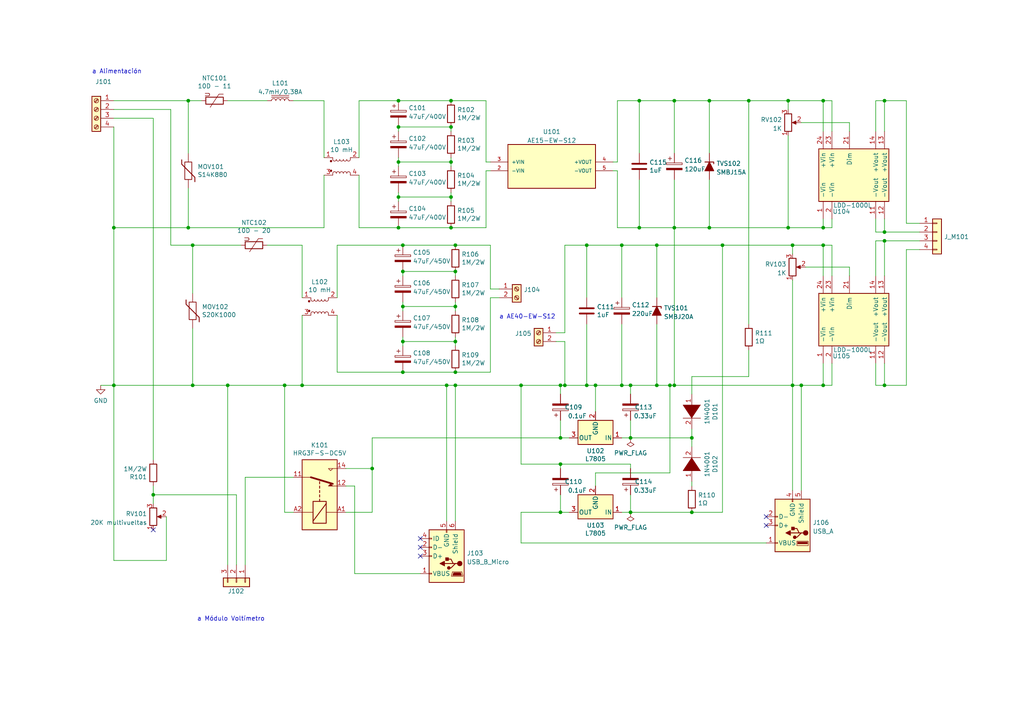
<source format=kicad_sch>
(kicad_sch (version 20211123) (generator eeschema)

  (uuid 514eaf70-ceaf-4aab-9020-a322a9292e37)

  (paper "A4")

  (title_block
    (title "Barra de Cortocircuito para 3er Riel")
    (date "2022-07-11")
    (rev "2.2")
  )

  (lib_symbols
    (symbol "AE15-EW-S12:AE15-EW-S12" (pin_names (offset 1.016)) (in_bom yes) (on_board yes)
      (property "Reference" "U" (id 0) (at -12.7 5.715 0)
        (effects (font (size 1.27 1.27)) (justify left bottom))
      )
      (property "Value" "AE15-EW-S12" (id 1) (at -12.7 -10.795 0)
        (effects (font (size 1.27 1.27)) (justify left bottom))
      )
      (property "Footprint" "CONV_AE15-EW-S12" (id 2) (at 0 0 0)
        (effects (font (size 1.27 1.27)) (justify left bottom) hide)
      )
      (property "Datasheet" "" (id 3) (at 0 0 0)
        (effects (font (size 1.27 1.27)) (justify left bottom) hide)
      )
      (property "PARTREV" "1.0" (id 4) (at 0 0 0)
        (effects (font (size 1.27 1.27)) (justify left bottom) hide)
      )
      (property "STANDARD" "MANUFACTURER RECOMMENDATIONS" (id 5) (at 0 0 0)
        (effects (font (size 1.27 1.27)) (justify left bottom) hide)
      )
      (property "MANUFACTURER" "CUI INC" (id 6) (at 0 0 0)
        (effects (font (size 1.27 1.27)) (justify left bottom) hide)
      )
      (property "ki_locked" "" (id 7) (at 0 0 0)
        (effects (font (size 1.27 1.27)))
      )
      (symbol "AE15-EW-S12_0_0"
        (rectangle (start -12.7 -7.62) (end 12.7 5.08)
          (stroke (width 0.254) (type default) (color 0 0 0 0))
          (fill (type background))
        )
        (pin input line (at -17.78 -2.54 0) (length 5.08)
          (name "-VIN" (effects (font (size 1.016 1.016))))
          (number "2" (effects (font (size 1.016 1.016))))
        )
        (pin input line (at -17.78 0 0) (length 5.08)
          (name "+VIN" (effects (font (size 1.016 1.016))))
          (number "3" (effects (font (size 1.016 1.016))))
        )
        (pin output line (at 17.78 0 180) (length 5.08)
          (name "+VOUT" (effects (font (size 1.016 1.016))))
          (number "4" (effects (font (size 1.016 1.016))))
        )
        (pin output line (at 17.78 -2.54 180) (length 5.08)
          (name "-VOUT" (effects (font (size 1.016 1.016))))
          (number "5" (effects (font (size 1.016 1.016))))
        )
      )
    )
    (symbol "BarraCorto:LDD-1000L" (pin_names (offset 1.016)) (in_bom yes) (on_board yes)
      (property "Reference" "U" (id 0) (at -7.62 11.43 0)
        (effects (font (size 1.27 1.27)))
      )
      (property "Value" "LDD-1000L" (id 1) (at -7.62 -11.43 0)
        (effects (font (size 1.27 1.27)))
      )
      (property "Footprint" "" (id 2) (at 0 0 0)
        (effects (font (size 1.27 1.27)) hide)
      )
      (property "Datasheet" "http://www.ti.com/lit/ds/symlink/cd4543b.pdf" (id 3) (at 0 0 0)
        (effects (font (size 1.27 1.27)) hide)
      )
      (property "ki_keywords" "Current regulator" (id 4) (at 0 0 0)
        (effects (font (size 1.27 1.27)) hide)
      )
      (property "ki_description" "Current regulator" (id 5) (at 0 0 0)
        (effects (font (size 1.27 1.27)) hide)
      )
      (property "ki_fp_filters" "DIP*W7.62mm* SOIC*3.9x9.9mm*P1.27mm* TSSOP*4.4x5mm*P0.65mm*" (id 6) (at 0 0 0)
        (effects (font (size 1.27 1.27)) hide)
      )
      (symbol "LDD-1000L_1_0"
        (pin input line (at 12.7 8.89 180) (length 5.08)
          (name "-Vin" (effects (font (size 1.27 1.27))))
          (number "1" (effects (font (size 1.27 1.27))))
        )
        (pin output line (at 12.7 -6.35 180) (length 5.08)
          (name "-Vout" (effects (font (size 1.27 1.27))))
          (number "11" (effects (font (size 1.27 1.27))))
        )
        (pin output line (at -12.7 -8.89 0) (length 5.08)
          (name "+Vout" (effects (font (size 1.27 1.27))))
          (number "13" (effects (font (size 1.27 1.27))))
        )
        (pin output line (at -12.7 -6.35 0) (length 5.08)
          (name "+Vout" (effects (font (size 1.27 1.27))))
          (number "14" (effects (font (size 1.27 1.27))))
        )
        (pin input line (at 12.7 6.35 180) (length 5.08)
          (name "-Vin" (effects (font (size 1.27 1.27))))
          (number "2" (effects (font (size 1.27 1.27))))
        )
        (pin input line (at -12.7 1.27 0) (length 5.08)
          (name "Dim" (effects (font (size 1.27 1.27))))
          (number "21" (effects (font (size 1.27 1.27))))
        )
        (pin input line (at -12.7 6.35 0) (length 5.08)
          (name "+Vin" (effects (font (size 1.27 1.27))))
          (number "23" (effects (font (size 1.27 1.27))))
        )
        (pin input line (at -12.7 8.89 0) (length 5.08)
          (name "+Vin" (effects (font (size 1.27 1.27))))
          (number "24" (effects (font (size 1.27 1.27))))
        )
      )
      (symbol "LDD-1000L_1_1"
        (rectangle (start -7.62 10.16) (end 7.62 -10.16)
          (stroke (width 0.254) (type default) (color 0 0 0 0))
          (fill (type background))
        )
        (pin output line (at 12.7 -8.89 180) (length 5.08)
          (name "-Vout" (effects (font (size 1.27 1.27))))
          (number "12" (effects (font (size 1.27 1.27))))
        )
      )
    )
    (symbol "Connector:Screw_Terminal_01x02" (pin_names (offset 1.016) hide) (in_bom yes) (on_board yes)
      (property "Reference" "J" (id 0) (at 0 2.54 0)
        (effects (font (size 1.27 1.27)))
      )
      (property "Value" "Screw_Terminal_01x02" (id 1) (at 0 -5.08 0)
        (effects (font (size 1.27 1.27)))
      )
      (property "Footprint" "" (id 2) (at 0 0 0)
        (effects (font (size 1.27 1.27)) hide)
      )
      (property "Datasheet" "~" (id 3) (at 0 0 0)
        (effects (font (size 1.27 1.27)) hide)
      )
      (property "ki_keywords" "screw terminal" (id 4) (at 0 0 0)
        (effects (font (size 1.27 1.27)) hide)
      )
      (property "ki_description" "Generic screw terminal, single row, 01x02, script generated (kicad-library-utils/schlib/autogen/connector/)" (id 5) (at 0 0 0)
        (effects (font (size 1.27 1.27)) hide)
      )
      (property "ki_fp_filters" "TerminalBlock*:*" (id 6) (at 0 0 0)
        (effects (font (size 1.27 1.27)) hide)
      )
      (symbol "Screw_Terminal_01x02_1_1"
        (rectangle (start -1.27 1.27) (end 1.27 -3.81)
          (stroke (width 0.254) (type default) (color 0 0 0 0))
          (fill (type background))
        )
        (circle (center 0 -2.54) (radius 0.635)
          (stroke (width 0.1524) (type default) (color 0 0 0 0))
          (fill (type none))
        )
        (polyline
          (pts
            (xy -0.5334 -2.2098)
            (xy 0.3302 -3.048)
          )
          (stroke (width 0.1524) (type default) (color 0 0 0 0))
          (fill (type none))
        )
        (polyline
          (pts
            (xy -0.5334 0.3302)
            (xy 0.3302 -0.508)
          )
          (stroke (width 0.1524) (type default) (color 0 0 0 0))
          (fill (type none))
        )
        (polyline
          (pts
            (xy -0.3556 -2.032)
            (xy 0.508 -2.8702)
          )
          (stroke (width 0.1524) (type default) (color 0 0 0 0))
          (fill (type none))
        )
        (polyline
          (pts
            (xy -0.3556 0.508)
            (xy 0.508 -0.3302)
          )
          (stroke (width 0.1524) (type default) (color 0 0 0 0))
          (fill (type none))
        )
        (circle (center 0 0) (radius 0.635)
          (stroke (width 0.1524) (type default) (color 0 0 0 0))
          (fill (type none))
        )
        (pin passive line (at -5.08 0 0) (length 3.81)
          (name "Pin_1" (effects (font (size 1.27 1.27))))
          (number "1" (effects (font (size 1.27 1.27))))
        )
        (pin passive line (at -5.08 -2.54 0) (length 3.81)
          (name "Pin_2" (effects (font (size 1.27 1.27))))
          (number "2" (effects (font (size 1.27 1.27))))
        )
      )
    )
    (symbol "Connector:Screw_Terminal_01x04" (pin_names (offset 1.016) hide) (in_bom yes) (on_board yes)
      (property "Reference" "J" (id 0) (at 0 5.08 0)
        (effects (font (size 1.27 1.27)))
      )
      (property "Value" "Screw_Terminal_01x04" (id 1) (at 0 -7.62 0)
        (effects (font (size 1.27 1.27)))
      )
      (property "Footprint" "" (id 2) (at 0 0 0)
        (effects (font (size 1.27 1.27)) hide)
      )
      (property "Datasheet" "~" (id 3) (at 0 0 0)
        (effects (font (size 1.27 1.27)) hide)
      )
      (property "ki_keywords" "screw terminal" (id 4) (at 0 0 0)
        (effects (font (size 1.27 1.27)) hide)
      )
      (property "ki_description" "Generic screw terminal, single row, 01x04, script generated (kicad-library-utils/schlib/autogen/connector/)" (id 5) (at 0 0 0)
        (effects (font (size 1.27 1.27)) hide)
      )
      (property "ki_fp_filters" "TerminalBlock*:*" (id 6) (at 0 0 0)
        (effects (font (size 1.27 1.27)) hide)
      )
      (symbol "Screw_Terminal_01x04_1_1"
        (rectangle (start -1.27 3.81) (end 1.27 -6.35)
          (stroke (width 0.254) (type default) (color 0 0 0 0))
          (fill (type background))
        )
        (circle (center 0 -5.08) (radius 0.635)
          (stroke (width 0.1524) (type default) (color 0 0 0 0))
          (fill (type none))
        )
        (circle (center 0 -2.54) (radius 0.635)
          (stroke (width 0.1524) (type default) (color 0 0 0 0))
          (fill (type none))
        )
        (polyline
          (pts
            (xy -0.5334 -4.7498)
            (xy 0.3302 -5.588)
          )
          (stroke (width 0.1524) (type default) (color 0 0 0 0))
          (fill (type none))
        )
        (polyline
          (pts
            (xy -0.5334 -2.2098)
            (xy 0.3302 -3.048)
          )
          (stroke (width 0.1524) (type default) (color 0 0 0 0))
          (fill (type none))
        )
        (polyline
          (pts
            (xy -0.5334 0.3302)
            (xy 0.3302 -0.508)
          )
          (stroke (width 0.1524) (type default) (color 0 0 0 0))
          (fill (type none))
        )
        (polyline
          (pts
            (xy -0.5334 2.8702)
            (xy 0.3302 2.032)
          )
          (stroke (width 0.1524) (type default) (color 0 0 0 0))
          (fill (type none))
        )
        (polyline
          (pts
            (xy -0.3556 -4.572)
            (xy 0.508 -5.4102)
          )
          (stroke (width 0.1524) (type default) (color 0 0 0 0))
          (fill (type none))
        )
        (polyline
          (pts
            (xy -0.3556 -2.032)
            (xy 0.508 -2.8702)
          )
          (stroke (width 0.1524) (type default) (color 0 0 0 0))
          (fill (type none))
        )
        (polyline
          (pts
            (xy -0.3556 0.508)
            (xy 0.508 -0.3302)
          )
          (stroke (width 0.1524) (type default) (color 0 0 0 0))
          (fill (type none))
        )
        (polyline
          (pts
            (xy -0.3556 3.048)
            (xy 0.508 2.2098)
          )
          (stroke (width 0.1524) (type default) (color 0 0 0 0))
          (fill (type none))
        )
        (circle (center 0 0) (radius 0.635)
          (stroke (width 0.1524) (type default) (color 0 0 0 0))
          (fill (type none))
        )
        (circle (center 0 2.54) (radius 0.635)
          (stroke (width 0.1524) (type default) (color 0 0 0 0))
          (fill (type none))
        )
        (pin passive line (at -5.08 2.54 0) (length 3.81)
          (name "Pin_1" (effects (font (size 1.27 1.27))))
          (number "1" (effects (font (size 1.27 1.27))))
        )
        (pin passive line (at -5.08 0 0) (length 3.81)
          (name "Pin_2" (effects (font (size 1.27 1.27))))
          (number "2" (effects (font (size 1.27 1.27))))
        )
        (pin passive line (at -5.08 -2.54 0) (length 3.81)
          (name "Pin_3" (effects (font (size 1.27 1.27))))
          (number "3" (effects (font (size 1.27 1.27))))
        )
        (pin passive line (at -5.08 -5.08 0) (length 3.81)
          (name "Pin_4" (effects (font (size 1.27 1.27))))
          (number "4" (effects (font (size 1.27 1.27))))
        )
      )
    )
    (symbol "Connector:USB_A" (pin_names (offset 1.016)) (in_bom yes) (on_board yes)
      (property "Reference" "J" (id 0) (at -5.08 11.43 0)
        (effects (font (size 1.27 1.27)) (justify left))
      )
      (property "Value" "USB_A" (id 1) (at -5.08 8.89 0)
        (effects (font (size 1.27 1.27)) (justify left))
      )
      (property "Footprint" "" (id 2) (at 3.81 -1.27 0)
        (effects (font (size 1.27 1.27)) hide)
      )
      (property "Datasheet" " ~" (id 3) (at 3.81 -1.27 0)
        (effects (font (size 1.27 1.27)) hide)
      )
      (property "ki_keywords" "connector USB" (id 4) (at 0 0 0)
        (effects (font (size 1.27 1.27)) hide)
      )
      (property "ki_description" "USB Type A connector" (id 5) (at 0 0 0)
        (effects (font (size 1.27 1.27)) hide)
      )
      (property "ki_fp_filters" "USB*" (id 6) (at 0 0 0)
        (effects (font (size 1.27 1.27)) hide)
      )
      (symbol "USB_A_0_1"
        (rectangle (start -5.08 -7.62) (end 5.08 7.62)
          (stroke (width 0.254) (type default) (color 0 0 0 0))
          (fill (type background))
        )
        (circle (center -3.81 2.159) (radius 0.635)
          (stroke (width 0.254) (type default) (color 0 0 0 0))
          (fill (type outline))
        )
        (rectangle (start -1.524 4.826) (end -4.318 5.334)
          (stroke (width 0) (type default) (color 0 0 0 0))
          (fill (type outline))
        )
        (rectangle (start -1.27 4.572) (end -4.572 5.842)
          (stroke (width 0) (type default) (color 0 0 0 0))
          (fill (type none))
        )
        (circle (center -0.635 3.429) (radius 0.381)
          (stroke (width 0.254) (type default) (color 0 0 0 0))
          (fill (type outline))
        )
        (rectangle (start -0.127 -7.62) (end 0.127 -6.858)
          (stroke (width 0) (type default) (color 0 0 0 0))
          (fill (type none))
        )
        (polyline
          (pts
            (xy -3.175 2.159)
            (xy -2.54 2.159)
            (xy -1.27 3.429)
            (xy -0.635 3.429)
          )
          (stroke (width 0.254) (type default) (color 0 0 0 0))
          (fill (type none))
        )
        (polyline
          (pts
            (xy -2.54 2.159)
            (xy -1.905 2.159)
            (xy -1.27 0.889)
            (xy 0 0.889)
          )
          (stroke (width 0.254) (type default) (color 0 0 0 0))
          (fill (type none))
        )
        (polyline
          (pts
            (xy 0.635 2.794)
            (xy 0.635 1.524)
            (xy 1.905 2.159)
            (xy 0.635 2.794)
          )
          (stroke (width 0.254) (type default) (color 0 0 0 0))
          (fill (type outline))
        )
        (rectangle (start 0.254 1.27) (end -0.508 0.508)
          (stroke (width 0.254) (type default) (color 0 0 0 0))
          (fill (type outline))
        )
        (rectangle (start 5.08 -2.667) (end 4.318 -2.413)
          (stroke (width 0) (type default) (color 0 0 0 0))
          (fill (type none))
        )
        (rectangle (start 5.08 -0.127) (end 4.318 0.127)
          (stroke (width 0) (type default) (color 0 0 0 0))
          (fill (type none))
        )
        (rectangle (start 5.08 4.953) (end 4.318 5.207)
          (stroke (width 0) (type default) (color 0 0 0 0))
          (fill (type none))
        )
      )
      (symbol "USB_A_1_1"
        (polyline
          (pts
            (xy -1.905 2.159)
            (xy 0.635 2.159)
          )
          (stroke (width 0.254) (type default) (color 0 0 0 0))
          (fill (type none))
        )
        (pin power_in line (at 7.62 5.08 180) (length 2.54)
          (name "VBUS" (effects (font (size 1.27 1.27))))
          (number "1" (effects (font (size 1.27 1.27))))
        )
        (pin bidirectional line (at 7.62 -2.54 180) (length 2.54)
          (name "D-" (effects (font (size 1.27 1.27))))
          (number "2" (effects (font (size 1.27 1.27))))
        )
        (pin bidirectional line (at 7.62 0 180) (length 2.54)
          (name "D+" (effects (font (size 1.27 1.27))))
          (number "3" (effects (font (size 1.27 1.27))))
        )
        (pin power_in line (at 0 -10.16 90) (length 2.54)
          (name "GND" (effects (font (size 1.27 1.27))))
          (number "4" (effects (font (size 1.27 1.27))))
        )
        (pin passive line (at -2.54 -10.16 90) (length 2.54)
          (name "Shield" (effects (font (size 1.27 1.27))))
          (number "5" (effects (font (size 1.27 1.27))))
        )
      )
    )
    (symbol "Connector:USB_B_Micro" (pin_names (offset 1.016)) (in_bom yes) (on_board yes)
      (property "Reference" "J" (id 0) (at -5.08 11.43 0)
        (effects (font (size 1.27 1.27)) (justify left))
      )
      (property "Value" "USB_B_Micro" (id 1) (at -5.08 8.89 0)
        (effects (font (size 1.27 1.27)) (justify left))
      )
      (property "Footprint" "" (id 2) (at 3.81 -1.27 0)
        (effects (font (size 1.27 1.27)) hide)
      )
      (property "Datasheet" "~" (id 3) (at 3.81 -1.27 0)
        (effects (font (size 1.27 1.27)) hide)
      )
      (property "ki_keywords" "connector USB micro" (id 4) (at 0 0 0)
        (effects (font (size 1.27 1.27)) hide)
      )
      (property "ki_description" "USB Micro Type B connector" (id 5) (at 0 0 0)
        (effects (font (size 1.27 1.27)) hide)
      )
      (property "ki_fp_filters" "USB*" (id 6) (at 0 0 0)
        (effects (font (size 1.27 1.27)) hide)
      )
      (symbol "USB_B_Micro_0_1"
        (rectangle (start -5.08 -7.62) (end 5.08 7.62)
          (stroke (width 0.254) (type default) (color 0 0 0 0))
          (fill (type background))
        )
        (circle (center -3.81 2.159) (radius 0.635)
          (stroke (width 0.254) (type default) (color 0 0 0 0))
          (fill (type outline))
        )
        (circle (center -0.635 3.429) (radius 0.381)
          (stroke (width 0.254) (type default) (color 0 0 0 0))
          (fill (type outline))
        )
        (rectangle (start -0.127 -7.62) (end 0.127 -6.858)
          (stroke (width 0) (type default) (color 0 0 0 0))
          (fill (type none))
        )
        (polyline
          (pts
            (xy -1.905 2.159)
            (xy 0.635 2.159)
          )
          (stroke (width 0.254) (type default) (color 0 0 0 0))
          (fill (type none))
        )
        (polyline
          (pts
            (xy -3.175 2.159)
            (xy -2.54 2.159)
            (xy -1.27 3.429)
            (xy -0.635 3.429)
          )
          (stroke (width 0.254) (type default) (color 0 0 0 0))
          (fill (type none))
        )
        (polyline
          (pts
            (xy -2.54 2.159)
            (xy -1.905 2.159)
            (xy -1.27 0.889)
            (xy 0 0.889)
          )
          (stroke (width 0.254) (type default) (color 0 0 0 0))
          (fill (type none))
        )
        (polyline
          (pts
            (xy 0.635 2.794)
            (xy 0.635 1.524)
            (xy 1.905 2.159)
            (xy 0.635 2.794)
          )
          (stroke (width 0.254) (type default) (color 0 0 0 0))
          (fill (type outline))
        )
        (polyline
          (pts
            (xy -4.318 5.588)
            (xy -1.778 5.588)
            (xy -2.032 4.826)
            (xy -4.064 4.826)
            (xy -4.318 5.588)
          )
          (stroke (width 0) (type default) (color 0 0 0 0))
          (fill (type outline))
        )
        (polyline
          (pts
            (xy -4.699 5.842)
            (xy -4.699 5.588)
            (xy -4.445 4.826)
            (xy -4.445 4.572)
            (xy -1.651 4.572)
            (xy -1.651 4.826)
            (xy -1.397 5.588)
            (xy -1.397 5.842)
            (xy -4.699 5.842)
          )
          (stroke (width 0) (type default) (color 0 0 0 0))
          (fill (type none))
        )
        (rectangle (start 0.254 1.27) (end -0.508 0.508)
          (stroke (width 0.254) (type default) (color 0 0 0 0))
          (fill (type outline))
        )
        (rectangle (start 5.08 -5.207) (end 4.318 -4.953)
          (stroke (width 0) (type default) (color 0 0 0 0))
          (fill (type none))
        )
        (rectangle (start 5.08 -2.667) (end 4.318 -2.413)
          (stroke (width 0) (type default) (color 0 0 0 0))
          (fill (type none))
        )
        (rectangle (start 5.08 -0.127) (end 4.318 0.127)
          (stroke (width 0) (type default) (color 0 0 0 0))
          (fill (type none))
        )
        (rectangle (start 5.08 4.953) (end 4.318 5.207)
          (stroke (width 0) (type default) (color 0 0 0 0))
          (fill (type none))
        )
      )
      (symbol "USB_B_Micro_1_1"
        (pin power_out line (at 7.62 5.08 180) (length 2.54)
          (name "VBUS" (effects (font (size 1.27 1.27))))
          (number "1" (effects (font (size 1.27 1.27))))
        )
        (pin bidirectional line (at 7.62 -2.54 180) (length 2.54)
          (name "D-" (effects (font (size 1.27 1.27))))
          (number "2" (effects (font (size 1.27 1.27))))
        )
        (pin bidirectional line (at 7.62 0 180) (length 2.54)
          (name "D+" (effects (font (size 1.27 1.27))))
          (number "3" (effects (font (size 1.27 1.27))))
        )
        (pin passive line (at 7.62 -5.08 180) (length 2.54)
          (name "ID" (effects (font (size 1.27 1.27))))
          (number "4" (effects (font (size 1.27 1.27))))
        )
        (pin power_out line (at 0 -10.16 90) (length 2.54)
          (name "GND" (effects (font (size 1.27 1.27))))
          (number "5" (effects (font (size 1.27 1.27))))
        )
        (pin passive line (at -2.54 -10.16 90) (length 2.54)
          (name "Shield" (effects (font (size 1.27 1.27))))
          (number "6" (effects (font (size 1.27 1.27))))
        )
      )
    )
    (symbol "Connector_Generic:Conn_01x03" (pin_names (offset 1.016) hide) (in_bom yes) (on_board yes)
      (property "Reference" "J" (id 0) (at 0 5.08 0)
        (effects (font (size 1.27 1.27)))
      )
      (property "Value" "Conn_01x03" (id 1) (at 0 -5.08 0)
        (effects (font (size 1.27 1.27)))
      )
      (property "Footprint" "" (id 2) (at 0 0 0)
        (effects (font (size 1.27 1.27)) hide)
      )
      (property "Datasheet" "~" (id 3) (at 0 0 0)
        (effects (font (size 1.27 1.27)) hide)
      )
      (property "ki_keywords" "connector" (id 4) (at 0 0 0)
        (effects (font (size 1.27 1.27)) hide)
      )
      (property "ki_description" "Generic connector, single row, 01x03, script generated (kicad-library-utils/schlib/autogen/connector/)" (id 5) (at 0 0 0)
        (effects (font (size 1.27 1.27)) hide)
      )
      (property "ki_fp_filters" "Connector*:*_1x??_*" (id 6) (at 0 0 0)
        (effects (font (size 1.27 1.27)) hide)
      )
      (symbol "Conn_01x03_1_1"
        (rectangle (start -1.27 -2.413) (end 0 -2.667)
          (stroke (width 0.1524) (type default) (color 0 0 0 0))
          (fill (type none))
        )
        (rectangle (start -1.27 0.127) (end 0 -0.127)
          (stroke (width 0.1524) (type default) (color 0 0 0 0))
          (fill (type none))
        )
        (rectangle (start -1.27 2.667) (end 0 2.413)
          (stroke (width 0.1524) (type default) (color 0 0 0 0))
          (fill (type none))
        )
        (rectangle (start -1.27 3.81) (end 1.27 -3.81)
          (stroke (width 0.254) (type default) (color 0 0 0 0))
          (fill (type background))
        )
        (pin passive line (at -5.08 2.54 0) (length 3.81)
          (name "Pin_1" (effects (font (size 1.27 1.27))))
          (number "1" (effects (font (size 1.27 1.27))))
        )
        (pin passive line (at -5.08 0 0) (length 3.81)
          (name "Pin_2" (effects (font (size 1.27 1.27))))
          (number "2" (effects (font (size 1.27 1.27))))
        )
        (pin passive line (at -5.08 -2.54 0) (length 3.81)
          (name "Pin_3" (effects (font (size 1.27 1.27))))
          (number "3" (effects (font (size 1.27 1.27))))
        )
      )
    )
    (symbol "Connector_Generic:Conn_01x04" (pin_names (offset 1.016) hide) (in_bom yes) (on_board yes)
      (property "Reference" "J" (id 0) (at 0 5.08 0)
        (effects (font (size 1.27 1.27)))
      )
      (property "Value" "Conn_01x04" (id 1) (at 0 -7.62 0)
        (effects (font (size 1.27 1.27)))
      )
      (property "Footprint" "" (id 2) (at 0 0 0)
        (effects (font (size 1.27 1.27)) hide)
      )
      (property "Datasheet" "~" (id 3) (at 0 0 0)
        (effects (font (size 1.27 1.27)) hide)
      )
      (property "ki_keywords" "connector" (id 4) (at 0 0 0)
        (effects (font (size 1.27 1.27)) hide)
      )
      (property "ki_description" "Generic connector, single row, 01x04, script generated (kicad-library-utils/schlib/autogen/connector/)" (id 5) (at 0 0 0)
        (effects (font (size 1.27 1.27)) hide)
      )
      (property "ki_fp_filters" "Connector*:*_1x??_*" (id 6) (at 0 0 0)
        (effects (font (size 1.27 1.27)) hide)
      )
      (symbol "Conn_01x04_1_1"
        (rectangle (start -1.27 -4.953) (end 0 -5.207)
          (stroke (width 0.1524) (type default) (color 0 0 0 0))
          (fill (type none))
        )
        (rectangle (start -1.27 -2.413) (end 0 -2.667)
          (stroke (width 0.1524) (type default) (color 0 0 0 0))
          (fill (type none))
        )
        (rectangle (start -1.27 0.127) (end 0 -0.127)
          (stroke (width 0.1524) (type default) (color 0 0 0 0))
          (fill (type none))
        )
        (rectangle (start -1.27 2.667) (end 0 2.413)
          (stroke (width 0.1524) (type default) (color 0 0 0 0))
          (fill (type none))
        )
        (rectangle (start -1.27 3.81) (end 1.27 -6.35)
          (stroke (width 0.254) (type default) (color 0 0 0 0))
          (fill (type background))
        )
        (pin passive line (at -5.08 2.54 0) (length 3.81)
          (name "Pin_1" (effects (font (size 1.27 1.27))))
          (number "1" (effects (font (size 1.27 1.27))))
        )
        (pin passive line (at -5.08 0 0) (length 3.81)
          (name "Pin_2" (effects (font (size 1.27 1.27))))
          (number "2" (effects (font (size 1.27 1.27))))
        )
        (pin passive line (at -5.08 -2.54 0) (length 3.81)
          (name "Pin_3" (effects (font (size 1.27 1.27))))
          (number "3" (effects (font (size 1.27 1.27))))
        )
        (pin passive line (at -5.08 -5.08 0) (length 3.81)
          (name "Pin_4" (effects (font (size 1.27 1.27))))
          (number "4" (effects (font (size 1.27 1.27))))
        )
      )
    )
    (symbol "Device:C" (pin_numbers hide) (pin_names (offset 0.254)) (in_bom yes) (on_board yes)
      (property "Reference" "C" (id 0) (at 0.635 2.54 0)
        (effects (font (size 1.27 1.27)) (justify left))
      )
      (property "Value" "C" (id 1) (at 0.635 -2.54 0)
        (effects (font (size 1.27 1.27)) (justify left))
      )
      (property "Footprint" "" (id 2) (at 0.9652 -3.81 0)
        (effects (font (size 1.27 1.27)) hide)
      )
      (property "Datasheet" "~" (id 3) (at 0 0 0)
        (effects (font (size 1.27 1.27)) hide)
      )
      (property "ki_keywords" "cap capacitor" (id 4) (at 0 0 0)
        (effects (font (size 1.27 1.27)) hide)
      )
      (property "ki_description" "Unpolarized capacitor" (id 5) (at 0 0 0)
        (effects (font (size 1.27 1.27)) hide)
      )
      (property "ki_fp_filters" "C_*" (id 6) (at 0 0 0)
        (effects (font (size 1.27 1.27)) hide)
      )
      (symbol "C_0_1"
        (polyline
          (pts
            (xy -2.032 -0.762)
            (xy 2.032 -0.762)
          )
          (stroke (width 0.508) (type default) (color 0 0 0 0))
          (fill (type none))
        )
        (polyline
          (pts
            (xy -2.032 0.762)
            (xy 2.032 0.762)
          )
          (stroke (width 0.508) (type default) (color 0 0 0 0))
          (fill (type none))
        )
      )
      (symbol "C_1_1"
        (pin passive line (at 0 3.81 270) (length 2.794)
          (name "~" (effects (font (size 1.27 1.27))))
          (number "1" (effects (font (size 1.27 1.27))))
        )
        (pin passive line (at 0 -3.81 90) (length 2.794)
          (name "~" (effects (font (size 1.27 1.27))))
          (number "2" (effects (font (size 1.27 1.27))))
        )
      )
    )
    (symbol "Device:C_Polarized" (pin_numbers hide) (pin_names (offset 0.254)) (in_bom yes) (on_board yes)
      (property "Reference" "C" (id 0) (at 0.635 2.54 0)
        (effects (font (size 1.27 1.27)) (justify left))
      )
      (property "Value" "C_Polarized" (id 1) (at 0.635 -2.54 0)
        (effects (font (size 1.27 1.27)) (justify left))
      )
      (property "Footprint" "" (id 2) (at 0.9652 -3.81 0)
        (effects (font (size 1.27 1.27)) hide)
      )
      (property "Datasheet" "~" (id 3) (at 0 0 0)
        (effects (font (size 1.27 1.27)) hide)
      )
      (property "ki_keywords" "cap capacitor" (id 4) (at 0 0 0)
        (effects (font (size 1.27 1.27)) hide)
      )
      (property "ki_description" "Polarized capacitor" (id 5) (at 0 0 0)
        (effects (font (size 1.27 1.27)) hide)
      )
      (property "ki_fp_filters" "CP_*" (id 6) (at 0 0 0)
        (effects (font (size 1.27 1.27)) hide)
      )
      (symbol "C_Polarized_0_1"
        (rectangle (start -2.286 0.508) (end 2.286 1.016)
          (stroke (width 0) (type default) (color 0 0 0 0))
          (fill (type none))
        )
        (polyline
          (pts
            (xy -1.778 2.286)
            (xy -0.762 2.286)
          )
          (stroke (width 0) (type default) (color 0 0 0 0))
          (fill (type none))
        )
        (polyline
          (pts
            (xy -1.27 2.794)
            (xy -1.27 1.778)
          )
          (stroke (width 0) (type default) (color 0 0 0 0))
          (fill (type none))
        )
        (rectangle (start 2.286 -0.508) (end -2.286 -1.016)
          (stroke (width 0) (type default) (color 0 0 0 0))
          (fill (type outline))
        )
      )
      (symbol "C_Polarized_1_1"
        (pin passive line (at 0 3.81 270) (length 2.794)
          (name "~" (effects (font (size 1.27 1.27))))
          (number "1" (effects (font (size 1.27 1.27))))
        )
        (pin passive line (at 0 -3.81 90) (length 2.794)
          (name "~" (effects (font (size 1.27 1.27))))
          (number "2" (effects (font (size 1.27 1.27))))
        )
      )
    )
    (symbol "Device:D_Zener_Filled" (pin_numbers hide) (pin_names (offset 1.016) hide) (in_bom yes) (on_board yes)
      (property "Reference" "D" (id 0) (at 0 2.54 0)
        (effects (font (size 1.27 1.27)))
      )
      (property "Value" "D_Zener_Filled" (id 1) (at 0 -2.54 0)
        (effects (font (size 1.27 1.27)))
      )
      (property "Footprint" "" (id 2) (at 0 0 0)
        (effects (font (size 1.27 1.27)) hide)
      )
      (property "Datasheet" "~" (id 3) (at 0 0 0)
        (effects (font (size 1.27 1.27)) hide)
      )
      (property "ki_keywords" "diode" (id 4) (at 0 0 0)
        (effects (font (size 1.27 1.27)) hide)
      )
      (property "ki_description" "Zener diode, filled shape" (id 5) (at 0 0 0)
        (effects (font (size 1.27 1.27)) hide)
      )
      (property "ki_fp_filters" "TO-???* *_Diode_* *SingleDiode* D_*" (id 6) (at 0 0 0)
        (effects (font (size 1.27 1.27)) hide)
      )
      (symbol "D_Zener_Filled_0_1"
        (polyline
          (pts
            (xy 1.27 0)
            (xy -1.27 0)
          )
          (stroke (width 0) (type default) (color 0 0 0 0))
          (fill (type none))
        )
        (polyline
          (pts
            (xy -1.27 -1.27)
            (xy -1.27 1.27)
            (xy -0.762 1.27)
          )
          (stroke (width 0.254) (type default) (color 0 0 0 0))
          (fill (type none))
        )
        (polyline
          (pts
            (xy 1.27 -1.27)
            (xy 1.27 1.27)
            (xy -1.27 0)
            (xy 1.27 -1.27)
          )
          (stroke (width 0.254) (type default) (color 0 0 0 0))
          (fill (type outline))
        )
      )
      (symbol "D_Zener_Filled_1_1"
        (pin passive line (at -3.81 0 0) (length 2.54)
          (name "K" (effects (font (size 1.27 1.27))))
          (number "1" (effects (font (size 1.27 1.27))))
        )
        (pin passive line (at 3.81 0 180) (length 2.54)
          (name "A" (effects (font (size 1.27 1.27))))
          (number "2" (effects (font (size 1.27 1.27))))
        )
      )
    )
    (symbol "Device:L_Coupled" (pin_names (offset 0.254) hide) (in_bom yes) (on_board yes)
      (property "Reference" "L" (id 0) (at 0 4.445 0)
        (effects (font (size 1.27 1.27)))
      )
      (property "Value" "L_Coupled" (id 1) (at 0 -4.445 0)
        (effects (font (size 1.27 1.27)))
      )
      (property "Footprint" "" (id 2) (at 0 0 0)
        (effects (font (size 1.27 1.27)) hide)
      )
      (property "Datasheet" "~" (id 3) (at 0 0 0)
        (effects (font (size 1.27 1.27)) hide)
      )
      (property "ki_keywords" "inductor choke coil reactor magnetic coupled" (id 4) (at 0 0 0)
        (effects (font (size 1.27 1.27)) hide)
      )
      (property "ki_description" "Coupled inductor" (id 5) (at 0 0 0)
        (effects (font (size 1.27 1.27)) hide)
      )
      (property "ki_fp_filters" "Choke_* *Coil* Inductor_* L_*" (id 6) (at 0 0 0)
        (effects (font (size 1.27 1.27)) hide)
      )
      (symbol "L_Coupled_0_1"
        (circle (center -3.048 -1.27) (radius 0.254)
          (stroke (width 0) (type default) (color 0 0 0 0))
          (fill (type outline))
        )
        (circle (center -3.048 1.524) (radius 0.254)
          (stroke (width 0) (type default) (color 0 0 0 0))
          (fill (type outline))
        )
        (arc (start -2.54 2.032) (mid -2.032 1.524) (end -1.524 2.032)
          (stroke (width 0) (type default) (color 0 0 0 0))
          (fill (type none))
        )
        (arc (start -1.524 -2.032) (mid -2.032 -1.524) (end -2.54 -2.032)
          (stroke (width 0) (type default) (color 0 0 0 0))
          (fill (type none))
        )
        (arc (start -1.524 2.032) (mid -1.016 1.524) (end -0.508 2.032)
          (stroke (width 0) (type default) (color 0 0 0 0))
          (fill (type none))
        )
        (arc (start -0.508 -2.032) (mid -1.016 -1.524) (end -1.524 -2.032)
          (stroke (width 0) (type default) (color 0 0 0 0))
          (fill (type none))
        )
        (arc (start -0.508 2.032) (mid 0 1.524) (end 0.508 2.032)
          (stroke (width 0) (type default) (color 0 0 0 0))
          (fill (type none))
        )
        (polyline
          (pts
            (xy -2.54 -2.032)
            (xy -2.54 -2.54)
          )
          (stroke (width 0) (type default) (color 0 0 0 0))
          (fill (type none))
        )
        (polyline
          (pts
            (xy -2.54 2.032)
            (xy -2.54 2.54)
          )
          (stroke (width 0) (type default) (color 0 0 0 0))
          (fill (type none))
        )
        (polyline
          (pts
            (xy 2.54 -2.032)
            (xy 2.54 -2.54)
          )
          (stroke (width 0) (type default) (color 0 0 0 0))
          (fill (type none))
        )
        (polyline
          (pts
            (xy 2.54 2.54)
            (xy 2.54 2.032)
          )
          (stroke (width 0) (type default) (color 0 0 0 0))
          (fill (type none))
        )
        (arc (start 0.508 -2.032) (mid 0 -1.524) (end -0.508 -2.032)
          (stroke (width 0) (type default) (color 0 0 0 0))
          (fill (type none))
        )
        (arc (start 0.508 2.032) (mid 1.016 1.524) (end 1.524 2.032)
          (stroke (width 0) (type default) (color 0 0 0 0))
          (fill (type none))
        )
        (arc (start 1.524 -2.032) (mid 1.016 -1.524) (end 0.508 -2.032)
          (stroke (width 0) (type default) (color 0 0 0 0))
          (fill (type none))
        )
        (arc (start 1.524 2.032) (mid 2.032 1.524) (end 2.54 2.032)
          (stroke (width 0) (type default) (color 0 0 0 0))
          (fill (type none))
        )
        (arc (start 2.54 -2.032) (mid 2.032 -1.524) (end 1.524 -2.032)
          (stroke (width 0) (type default) (color 0 0 0 0))
          (fill (type none))
        )
      )
      (symbol "L_Coupled_1_1"
        (pin passive line (at -5.08 2.54 0) (length 2.54)
          (name "1" (effects (font (size 1.27 1.27))))
          (number "1" (effects (font (size 1.27 1.27))))
        )
        (pin passive line (at 5.08 2.54 180) (length 2.54)
          (name "2" (effects (font (size 1.27 1.27))))
          (number "2" (effects (font (size 1.27 1.27))))
        )
        (pin passive line (at -5.08 -2.54 0) (length 2.54)
          (name "3" (effects (font (size 1.27 1.27))))
          (number "3" (effects (font (size 1.27 1.27))))
        )
        (pin passive line (at 5.08 -2.54 180) (length 2.54)
          (name "4" (effects (font (size 1.27 1.27))))
          (number "4" (effects (font (size 1.27 1.27))))
        )
      )
    )
    (symbol "Device:L_Iron" (pin_numbers hide) (pin_names (offset 1.016) hide) (in_bom yes) (on_board yes)
      (property "Reference" "L" (id 0) (at -1.27 0 90)
        (effects (font (size 1.27 1.27)))
      )
      (property "Value" "L_Iron" (id 1) (at 2.794 0 90)
        (effects (font (size 1.27 1.27)))
      )
      (property "Footprint" "" (id 2) (at 0 0 0)
        (effects (font (size 1.27 1.27)) hide)
      )
      (property "Datasheet" "~" (id 3) (at 0 0 0)
        (effects (font (size 1.27 1.27)) hide)
      )
      (property "ki_keywords" "inductor choke coil reactor magnetic" (id 4) (at 0 0 0)
        (effects (font (size 1.27 1.27)) hide)
      )
      (property "ki_description" "Inductor with iron core" (id 5) (at 0 0 0)
        (effects (font (size 1.27 1.27)) hide)
      )
      (property "ki_fp_filters" "Choke_* *Coil* Inductor_* L_*" (id 6) (at 0 0 0)
        (effects (font (size 1.27 1.27)) hide)
      )
      (symbol "L_Iron_0_1"
        (arc (start 0 -2.54) (mid 0.635 -1.905) (end 0 -1.27)
          (stroke (width 0) (type default) (color 0 0 0 0))
          (fill (type none))
        )
        (arc (start 0 -1.27) (mid 0.635 -0.635) (end 0 0)
          (stroke (width 0) (type default) (color 0 0 0 0))
          (fill (type none))
        )
        (polyline
          (pts
            (xy 1.016 2.54)
            (xy 1.016 -2.54)
          )
          (stroke (width 0) (type default) (color 0 0 0 0))
          (fill (type none))
        )
        (polyline
          (pts
            (xy 1.524 -2.54)
            (xy 1.524 2.54)
          )
          (stroke (width 0) (type default) (color 0 0 0 0))
          (fill (type none))
        )
        (arc (start 0 0) (mid 0.635 0.635) (end 0 1.27)
          (stroke (width 0) (type default) (color 0 0 0 0))
          (fill (type none))
        )
        (arc (start 0 1.27) (mid 0.635 1.905) (end 0 2.54)
          (stroke (width 0) (type default) (color 0 0 0 0))
          (fill (type none))
        )
      )
      (symbol "L_Iron_1_1"
        (pin passive line (at 0 3.81 270) (length 1.27)
          (name "1" (effects (font (size 1.27 1.27))))
          (number "1" (effects (font (size 1.27 1.27))))
        )
        (pin passive line (at 0 -3.81 90) (length 1.27)
          (name "2" (effects (font (size 1.27 1.27))))
          (number "2" (effects (font (size 1.27 1.27))))
        )
      )
    )
    (symbol "Device:R" (pin_numbers hide) (pin_names (offset 0)) (in_bom yes) (on_board yes)
      (property "Reference" "R" (id 0) (at 2.032 0 90)
        (effects (font (size 1.27 1.27)))
      )
      (property "Value" "R" (id 1) (at 0 0 90)
        (effects (font (size 1.27 1.27)))
      )
      (property "Footprint" "" (id 2) (at -1.778 0 90)
        (effects (font (size 1.27 1.27)) hide)
      )
      (property "Datasheet" "~" (id 3) (at 0 0 0)
        (effects (font (size 1.27 1.27)) hide)
      )
      (property "ki_keywords" "R res resistor" (id 4) (at 0 0 0)
        (effects (font (size 1.27 1.27)) hide)
      )
      (property "ki_description" "Resistor" (id 5) (at 0 0 0)
        (effects (font (size 1.27 1.27)) hide)
      )
      (property "ki_fp_filters" "R_*" (id 6) (at 0 0 0)
        (effects (font (size 1.27 1.27)) hide)
      )
      (symbol "R_0_1"
        (rectangle (start -1.016 -2.54) (end 1.016 2.54)
          (stroke (width 0.254) (type default) (color 0 0 0 0))
          (fill (type none))
        )
      )
      (symbol "R_1_1"
        (pin passive line (at 0 3.81 270) (length 1.27)
          (name "~" (effects (font (size 1.27 1.27))))
          (number "1" (effects (font (size 1.27 1.27))))
        )
        (pin passive line (at 0 -3.81 90) (length 1.27)
          (name "~" (effects (font (size 1.27 1.27))))
          (number "2" (effects (font (size 1.27 1.27))))
        )
      )
    )
    (symbol "Device:R_Potentiometer" (pin_names (offset 1.016) hide) (in_bom yes) (on_board yes)
      (property "Reference" "RV" (id 0) (at -4.445 0 90)
        (effects (font (size 1.27 1.27)))
      )
      (property "Value" "R_Potentiometer" (id 1) (at -2.54 0 90)
        (effects (font (size 1.27 1.27)))
      )
      (property "Footprint" "" (id 2) (at 0 0 0)
        (effects (font (size 1.27 1.27)) hide)
      )
      (property "Datasheet" "~" (id 3) (at 0 0 0)
        (effects (font (size 1.27 1.27)) hide)
      )
      (property "ki_keywords" "resistor variable" (id 4) (at 0 0 0)
        (effects (font (size 1.27 1.27)) hide)
      )
      (property "ki_description" "Potentiometer" (id 5) (at 0 0 0)
        (effects (font (size 1.27 1.27)) hide)
      )
      (property "ki_fp_filters" "Potentiometer*" (id 6) (at 0 0 0)
        (effects (font (size 1.27 1.27)) hide)
      )
      (symbol "R_Potentiometer_0_1"
        (polyline
          (pts
            (xy 2.54 0)
            (xy 1.524 0)
          )
          (stroke (width 0) (type default) (color 0 0 0 0))
          (fill (type none))
        )
        (polyline
          (pts
            (xy 1.143 0)
            (xy 2.286 0.508)
            (xy 2.286 -0.508)
            (xy 1.143 0)
          )
          (stroke (width 0) (type default) (color 0 0 0 0))
          (fill (type outline))
        )
        (rectangle (start 1.016 2.54) (end -1.016 -2.54)
          (stroke (width 0.254) (type default) (color 0 0 0 0))
          (fill (type none))
        )
      )
      (symbol "R_Potentiometer_1_1"
        (pin passive line (at 0 3.81 270) (length 1.27)
          (name "1" (effects (font (size 1.27 1.27))))
          (number "1" (effects (font (size 1.27 1.27))))
        )
        (pin passive line (at 3.81 0 180) (length 1.27)
          (name "2" (effects (font (size 1.27 1.27))))
          (number "2" (effects (font (size 1.27 1.27))))
        )
        (pin passive line (at 0 -3.81 90) (length 1.27)
          (name "3" (effects (font (size 1.27 1.27))))
          (number "3" (effects (font (size 1.27 1.27))))
        )
      )
    )
    (symbol "Device:Thermistor" (pin_numbers hide) (pin_names (offset 0)) (in_bom yes) (on_board yes)
      (property "Reference" "TH" (id 0) (at 2.54 1.27 90)
        (effects (font (size 1.27 1.27)))
      )
      (property "Value" "Thermistor" (id 1) (at -2.54 0 90)
        (effects (font (size 1.27 1.27)) (justify bottom))
      )
      (property "Footprint" "" (id 2) (at 0 0 0)
        (effects (font (size 1.27 1.27)) hide)
      )
      (property "Datasheet" "~" (id 3) (at 0 0 0)
        (effects (font (size 1.27 1.27)) hide)
      )
      (property "ki_keywords" "R res thermistor" (id 4) (at 0 0 0)
        (effects (font (size 1.27 1.27)) hide)
      )
      (property "ki_description" "Temperature dependent resistor" (id 5) (at 0 0 0)
        (effects (font (size 1.27 1.27)) hide)
      )
      (property "ki_fp_filters" "R_*" (id 6) (at 0 0 0)
        (effects (font (size 1.27 1.27)) hide)
      )
      (symbol "Thermistor_0_1"
        (rectangle (start -1.016 2.54) (end 1.016 -2.54)
          (stroke (width 0.2032) (type default) (color 0 0 0 0))
          (fill (type none))
        )
        (polyline
          (pts
            (xy -1.905 3.175)
            (xy -1.905 1.905)
            (xy 1.905 -1.905)
            (xy 1.905 -3.175)
            (xy 1.905 -3.175)
          )
          (stroke (width 0.254) (type default) (color 0 0 0 0))
          (fill (type none))
        )
      )
      (symbol "Thermistor_1_1"
        (pin passive line (at 0 5.08 270) (length 2.54)
          (name "~" (effects (font (size 1.27 1.27))))
          (number "1" (effects (font (size 1.27 1.27))))
        )
        (pin passive line (at 0 -5.08 90) (length 2.54)
          (name "~" (effects (font (size 1.27 1.27))))
          (number "2" (effects (font (size 1.27 1.27))))
        )
      )
    )
    (symbol "Device:Varistor" (pin_numbers hide) (pin_names (offset 0)) (in_bom yes) (on_board yes)
      (property "Reference" "RV" (id 0) (at 3.175 0 90)
        (effects (font (size 1.27 1.27)))
      )
      (property "Value" "Varistor" (id 1) (at -3.175 0 90)
        (effects (font (size 1.27 1.27)))
      )
      (property "Footprint" "" (id 2) (at -1.778 0 90)
        (effects (font (size 1.27 1.27)) hide)
      )
      (property "Datasheet" "~" (id 3) (at 0 0 0)
        (effects (font (size 1.27 1.27)) hide)
      )
      (property "ki_keywords" "VDR resistance" (id 4) (at 0 0 0)
        (effects (font (size 1.27 1.27)) hide)
      )
      (property "ki_description" "Voltage dependent resistor" (id 5) (at 0 0 0)
        (effects (font (size 1.27 1.27)) hide)
      )
      (property "ki_fp_filters" "RV_* Varistor*" (id 6) (at 0 0 0)
        (effects (font (size 1.27 1.27)) hide)
      )
      (symbol "Varistor_0_0"
        (text "U" (at -1.778 -2.032 0)
          (effects (font (size 1.27 1.27)))
        )
      )
      (symbol "Varistor_0_1"
        (rectangle (start -1.016 -2.54) (end 1.016 2.54)
          (stroke (width 0.254) (type default) (color 0 0 0 0))
          (fill (type none))
        )
        (polyline
          (pts
            (xy -1.905 2.54)
            (xy -1.905 1.27)
            (xy 1.905 -1.27)
          )
          (stroke (width 0) (type default) (color 0 0 0 0))
          (fill (type none))
        )
      )
      (symbol "Varistor_1_1"
        (pin passive line (at 0 3.81 270) (length 1.27)
          (name "~" (effects (font (size 1.27 1.27))))
          (number "1" (effects (font (size 1.27 1.27))))
        )
        (pin passive line (at 0 -3.81 90) (length 1.27)
          (name "~" (effects (font (size 1.27 1.27))))
          (number "2" (effects (font (size 1.27 1.27))))
        )
      )
    )
    (symbol "Regulator_Linear:L7805" (pin_names (offset 0.254)) (in_bom yes) (on_board yes)
      (property "Reference" "U" (id 0) (at -3.81 3.175 0)
        (effects (font (size 1.27 1.27)))
      )
      (property "Value" "L7805" (id 1) (at 0 3.175 0)
        (effects (font (size 1.27 1.27)) (justify left))
      )
      (property "Footprint" "" (id 2) (at 0.635 -3.81 0)
        (effects (font (size 1.27 1.27) italic) (justify left) hide)
      )
      (property "Datasheet" "http://www.st.com/content/ccc/resource/technical/document/datasheet/41/4f/b3/b0/12/d4/47/88/CD00000444.pdf/files/CD00000444.pdf/jcr:content/translations/en.CD00000444.pdf" (id 3) (at 0 -1.27 0)
        (effects (font (size 1.27 1.27)) hide)
      )
      (property "ki_keywords" "Voltage Regulator 1.5A Positive" (id 4) (at 0 0 0)
        (effects (font (size 1.27 1.27)) hide)
      )
      (property "ki_description" "Positive 1.5A 35V Linear Regulator, Fixed Output 5V, TO-220/TO-263/TO-252" (id 5) (at 0 0 0)
        (effects (font (size 1.27 1.27)) hide)
      )
      (property "ki_fp_filters" "TO?252* TO?263* TO?220*" (id 6) (at 0 0 0)
        (effects (font (size 1.27 1.27)) hide)
      )
      (symbol "L7805_0_1"
        (rectangle (start -5.08 1.905) (end 5.08 -5.08)
          (stroke (width 0.254) (type default) (color 0 0 0 0))
          (fill (type background))
        )
      )
      (symbol "L7805_1_1"
        (pin power_in line (at -7.62 0 0) (length 2.54)
          (name "IN" (effects (font (size 1.27 1.27))))
          (number "1" (effects (font (size 1.27 1.27))))
        )
        (pin power_in line (at 0 -7.62 90) (length 2.54)
          (name "GND" (effects (font (size 1.27 1.27))))
          (number "2" (effects (font (size 1.27 1.27))))
        )
        (pin power_out line (at 7.62 0 180) (length 2.54)
          (name "OUT" (effects (font (size 1.27 1.27))))
          (number "3" (effects (font (size 1.27 1.27))))
        )
      )
    )
    (symbol "Relay:FINDER-40.11" (in_bom yes) (on_board yes)
      (property "Reference" "K" (id 0) (at 11.43 3.81 0)
        (effects (font (size 1.27 1.27)) (justify left))
      )
      (property "Value" "FINDER-40.11" (id 1) (at 11.43 1.27 0)
        (effects (font (size 1.27 1.27)) (justify left))
      )
      (property "Footprint" "Relay_THT:Relay_SPDT_Finder_40.11" (id 2) (at 28.956 -1.016 0)
        (effects (font (size 1.27 1.27)) hide)
      )
      (property "Datasheet" "https://www.finder-relais.net/de/finder-relais-serie-40.pdf" (id 3) (at 0 0 0)
        (effects (font (size 1.27 1.27)) hide)
      )
      (property "ki_keywords" "Single Pole Relay SPDT Finder" (id 4) (at 0 0 0)
        (effects (font (size 1.27 1.27)) hide)
      )
      (property "ki_description" "PCB SPDT relay, 10A" (id 5) (at 0 0 0)
        (effects (font (size 1.27 1.27)) hide)
      )
      (property "ki_fp_filters" "Relay*SPDT*Finder*40.11*" (id 6) (at 0 0 0)
        (effects (font (size 1.27 1.27)) hide)
      )
      (symbol "FINDER-40.11_0_0"
        (polyline
          (pts
            (xy 7.62 5.08)
            (xy 7.62 2.54)
            (xy 6.985 3.175)
            (xy 7.62 3.81)
          )
          (stroke (width 0) (type default) (color 0 0 0 0))
          (fill (type none))
        )
      )
      (symbol "FINDER-40.11_0_1"
        (rectangle (start -10.16 5.08) (end 10.16 -5.08)
          (stroke (width 0.254) (type default) (color 0 0 0 0))
          (fill (type background))
        )
        (rectangle (start -8.255 1.905) (end -1.905 -1.905)
          (stroke (width 0.254) (type default) (color 0 0 0 0))
          (fill (type none))
        )
        (polyline
          (pts
            (xy -7.62 -1.905)
            (xy -2.54 1.905)
          )
          (stroke (width 0.254) (type default) (color 0 0 0 0))
          (fill (type none))
        )
        (polyline
          (pts
            (xy -5.08 -5.08)
            (xy -5.08 -1.905)
          )
          (stroke (width 0) (type default) (color 0 0 0 0))
          (fill (type none))
        )
        (polyline
          (pts
            (xy -5.08 5.08)
            (xy -5.08 1.905)
          )
          (stroke (width 0) (type default) (color 0 0 0 0))
          (fill (type none))
        )
        (polyline
          (pts
            (xy -1.905 0)
            (xy -1.27 0)
          )
          (stroke (width 0.254) (type default) (color 0 0 0 0))
          (fill (type none))
        )
        (polyline
          (pts
            (xy -0.635 0)
            (xy 0 0)
          )
          (stroke (width 0.254) (type default) (color 0 0 0 0))
          (fill (type none))
        )
        (polyline
          (pts
            (xy 0.635 0)
            (xy 1.27 0)
          )
          (stroke (width 0.254) (type default) (color 0 0 0 0))
          (fill (type none))
        )
        (polyline
          (pts
            (xy 1.905 0)
            (xy 2.54 0)
          )
          (stroke (width 0.254) (type default) (color 0 0 0 0))
          (fill (type none))
        )
        (polyline
          (pts
            (xy 3.175 0)
            (xy 3.81 0)
          )
          (stroke (width 0.254) (type default) (color 0 0 0 0))
          (fill (type none))
        )
        (polyline
          (pts
            (xy 5.08 -2.54)
            (xy 3.175 3.81)
          )
          (stroke (width 0.508) (type default) (color 0 0 0 0))
          (fill (type none))
        )
        (polyline
          (pts
            (xy 5.08 -2.54)
            (xy 5.08 -5.08)
          )
          (stroke (width 0) (type default) (color 0 0 0 0))
          (fill (type none))
        )
        (polyline
          (pts
            (xy 2.54 5.08)
            (xy 2.54 2.54)
            (xy 3.175 3.175)
            (xy 2.54 3.81)
          )
          (stroke (width 0) (type default) (color 0 0 0 0))
          (fill (type outline))
        )
      )
      (symbol "FINDER-40.11_1_1"
        (pin passive line (at 5.08 -7.62 90) (length 2.54)
          (name "~" (effects (font (size 1.27 1.27))))
          (number "11" (effects (font (size 1.27 1.27))))
        )
        (pin passive line (at 2.54 7.62 270) (length 2.54)
          (name "~" (effects (font (size 1.27 1.27))))
          (number "12" (effects (font (size 1.27 1.27))))
        )
        (pin passive line (at 7.62 7.62 270) (length 2.54)
          (name "~" (effects (font (size 1.27 1.27))))
          (number "14" (effects (font (size 1.27 1.27))))
        )
        (pin passive line (at -5.08 7.62 270) (length 2.54)
          (name "~" (effects (font (size 1.27 1.27))))
          (number "A1" (effects (font (size 1.27 1.27))))
        )
        (pin passive line (at -5.08 -7.62 90) (length 2.54)
          (name "~" (effects (font (size 1.27 1.27))))
          (number "A2" (effects (font (size 1.27 1.27))))
        )
      )
    )
    (symbol "power:GND" (power) (pin_names (offset 0)) (in_bom yes) (on_board yes)
      (property "Reference" "#PWR" (id 0) (at 0 -6.35 0)
        (effects (font (size 1.27 1.27)) hide)
      )
      (property "Value" "GND" (id 1) (at 0 -3.81 0)
        (effects (font (size 1.27 1.27)))
      )
      (property "Footprint" "" (id 2) (at 0 0 0)
        (effects (font (size 1.27 1.27)) hide)
      )
      (property "Datasheet" "" (id 3) (at 0 0 0)
        (effects (font (size 1.27 1.27)) hide)
      )
      (property "ki_keywords" "power-flag" (id 4) (at 0 0 0)
        (effects (font (size 1.27 1.27)) hide)
      )
      (property "ki_description" "Power symbol creates a global label with name \"GND\" , ground" (id 5) (at 0 0 0)
        (effects (font (size 1.27 1.27)) hide)
      )
      (symbol "GND_0_1"
        (polyline
          (pts
            (xy 0 0)
            (xy 0 -1.27)
            (xy 1.27 -1.27)
            (xy 0 -2.54)
            (xy -1.27 -1.27)
            (xy 0 -1.27)
          )
          (stroke (width 0) (type default) (color 0 0 0 0))
          (fill (type none))
        )
      )
      (symbol "GND_1_1"
        (pin power_in line (at 0 0 270) (length 0) hide
          (name "GND" (effects (font (size 1.27 1.27))))
          (number "1" (effects (font (size 1.27 1.27))))
        )
      )
    )
    (symbol "power:PWR_FLAG" (power) (pin_numbers hide) (pin_names (offset 0) hide) (in_bom yes) (on_board yes)
      (property "Reference" "#FLG" (id 0) (at 0 1.905 0)
        (effects (font (size 1.27 1.27)) hide)
      )
      (property "Value" "PWR_FLAG" (id 1) (at 0 3.81 0)
        (effects (font (size 1.27 1.27)))
      )
      (property "Footprint" "" (id 2) (at 0 0 0)
        (effects (font (size 1.27 1.27)) hide)
      )
      (property "Datasheet" "~" (id 3) (at 0 0 0)
        (effects (font (size 1.27 1.27)) hide)
      )
      (property "ki_keywords" "power-flag" (id 4) (at 0 0 0)
        (effects (font (size 1.27 1.27)) hide)
      )
      (property "ki_description" "Special symbol for telling ERC where power comes from" (id 5) (at 0 0 0)
        (effects (font (size 1.27 1.27)) hide)
      )
      (symbol "PWR_FLAG_0_0"
        (pin power_out line (at 0 0 90) (length 0)
          (name "pwr" (effects (font (size 1.27 1.27))))
          (number "1" (effects (font (size 1.27 1.27))))
        )
      )
      (symbol "PWR_FLAG_0_1"
        (polyline
          (pts
            (xy 0 0)
            (xy 0 1.27)
            (xy -1.016 1.905)
            (xy 0 2.54)
            (xy 1.016 1.905)
            (xy 0 1.27)
          )
          (stroke (width 0) (type default) (color 0 0 0 0))
          (fill (type none))
        )
      )
    )
    (symbol "pspice:DIODE" (pin_names (offset 1.016) hide) (in_bom yes) (on_board yes)
      (property "Reference" "D" (id 0) (at 0 3.81 0)
        (effects (font (size 1.27 1.27)))
      )
      (property "Value" "DIODE" (id 1) (at 0 -4.445 0)
        (effects (font (size 1.27 1.27)))
      )
      (property "Footprint" "" (id 2) (at 0 0 0)
        (effects (font (size 1.27 1.27)) hide)
      )
      (property "Datasheet" "~" (id 3) (at 0 0 0)
        (effects (font (size 1.27 1.27)) hide)
      )
      (property "ki_keywords" "simulation" (id 4) (at 0 0 0)
        (effects (font (size 1.27 1.27)) hide)
      )
      (property "ki_description" "Diode symbol for simulation only. Pin order incompatible with official kicad footprints" (id 5) (at 0 0 0)
        (effects (font (size 1.27 1.27)) hide)
      )
      (symbol "DIODE_0_1"
        (polyline
          (pts
            (xy 1.905 2.54)
            (xy 1.905 -2.54)
          )
          (stroke (width 0) (type default) (color 0 0 0 0))
          (fill (type none))
        )
        (polyline
          (pts
            (xy -1.905 2.54)
            (xy -1.905 -2.54)
            (xy 1.905 0)
          )
          (stroke (width 0) (type default) (color 0 0 0 0))
          (fill (type outline))
        )
      )
      (symbol "DIODE_1_1"
        (pin input line (at -5.08 0 0) (length 3.81)
          (name "K" (effects (font (size 1.27 1.27))))
          (number "1" (effects (font (size 1.27 1.27))))
        )
        (pin input line (at 5.08 0 180) (length 3.81)
          (name "A" (effects (font (size 1.27 1.27))))
          (number "2" (effects (font (size 1.27 1.27))))
        )
      )
    )
  )

  (junction (at 229.87 111.76) (diameter 0) (color 0 0 0 0)
    (uuid 05ea8878-e318-4bf4-97e2-ca4699c30459)
  )
  (junction (at 256.54 111.76) (diameter 0) (color 0 0 0 0)
    (uuid 0a9e9c54-20d0-4ab4-a3c9-4ed95201a31f)
  )
  (junction (at 115.57 29.21) (diameter 0) (color 0 0 0 0)
    (uuid 0af79778-074a-447e-a23e-ccdef4506dca)
  )
  (junction (at 162.56 127) (diameter 0) (color 0 0 0 0)
    (uuid 0d405aae-6746-49ed-b2ed-7513522417b3)
  )
  (junction (at 129.54 111.76) (diameter 0) (color 0 0 0 0)
    (uuid 1b8d705c-8319-4294-abeb-e03324650f1e)
  )
  (junction (at 228.6 66.04) (diameter 0) (color 0 0 0 0)
    (uuid 237c20c5-03df-497f-80a8-12762bfdf620)
  )
  (junction (at 238.76 111.76) (diameter 0) (color 0 0 0 0)
    (uuid 263845b9-9bdc-475e-b69b-a80e3b412504)
  )
  (junction (at 162.56 111.76) (diameter 0) (color 0 0 0 0)
    (uuid 27c6d361-f681-45a5-b6b0-e2d14df2df05)
  )
  (junction (at 205.74 66.04) (diameter 0) (color 0 0 0 0)
    (uuid 2e5b5309-dda5-4a96-8342-c24552aff2ff)
  )
  (junction (at 87.63 111.76) (diameter 0) (color 0 0 0 0)
    (uuid 2f68d95a-4522-4fa6-b4ff-e880980bfd07)
  )
  (junction (at 200.66 148.59) (diameter 0) (color 0 0 0 0)
    (uuid 2fb41b74-cb7d-455d-963e-321b891947c2)
  )
  (junction (at 238.76 29.21) (diameter 0) (color 0 0 0 0)
    (uuid 35b49cf5-25d4-4ea2-b4e5-a3f937ea83fa)
  )
  (junction (at 55.88 71.12) (diameter 0) (color 0 0 0 0)
    (uuid 3cd2844f-324a-4ee6-b7e0-871964465be4)
  )
  (junction (at 205.74 29.21) (diameter 0) (color 0 0 0 0)
    (uuid 4079ed5d-5acb-447e-8212-57e729804a7d)
  )
  (junction (at 116.84 88.9) (diameter 0) (color 0 0 0 0)
    (uuid 422fc37e-227b-4a4a-bf9a-1a0fff302428)
  )
  (junction (at 170.18 71.12) (diameter 0) (color 0 0 0 0)
    (uuid 438dec39-7d84-414b-bcf4-b2bd31f9656d)
  )
  (junction (at 132.08 78.74) (diameter 0) (color 0 0 0 0)
    (uuid 44ae131b-6f16-4b15-9a02-cb003a2cd48e)
  )
  (junction (at 195.58 66.04) (diameter 0) (color 0 0 0 0)
    (uuid 465840db-b0b5-4a8f-a101-6d6960c6837b)
  )
  (junction (at 185.42 29.21) (diameter 0) (color 0 0 0 0)
    (uuid 46bb30ec-d0fa-47cf-ae29-1af11298659c)
  )
  (junction (at 132.08 99.06) (diameter 0) (color 0 0 0 0)
    (uuid 46f23ca0-37b3-4c78-a1a6-715fffc6e15d)
  )
  (junction (at 180.34 111.76) (diameter 0) (color 0 0 0 0)
    (uuid 51f419f3-2e50-42b2-8246-5f65048a8401)
  )
  (junction (at 200.66 127) (diameter 0) (color 0 0 0 0)
    (uuid 52a49aef-554b-4c48-a340-b6fc7b81a00f)
  )
  (junction (at 132.08 111.76) (diameter 0) (color 0 0 0 0)
    (uuid 53ac0ebd-362b-44b9-8331-9ded91fc68e9)
  )
  (junction (at 44.45 143.51) (diameter 0) (color 0 0 0 0)
    (uuid 588e9256-f2fe-4482-a2d7-e3204d755ed8)
  )
  (junction (at 209.55 71.12) (diameter 0) (color 0 0 0 0)
    (uuid 5c56d721-1893-49fb-997c-5418c1d058ed)
  )
  (junction (at 116.84 78.74) (diameter 0) (color 0 0 0 0)
    (uuid 5eaea915-8fa2-48b0-9125-3f71c3d643a2)
  )
  (junction (at 228.6 29.21) (diameter 0) (color 0 0 0 0)
    (uuid 61ed1c7e-3730-4f91-b93c-54bd3d677500)
  )
  (junction (at 256.54 69.85) (diameter 0) (color 0 0 0 0)
    (uuid 638ca09b-c51f-4698-8b52-03a346ee83de)
  )
  (junction (at 238.76 66.04) (diameter 0) (color 0 0 0 0)
    (uuid 6435ac0d-97e3-4303-882f-05d35aaa6bdd)
  )
  (junction (at 163.83 111.76) (diameter 0) (color 0 0 0 0)
    (uuid 6c4e8549-f87d-4284-a428-60e07dd91bc9)
  )
  (junction (at 116.84 107.95) (diameter 0) (color 0 0 0 0)
    (uuid 709dda16-b6af-4514-9fae-51bd5332374e)
  )
  (junction (at 256.54 29.21) (diameter 0) (color 0 0 0 0)
    (uuid 78610f65-3697-4d1a-ba71-47906dc21b84)
  )
  (junction (at 180.34 71.12) (diameter 0) (color 0 0 0 0)
    (uuid 7b1af62e-aecb-4bd7-9c19-70c7d43d899c)
  )
  (junction (at 116.84 71.12) (diameter 0) (color 0 0 0 0)
    (uuid 83a3f14b-a2f8-4da4-8e99-6c6e092370e2)
  )
  (junction (at 116.84 99.06) (diameter 0) (color 0 0 0 0)
    (uuid 83b96747-a7cb-4566-9aaf-e9f0fba35e02)
  )
  (junction (at 182.88 148.59) (diameter 0) (color 0 0 0 0)
    (uuid 888263f6-cde7-4f6c-95e0-0fdc830c5b0c)
  )
  (junction (at 256.54 67.31) (diameter 0) (color 0 0 0 0)
    (uuid 88cb50e6-49e9-4c4a-a7d0-0b346039b64b)
  )
  (junction (at 115.57 66.04) (diameter 0) (color 0 0 0 0)
    (uuid 8a04f715-2342-46e9-994b-1fb502769088)
  )
  (junction (at 194.31 111.76) (diameter 0) (color 0 0 0 0)
    (uuid 8af4e70d-08b8-44ed-acc8-2787d1ae3a07)
  )
  (junction (at 132.08 88.9) (diameter 0) (color 0 0 0 0)
    (uuid 8fcfb45d-161d-4651-8c4c-e5777e442674)
  )
  (junction (at 217.17 29.21) (diameter 0) (color 0 0 0 0)
    (uuid 91d0be13-fede-40d2-a8f5-286b01652095)
  )
  (junction (at 195.58 29.21) (diameter 0) (color 0 0 0 0)
    (uuid 94d88fea-2acc-4683-b8fb-54b8c41a70aa)
  )
  (junction (at 132.08 107.95) (diameter 0) (color 0 0 0 0)
    (uuid 954968a8-ab88-4876-bc08-733578d83ae0)
  )
  (junction (at 130.81 36.83) (diameter 0) (color 0 0 0 0)
    (uuid a0bcb80c-ec09-43c0-b8e0-62e81ef0575e)
  )
  (junction (at 115.57 57.15) (diameter 0) (color 0 0 0 0)
    (uuid a141d924-b6f5-4541-a9d5-f18e3dbc4c8b)
  )
  (junction (at 130.81 29.21) (diameter 0) (color 0 0 0 0)
    (uuid a18d8aa1-f909-4abc-8ad7-0b58749d1d61)
  )
  (junction (at 162.56 134.62) (diameter 0) (color 0 0 0 0)
    (uuid a1b2a183-0a21-4c99-aed9-9fccd492e275)
  )
  (junction (at 190.5 71.12) (diameter 0) (color 0 0 0 0)
    (uuid a42eae1f-d04d-4ffe-bebb-cb9fce70c0b2)
  )
  (junction (at 130.81 46.99) (diameter 0) (color 0 0 0 0)
    (uuid a6139e35-a5f4-458c-a7f9-5201d583418e)
  )
  (junction (at 33.02 111.76) (diameter 0) (color 0 0 0 0)
    (uuid a8c23579-53d7-4923-a836-979cf9797876)
  )
  (junction (at 232.41 111.76) (diameter 0) (color 0 0 0 0)
    (uuid ab9c99ff-bb08-4c27-8992-fced87a2fb3a)
  )
  (junction (at 162.56 148.59) (diameter 0) (color 0 0 0 0)
    (uuid acc6f668-6c8b-4813-85f8-c006f1bec9d2)
  )
  (junction (at 182.88 111.76) (diameter 0) (color 0 0 0 0)
    (uuid b34a5861-0502-431f-835e-2e9a446777a9)
  )
  (junction (at 130.81 66.04) (diameter 0) (color 0 0 0 0)
    (uuid b5393791-7eb4-478d-a6a3-d5c087573878)
  )
  (junction (at 115.57 36.83) (diameter 0) (color 0 0 0 0)
    (uuid b6ac5f47-ecfb-4f69-8478-3585bc62f655)
  )
  (junction (at 132.08 71.12) (diameter 0) (color 0 0 0 0)
    (uuid b9316539-bb89-4b5f-8a62-0b670cc16a91)
  )
  (junction (at 54.61 29.21) (diameter 0) (color 0 0 0 0)
    (uuid b9d21c0d-039b-481c-aa89-60d667bc10c8)
  )
  (junction (at 229.87 71.12) (diameter 0) (color 0 0 0 0)
    (uuid c3f470a4-3b56-409b-b0aa-70e25b58802e)
  )
  (junction (at 185.42 66.04) (diameter 0) (color 0 0 0 0)
    (uuid c5be6cc9-1d9b-4801-9509-4d250fa3922e)
  )
  (junction (at 55.88 111.76) (diameter 0) (color 0 0 0 0)
    (uuid c7f0907a-ba89-48b5-a122-f3c7f28f9924)
  )
  (junction (at 33.02 66.04) (diameter 0) (color 0 0 0 0)
    (uuid ce6db10e-4add-4896-9c52-0214bdb31bfb)
  )
  (junction (at 107.95 135.89) (diameter 0) (color 0 0 0 0)
    (uuid dabe3e45-17b5-4f09-a746-8576ed76713f)
  )
  (junction (at 170.18 111.76) (diameter 0) (color 0 0 0 0)
    (uuid dc190188-be36-45b8-8783-bdbccb1a9a4c)
  )
  (junction (at 130.81 57.15) (diameter 0) (color 0 0 0 0)
    (uuid e07472b4-b58f-4628-b960-b9b47471e388)
  )
  (junction (at 190.5 111.76) (diameter 0) (color 0 0 0 0)
    (uuid e135c9d7-c947-4367-8fd7-d8e2a6b2d3d0)
  )
  (junction (at 195.58 111.76) (diameter 0) (color 0 0 0 0)
    (uuid e2e6a73b-0279-4499-9680-0ef3839bfb37)
  )
  (junction (at 238.76 71.12) (diameter 0) (color 0 0 0 0)
    (uuid e5a1c698-7fe6-4625-aba4-9f4073d78aba)
  )
  (junction (at 66.04 111.76) (diameter 0) (color 0 0 0 0)
    (uuid ea378a01-db19-4260-8c24-38a9b2ebe826)
  )
  (junction (at 115.57 46.99) (diameter 0) (color 0 0 0 0)
    (uuid f0e0e3d2-3d37-4a65-bdee-957d30f07129)
  )
  (junction (at 151.13 111.76) (diameter 0) (color 0 0 0 0)
    (uuid f2d79551-953b-4053-8682-5c0bb95b4854)
  )
  (junction (at 172.72 111.76) (diameter 0) (color 0 0 0 0)
    (uuid f425d022-6473-42c4-8718-f63fbcfeae96)
  )
  (junction (at 82.55 111.76) (diameter 0) (color 0 0 0 0)
    (uuid f7b442e5-d8cc-44c0-aa7a-d36d86bd13f1)
  )
  (junction (at 182.88 127) (diameter 0) (color 0 0 0 0)
    (uuid f9034bb1-d8ec-4aa9-96cb-993923d8c953)
  )
  (junction (at 54.61 66.04) (diameter 0) (color 0 0 0 0)
    (uuid fa586874-b9d5-4e0e-b850-422e085810a2)
  )

  (no_connect (at 222.25 152.4) (uuid 7c42af7d-8ed7-4a5d-bdcb-18e192612340))
  (no_connect (at 222.25 149.86) (uuid 7c42af7d-8ed7-4a5d-bdcb-18e192612341))
  (no_connect (at 44.45 153.67) (uuid 9cfff9b9-3b5b-4e24-b6a7-e014ca30caa1))
  (no_connect (at 121.92 156.21) (uuid d6178dee-6bef-485d-8887-0f288fd63707))
  (no_connect (at 121.92 158.75) (uuid d6178dee-6bef-485d-8887-0f288fd63708))
  (no_connect (at 121.92 161.29) (uuid d6178dee-6bef-485d-8887-0f288fd63709))

  (wire (pts (xy 162.56 135.89) (xy 162.56 134.62))
    (stroke (width 0) (type default) (color 0 0 0 0))
    (uuid 071e49e0-bf30-4319-88ba-a162e069fa0f)
  )
  (wire (pts (xy 163.83 71.12) (xy 170.18 71.12))
    (stroke (width 0) (type default) (color 0 0 0 0))
    (uuid 0a1d5620-1fbe-44f7-b437-6b860581af61)
  )
  (wire (pts (xy 170.18 71.12) (xy 180.34 71.12))
    (stroke (width 0) (type default) (color 0 0 0 0))
    (uuid 0a88ab21-c361-460b-8058-41ecd343df01)
  )
  (wire (pts (xy 116.84 78.74) (xy 116.84 80.01))
    (stroke (width 0) (type default) (color 0 0 0 0))
    (uuid 0b9751c2-3320-4cf4-86d7-f362a5049bc9)
  )
  (wire (pts (xy 179.07 29.21) (xy 185.42 29.21))
    (stroke (width 0) (type default) (color 0 0 0 0))
    (uuid 0cea4cf3-50c4-46ec-a8e6-8159ffa3aed6)
  )
  (wire (pts (xy 182.88 127) (xy 200.66 127))
    (stroke (width 0) (type default) (color 0 0 0 0))
    (uuid 0d54e0a5-4978-4816-bb6a-2ed485383504)
  )
  (wire (pts (xy 129.54 111.76) (xy 129.54 151.13))
    (stroke (width 0) (type default) (color 0 0 0 0))
    (uuid 0d9fbf29-5f10-468a-a726-1f32862e77fe)
  )
  (wire (pts (xy 33.02 111.76) (xy 33.02 162.56))
    (stroke (width 0) (type default) (color 0 0 0 0))
    (uuid 0f646fda-b1d5-430b-82e6-790287668e13)
  )
  (wire (pts (xy 115.57 45.72) (xy 115.57 46.99))
    (stroke (width 0) (type default) (color 0 0 0 0))
    (uuid 103141b8-96a1-4506-a7d2-a40081e50da3)
  )
  (wire (pts (xy 238.76 66.04) (xy 241.3 66.04))
    (stroke (width 0) (type default) (color 0 0 0 0))
    (uuid 10e2d56a-d0a1-4d5c-9d08-16ad0a042c20)
  )
  (wire (pts (xy 142.24 83.82) (xy 144.78 83.82))
    (stroke (width 0) (type default) (color 0 0 0 0))
    (uuid 146258f6-4b9c-4e67-9dd5-27dd039523d4)
  )
  (wire (pts (xy 151.13 148.59) (xy 162.56 148.59))
    (stroke (width 0) (type default) (color 0 0 0 0))
    (uuid 179db0d2-213c-4f9c-b87c-131d5e941a84)
  )
  (wire (pts (xy 217.17 29.21) (xy 217.17 93.98))
    (stroke (width 0) (type default) (color 0 0 0 0))
    (uuid 1849f7a2-8f6a-4ec4-9822-d576bb731028)
  )
  (wire (pts (xy 232.41 111.76) (xy 232.41 142.24))
    (stroke (width 0) (type default) (color 0 0 0 0))
    (uuid 186876db-dd54-4fb5-811a-245575002770)
  )
  (wire (pts (xy 54.61 54.61) (xy 54.61 66.04))
    (stroke (width 0) (type default) (color 0 0 0 0))
    (uuid 1ae53b86-1622-4f17-9582-ee9bccd8e508)
  )
  (wire (pts (xy 238.76 63.5) (xy 238.76 66.04))
    (stroke (width 0) (type default) (color 0 0 0 0))
    (uuid 1d8a2132-d242-4a95-ae86-518215e6f0a4)
  )
  (wire (pts (xy 256.54 63.5) (xy 256.54 67.31))
    (stroke (width 0) (type default) (color 0 0 0 0))
    (uuid 211253a2-ddde-4260-ba29-d05549086d09)
  )
  (wire (pts (xy 87.63 91.44) (xy 87.63 111.76))
    (stroke (width 0) (type default) (color 0 0 0 0))
    (uuid 21262c2c-cfab-406a-8301-6654e22488b2)
  )
  (wire (pts (xy 55.88 71.12) (xy 55.88 85.09))
    (stroke (width 0) (type default) (color 0 0 0 0))
    (uuid 22a6fa0a-e19c-47fd-8fdd-f1e4ca75a387)
  )
  (wire (pts (xy 66.04 163.83) (xy 66.04 111.76))
    (stroke (width 0) (type default) (color 0 0 0 0))
    (uuid 231f3073-b433-4896-886d-d93bfafc2d7d)
  )
  (wire (pts (xy 116.84 78.74) (xy 132.08 78.74))
    (stroke (width 0) (type default) (color 0 0 0 0))
    (uuid 248df5c4-22f1-4a96-bed5-e95719b0881d)
  )
  (wire (pts (xy 93.98 45.72) (xy 93.98 29.21))
    (stroke (width 0) (type default) (color 0 0 0 0))
    (uuid 26ad4677-3efb-4b55-9e27-63bf2a454347)
  )
  (wire (pts (xy 132.08 88.9) (xy 132.08 90.17))
    (stroke (width 0) (type default) (color 0 0 0 0))
    (uuid 2a41758e-916b-4bad-ac5f-06d43d763419)
  )
  (wire (pts (xy 85.09 29.21) (xy 93.98 29.21))
    (stroke (width 0) (type default) (color 0 0 0 0))
    (uuid 2a6abd42-c9c2-44d3-8d9b-9c96403441ea)
  )
  (wire (pts (xy 162.56 148.59) (xy 165.1 148.59))
    (stroke (width 0) (type default) (color 0 0 0 0))
    (uuid 2b05ecf4-f287-4a78-89b7-afcefc5155d0)
  )
  (wire (pts (xy 179.07 66.04) (xy 185.42 66.04))
    (stroke (width 0) (type default) (color 0 0 0 0))
    (uuid 2c39f395-fa40-44fc-b185-76601c6d242c)
  )
  (wire (pts (xy 180.34 93.98) (xy 180.34 111.76))
    (stroke (width 0) (type default) (color 0 0 0 0))
    (uuid 2e519784-15d2-4451-8272-7d9f0f449270)
  )
  (wire (pts (xy 54.61 29.21) (xy 54.61 44.45))
    (stroke (width 0) (type default) (color 0 0 0 0))
    (uuid 2e65b763-32c1-44d2-ba4a-ee7fd817af90)
  )
  (wire (pts (xy 130.81 55.88) (xy 130.81 57.15))
    (stroke (width 0) (type default) (color 0 0 0 0))
    (uuid 2edd0490-7fc3-43ab-be57-30bb0d94eee9)
  )
  (wire (pts (xy 217.17 109.22) (xy 200.66 109.22))
    (stroke (width 0) (type default) (color 0 0 0 0))
    (uuid 302894ea-8208-45c7-8360-26a01b2818a3)
  )
  (wire (pts (xy 228.6 29.21) (xy 238.76 29.21))
    (stroke (width 0) (type default) (color 0 0 0 0))
    (uuid 32dab51e-2ad8-4874-abe1-681b81c164b3)
  )
  (wire (pts (xy 162.56 121.92) (xy 162.56 127))
    (stroke (width 0) (type default) (color 0 0 0 0))
    (uuid 34c5ebb5-6153-414d-bb52-809eb733d0e3)
  )
  (wire (pts (xy 33.02 111.76) (xy 55.88 111.76))
    (stroke (width 0) (type default) (color 0 0 0 0))
    (uuid 3923eeb8-5ead-4089-ae60-ab94e47a6645)
  )
  (wire (pts (xy 180.34 148.59) (xy 182.88 148.59))
    (stroke (width 0) (type default) (color 0 0 0 0))
    (uuid 3a767781-7684-4031-a733-0ca72a7d654a)
  )
  (wire (pts (xy 54.61 66.04) (xy 93.98 66.04))
    (stroke (width 0) (type default) (color 0 0 0 0))
    (uuid 3ad95812-ae87-403b-86b2-d3b3a73a2151)
  )
  (wire (pts (xy 246.38 77.47) (xy 246.38 80.01))
    (stroke (width 0) (type default) (color 0 0 0 0))
    (uuid 3b6a09cb-f796-4cb8-aaae-6999327407c1)
  )
  (wire (pts (xy 55.88 111.76) (xy 66.04 111.76))
    (stroke (width 0) (type default) (color 0 0 0 0))
    (uuid 3b84c722-7d85-4a9c-8612-9daa3a08bb2a)
  )
  (wire (pts (xy 180.34 111.76) (xy 182.88 111.76))
    (stroke (width 0) (type default) (color 0 0 0 0))
    (uuid 3c47ddaa-b0a1-4998-8083-a380c2a82bbf)
  )
  (wire (pts (xy 102.87 166.37) (xy 121.92 166.37))
    (stroke (width 0) (type default) (color 0 0 0 0))
    (uuid 3c770ffd-33cd-492f-bbeb-48b77dc5b5ee)
  )
  (wire (pts (xy 93.98 50.8) (xy 93.98 66.04))
    (stroke (width 0) (type default) (color 0 0 0 0))
    (uuid 3ccdadcb-05f4-4f3f-a539-d448a0da5276)
  )
  (wire (pts (xy 68.58 143.51) (xy 68.58 163.83))
    (stroke (width 0) (type default) (color 0 0 0 0))
    (uuid 405b1719-2496-4b0c-89eb-445c4e959cf2)
  )
  (wire (pts (xy 182.88 135.89) (xy 182.88 134.62))
    (stroke (width 0) (type default) (color 0 0 0 0))
    (uuid 40625f3c-ae43-4880-8066-693ebf1cac3b)
  )
  (wire (pts (xy 162.56 127) (xy 165.1 127))
    (stroke (width 0) (type default) (color 0 0 0 0))
    (uuid 408e459f-26e5-4aac-aa4e-a5a2ca4356ef)
  )
  (wire (pts (xy 151.13 134.62) (xy 162.56 134.62))
    (stroke (width 0) (type default) (color 0 0 0 0))
    (uuid 424b536e-3ea0-4b96-8c96-1f42b400880e)
  )
  (wire (pts (xy 195.58 52.07) (xy 195.58 66.04))
    (stroke (width 0) (type default) (color 0 0 0 0))
    (uuid 4815e41d-8841-4ed3-b921-ddd766edd042)
  )
  (wire (pts (xy 140.97 49.53) (xy 140.97 66.04))
    (stroke (width 0) (type default) (color 0 0 0 0))
    (uuid 4aa1e9ea-77d2-463d-8544-ef5d47a756d0)
  )
  (wire (pts (xy 107.95 127) (xy 107.95 135.89))
    (stroke (width 0) (type default) (color 0 0 0 0))
    (uuid 4b077c33-c1ef-4ccc-8331-31d3e88fe2c4)
  )
  (wire (pts (xy 130.81 46.99) (xy 130.81 48.26))
    (stroke (width 0) (type default) (color 0 0 0 0))
    (uuid 4b941351-4231-4727-9dae-e55f6d7bbbe6)
  )
  (wire (pts (xy 151.13 134.62) (xy 151.13 111.76))
    (stroke (width 0) (type default) (color 0 0 0 0))
    (uuid 4cc3431a-02fe-46f8-acfa-4eaaf60dece2)
  )
  (wire (pts (xy 238.76 29.21) (xy 241.3 29.21))
    (stroke (width 0) (type default) (color 0 0 0 0))
    (uuid 4ce7d8ba-81d0-4de0-8c50-15e28aafdb2a)
  )
  (wire (pts (xy 256.54 105.41) (xy 256.54 111.76))
    (stroke (width 0) (type default) (color 0 0 0 0))
    (uuid 4d37d9eb-6db0-4ded-89dd-7563f305b404)
  )
  (wire (pts (xy 54.61 29.21) (xy 58.42 29.21))
    (stroke (width 0) (type default) (color 0 0 0 0))
    (uuid 4d565423-13f9-47dd-863a-23ff427122f0)
  )
  (wire (pts (xy 254 67.31) (xy 256.54 67.31))
    (stroke (width 0) (type default) (color 0 0 0 0))
    (uuid 4d6a6bf9-ba92-4b95-ba5b-be5f0d57e512)
  )
  (wire (pts (xy 229.87 111.76) (xy 232.41 111.76))
    (stroke (width 0) (type default) (color 0 0 0 0))
    (uuid 4f4393a1-a745-4520-94df-93357fbcfc09)
  )
  (wire (pts (xy 142.24 71.12) (xy 142.24 83.82))
    (stroke (width 0) (type default) (color 0 0 0 0))
    (uuid 539ef527-5a17-4339-9331-345b6ae71246)
  )
  (wire (pts (xy 195.58 111.76) (xy 229.87 111.76))
    (stroke (width 0) (type default) (color 0 0 0 0))
    (uuid 546b10b9-a04b-4f40-a57a-3fa74eec1209)
  )
  (wire (pts (xy 162.56 143.51) (xy 162.56 148.59))
    (stroke (width 0) (type default) (color 0 0 0 0))
    (uuid 5504be2e-3b07-47ab-8894-9981507c4f75)
  )
  (wire (pts (xy 55.88 71.12) (xy 69.85 71.12))
    (stroke (width 0) (type default) (color 0 0 0 0))
    (uuid 55593251-5ab1-4859-9cd1-8e0a74efd1a4)
  )
  (wire (pts (xy 172.72 137.16) (xy 194.31 137.16))
    (stroke (width 0) (type default) (color 0 0 0 0))
    (uuid 563e2656-b17e-4947-b884-49a645bf6856)
  )
  (wire (pts (xy 116.84 97.79) (xy 116.84 99.06))
    (stroke (width 0) (type default) (color 0 0 0 0))
    (uuid 5708132a-8a88-4a42-87e4-cef8d93560f9)
  )
  (wire (pts (xy 163.83 71.12) (xy 163.83 96.52))
    (stroke (width 0) (type default) (color 0 0 0 0))
    (uuid 57219ab6-be5b-4b7e-9970-624f0de874b0)
  )
  (wire (pts (xy 229.87 81.28) (xy 229.87 111.76))
    (stroke (width 0) (type default) (color 0 0 0 0))
    (uuid 5735a84c-db7d-4cb4-924d-1d663b8673cc)
  )
  (wire (pts (xy 262.89 64.77) (xy 266.7 64.77))
    (stroke (width 0) (type default) (color 0 0 0 0))
    (uuid 57a4818a-ed52-49c1-ab2a-b4cb948ca193)
  )
  (wire (pts (xy 104.14 66.04) (xy 115.57 66.04))
    (stroke (width 0) (type default) (color 0 0 0 0))
    (uuid 58981332-bcab-452e-812a-beba02150dee)
  )
  (wire (pts (xy 33.02 31.75) (xy 49.53 31.75))
    (stroke (width 0) (type default) (color 0 0 0 0))
    (uuid 590830da-9772-44f8-8f15-a0411145d774)
  )
  (wire (pts (xy 182.88 148.59) (xy 200.66 148.59))
    (stroke (width 0) (type default) (color 0 0 0 0))
    (uuid 59f706d5-c973-41ff-a62d-86ec312f7fd6)
  )
  (wire (pts (xy 195.58 44.45) (xy 195.58 29.21))
    (stroke (width 0) (type default) (color 0 0 0 0))
    (uuid 5a14c0b6-2db5-4f7b-8cb6-e72684d0df45)
  )
  (wire (pts (xy 170.18 93.98) (xy 170.18 111.76))
    (stroke (width 0) (type default) (color 0 0 0 0))
    (uuid 5aacb03b-505b-43ce-9f77-e8e8eab23f46)
  )
  (wire (pts (xy 179.07 29.21) (xy 179.07 46.99))
    (stroke (width 0) (type default) (color 0 0 0 0))
    (uuid 5af29c53-ce02-432a-998e-5b0057734b3a)
  )
  (wire (pts (xy 179.07 46.99) (xy 177.8 46.99))
    (stroke (width 0) (type default) (color 0 0 0 0))
    (uuid 5b815782-55d2-4204-a3d7-62e14949750f)
  )
  (wire (pts (xy 132.08 107.95) (xy 142.24 107.95))
    (stroke (width 0) (type default) (color 0 0 0 0))
    (uuid 5e1aa659-38c4-44c2-a330-85d1a0d3de20)
  )
  (wire (pts (xy 254 105.41) (xy 254 111.76))
    (stroke (width 0) (type default) (color 0 0 0 0))
    (uuid 5e5b508d-abf3-4f95-a1f6-836215b46319)
  )
  (wire (pts (xy 256.54 29.21) (xy 262.89 29.21))
    (stroke (width 0) (type default) (color 0 0 0 0))
    (uuid 5e6da088-efea-4793-b9a4-97745aa238b6)
  )
  (wire (pts (xy 163.83 99.06) (xy 163.83 111.76))
    (stroke (width 0) (type default) (color 0 0 0 0))
    (uuid 5ea62aa0-f2b7-4f1e-beb4-3e9d00f916a8)
  )
  (wire (pts (xy 229.87 111.76) (xy 229.87 142.24))
    (stroke (width 0) (type default) (color 0 0 0 0))
    (uuid 5f74692d-da76-46e6-9a10-f9a8652f61de)
  )
  (wire (pts (xy 238.76 38.1) (xy 238.76 29.21))
    (stroke (width 0) (type default) (color 0 0 0 0))
    (uuid 6051a278-0189-4e36-944b-381526e25320)
  )
  (wire (pts (xy 87.63 71.12) (xy 87.63 86.36))
    (stroke (width 0) (type default) (color 0 0 0 0))
    (uuid 611bf379-609f-4da1-96d3-dc097b817f7d)
  )
  (wire (pts (xy 130.81 66.04) (xy 140.97 66.04))
    (stroke (width 0) (type default) (color 0 0 0 0))
    (uuid 61de1e61-45c0-481f-bb06-db1212b7033e)
  )
  (wire (pts (xy 142.24 86.36) (xy 142.24 107.95))
    (stroke (width 0) (type default) (color 0 0 0 0))
    (uuid 62a59db5-2c8b-48b8-9256-ab0de6031090)
  )
  (wire (pts (xy 194.31 111.76) (xy 195.58 111.76))
    (stroke (width 0) (type default) (color 0 0 0 0))
    (uuid 63b7eed9-29fd-44f6-a5b9-d78fb8215615)
  )
  (wire (pts (xy 256.54 38.1) (xy 256.54 29.21))
    (stroke (width 0) (type default) (color 0 0 0 0))
    (uuid 6434621c-a0e5-45f3-911b-8aae4f88722c)
  )
  (wire (pts (xy 205.74 52.07) (xy 205.74 66.04))
    (stroke (width 0) (type default) (color 0 0 0 0))
    (uuid 64603f89-d944-4cf1-8d6c-ff90f026140e)
  )
  (wire (pts (xy 115.57 66.04) (xy 130.81 66.04))
    (stroke (width 0) (type default) (color 0 0 0 0))
    (uuid 65cd8ba3-f3e3-45da-934e-b898ef1edec1)
  )
  (wire (pts (xy 104.14 50.8) (xy 104.14 66.04))
    (stroke (width 0) (type default) (color 0 0 0 0))
    (uuid 65e18ec9-9ccb-4334-b7bc-94a0b15ada89)
  )
  (wire (pts (xy 241.3 80.01) (xy 241.3 71.12))
    (stroke (width 0) (type default) (color 0 0 0 0))
    (uuid 65f27d1a-9899-44c7-9415-e106c006deb0)
  )
  (wire (pts (xy 182.88 121.92) (xy 182.88 127))
    (stroke (width 0) (type default) (color 0 0 0 0))
    (uuid 66ef834f-397e-456e-ad7b-35eac02f4b72)
  )
  (wire (pts (xy 151.13 157.48) (xy 222.25 157.48))
    (stroke (width 0) (type default) (color 0 0 0 0))
    (uuid 676b45ef-3b99-41c3-afe4-91f0ae17a34f)
  )
  (wire (pts (xy 116.84 87.63) (xy 116.84 88.9))
    (stroke (width 0) (type default) (color 0 0 0 0))
    (uuid 6837b1a3-418e-45f9-bde1-08a716234734)
  )
  (wire (pts (xy 66.04 29.21) (xy 77.47 29.21))
    (stroke (width 0) (type default) (color 0 0 0 0))
    (uuid 684442c5-c948-4fda-b51b-6b68a62a042d)
  )
  (wire (pts (xy 87.63 111.76) (xy 129.54 111.76))
    (stroke (width 0) (type default) (color 0 0 0 0))
    (uuid 68533bd7-e0d0-4a03-a027-3cc5509c781b)
  )
  (wire (pts (xy 82.55 111.76) (xy 87.63 111.76))
    (stroke (width 0) (type default) (color 0 0 0 0))
    (uuid 68723ff1-a94b-4004-b0a2-2635750a840e)
  )
  (wire (pts (xy 185.42 52.07) (xy 185.42 66.04))
    (stroke (width 0) (type default) (color 0 0 0 0))
    (uuid 68af022b-d353-438b-b0a1-41db5fcae663)
  )
  (wire (pts (xy 233.68 77.47) (xy 246.38 77.47))
    (stroke (width 0) (type default) (color 0 0 0 0))
    (uuid 6a8c7a2e-894c-49e5-8607-8c14fd5cb7e1)
  )
  (wire (pts (xy 254 63.5) (xy 254 67.31))
    (stroke (width 0) (type default) (color 0 0 0 0))
    (uuid 6b729115-3c40-4537-a324-8d5ff8b0f7d5)
  )
  (wire (pts (xy 190.5 71.12) (xy 209.55 71.12))
    (stroke (width 0) (type default) (color 0 0 0 0))
    (uuid 6bbeec69-5556-4cd1-9f2a-f2985ce64f8d)
  )
  (wire (pts (xy 262.89 72.39) (xy 266.7 72.39))
    (stroke (width 0) (type default) (color 0 0 0 0))
    (uuid 6c89fdf9-c387-4b8f-a261-3cf7610ee7b8)
  )
  (wire (pts (xy 238.76 71.12) (xy 241.3 71.12))
    (stroke (width 0) (type default) (color 0 0 0 0))
    (uuid 6e7085d0-2438-48f0-a6ee-e16fd7566a7a)
  )
  (wire (pts (xy 238.76 105.41) (xy 238.76 111.76))
    (stroke (width 0) (type default) (color 0 0 0 0))
    (uuid 6eaba383-5660-4a39-a6c8-6da318374ef3)
  )
  (wire (pts (xy 116.84 107.95) (xy 132.08 107.95))
    (stroke (width 0) (type default) (color 0 0 0 0))
    (uuid 6f16c5b4-631c-4476-bcb3-56c9f37b5b13)
  )
  (wire (pts (xy 33.02 162.56) (xy 48.26 162.56))
    (stroke (width 0) (type default) (color 0 0 0 0))
    (uuid 6f1af360-0c2e-4ec9-9dd5-8f5593652aac)
  )
  (wire (pts (xy 262.89 29.21) (xy 262.89 64.77))
    (stroke (width 0) (type default) (color 0 0 0 0))
    (uuid 70435c2f-df28-4d04-bed8-6b583674f0ff)
  )
  (wire (pts (xy 241.3 63.5) (xy 241.3 66.04))
    (stroke (width 0) (type default) (color 0 0 0 0))
    (uuid 72b9f4e1-2b31-47d0-bc83-ea6eb0a3f496)
  )
  (wire (pts (xy 132.08 97.79) (xy 132.08 99.06))
    (stroke (width 0) (type default) (color 0 0 0 0))
    (uuid 730ce8b3-85d8-46fd-b9d4-298dc77db6ee)
  )
  (wire (pts (xy 132.08 111.76) (xy 132.08 151.13))
    (stroke (width 0) (type default) (color 0 0 0 0))
    (uuid 7349b57c-fba9-479b-9762-befb5908fc62)
  )
  (wire (pts (xy 97.79 86.36) (xy 97.79 71.12))
    (stroke (width 0) (type default) (color 0 0 0 0))
    (uuid 74c93a4a-cb01-454e-94bc-e2dd62fdd7c5)
  )
  (wire (pts (xy 172.72 111.76) (xy 172.72 119.38))
    (stroke (width 0) (type default) (color 0 0 0 0))
    (uuid 764eb7f1-8c18-46bd-bbaa-545a6069f813)
  )
  (wire (pts (xy 185.42 66.04) (xy 195.58 66.04))
    (stroke (width 0) (type default) (color 0 0 0 0))
    (uuid 76abaf73-86f3-456f-be88-32eb82579777)
  )
  (wire (pts (xy 182.88 134.62) (xy 162.56 134.62))
    (stroke (width 0) (type default) (color 0 0 0 0))
    (uuid 77ed90f5-c66d-48ec-a234-96189a6542b8)
  )
  (wire (pts (xy 254 38.1) (xy 254 29.21))
    (stroke (width 0) (type default) (color 0 0 0 0))
    (uuid 7964cd33-e46a-4f08-b7c7-df093463b11c)
  )
  (wire (pts (xy 200.66 139.7) (xy 200.66 140.97))
    (stroke (width 0) (type default) (color 0 0 0 0))
    (uuid 7bbbcac2-4f78-4d16-97c7-0966fd97b51d)
  )
  (wire (pts (xy 104.14 45.72) (xy 104.14 29.21))
    (stroke (width 0) (type default) (color 0 0 0 0))
    (uuid 7c09d302-53cb-4a82-8aba-4519c3b3cbeb)
  )
  (wire (pts (xy 77.47 71.12) (xy 87.63 71.12))
    (stroke (width 0) (type default) (color 0 0 0 0))
    (uuid 7c201c48-ed77-4934-8257-e7298c7e386f)
  )
  (wire (pts (xy 190.5 71.12) (xy 190.5 86.36))
    (stroke (width 0) (type default) (color 0 0 0 0))
    (uuid 7c3ff271-8f72-4625-aef0-f2093f32873a)
  )
  (wire (pts (xy 107.95 135.89) (xy 100.33 135.89))
    (stroke (width 0) (type default) (color 0 0 0 0))
    (uuid 7cb4d4a9-2cf3-4c41-a58d-1a8ff0977428)
  )
  (wire (pts (xy 194.31 137.16) (xy 194.31 111.76))
    (stroke (width 0) (type default) (color 0 0 0 0))
    (uuid 7d124b92-515a-4b2c-b182-60a9d76b2b80)
  )
  (wire (pts (xy 185.42 29.21) (xy 195.58 29.21))
    (stroke (width 0) (type default) (color 0 0 0 0))
    (uuid 7dda68ea-81fb-4c18-883a-da1f4a9c19a1)
  )
  (wire (pts (xy 48.26 162.56) (xy 48.26 149.86))
    (stroke (width 0) (type default) (color 0 0 0 0))
    (uuid 7fa97205-96e2-4073-b13e-d2cc549405bb)
  )
  (wire (pts (xy 116.84 88.9) (xy 116.84 90.17))
    (stroke (width 0) (type default) (color 0 0 0 0))
    (uuid 8096bbc0-bac9-4c91-8e1e-9f22a44b33ec)
  )
  (wire (pts (xy 190.5 93.98) (xy 190.5 111.76))
    (stroke (width 0) (type default) (color 0 0 0 0))
    (uuid 857f0f05-5050-4ca4-a325-ce1168255c41)
  )
  (wire (pts (xy 132.08 78.74) (xy 132.08 80.01))
    (stroke (width 0) (type default) (color 0 0 0 0))
    (uuid 88267ea2-057f-4b62-9893-f46b0c885852)
  )
  (wire (pts (xy 200.66 129.54) (xy 200.66 127))
    (stroke (width 0) (type default) (color 0 0 0 0))
    (uuid 8bb0c5ee-e180-4d34-8ece-91d3506d43e4)
  )
  (wire (pts (xy 256.54 67.31) (xy 266.7 67.31))
    (stroke (width 0) (type default) (color 0 0 0 0))
    (uuid 8bb1b93f-5e5d-45f3-ba72-5d78c2eb4f6d)
  )
  (wire (pts (xy 229.87 71.12) (xy 238.76 71.12))
    (stroke (width 0) (type default) (color 0 0 0 0))
    (uuid 8bb6f1e7-37b4-4aad-9eaf-63dc27c49ff7)
  )
  (wire (pts (xy 195.58 29.21) (xy 205.74 29.21))
    (stroke (width 0) (type default) (color 0 0 0 0))
    (uuid 8e572789-46e6-4fb7-93f1-bf0f3824a7de)
  )
  (wire (pts (xy 254 29.21) (xy 256.54 29.21))
    (stroke (width 0) (type default) (color 0 0 0 0))
    (uuid 8edb4fbb-d0c4-408d-942b-02f4166b1064)
  )
  (wire (pts (xy 232.41 35.56) (xy 246.38 35.56))
    (stroke (width 0) (type default) (color 0 0 0 0))
    (uuid 8fc10329-c50e-40b5-b14b-0d43d1288d11)
  )
  (wire (pts (xy 232.41 111.76) (xy 238.76 111.76))
    (stroke (width 0) (type default) (color 0 0 0 0))
    (uuid 94575fd3-6ac0-49a4-9d33-c5be23f0f418)
  )
  (wire (pts (xy 115.57 57.15) (xy 115.57 58.42))
    (stroke (width 0) (type default) (color 0 0 0 0))
    (uuid 951e868e-f46f-4eaf-88a8-249b0719c7fa)
  )
  (wire (pts (xy 254 69.85) (xy 256.54 69.85))
    (stroke (width 0) (type default) (color 0 0 0 0))
    (uuid 95e2490f-69cc-4d18-9905-dbff12f41450)
  )
  (wire (pts (xy 82.55 148.59) (xy 85.09 148.59))
    (stroke (width 0) (type default) (color 0 0 0 0))
    (uuid 9735f50f-043f-43b2-9379-12fda5d515cd)
  )
  (wire (pts (xy 115.57 29.21) (xy 130.81 29.21))
    (stroke (width 0) (type default) (color 0 0 0 0))
    (uuid 99bad7ea-024d-4832-b6d8-99328c694e43)
  )
  (wire (pts (xy 172.72 111.76) (xy 180.34 111.76))
    (stroke (width 0) (type default) (color 0 0 0 0))
    (uuid 9bab32bf-9d02-40b9-82f2-f465630d5811)
  )
  (wire (pts (xy 170.18 71.12) (xy 170.18 86.36))
    (stroke (width 0) (type default) (color 0 0 0 0))
    (uuid 9c96e399-8a91-4871-be47-fc2a8400a6c9)
  )
  (wire (pts (xy 151.13 157.48) (xy 151.13 148.59))
    (stroke (width 0) (type default) (color 0 0 0 0))
    (uuid 9d05f3e0-0b94-43ec-87b6-1187f7b3bbc3)
  )
  (wire (pts (xy 140.97 46.99) (xy 142.24 46.99))
    (stroke (width 0) (type default) (color 0 0 0 0))
    (uuid 9fd6edb9-8aca-41d8-9dd3-5913ddd5461b)
  )
  (wire (pts (xy 200.66 124.46) (xy 200.66 127))
    (stroke (width 0) (type default) (color 0 0 0 0))
    (uuid a315419f-75d5-4089-b582-12ada3650d22)
  )
  (wire (pts (xy 130.81 57.15) (xy 130.81 58.42))
    (stroke (width 0) (type default) (color 0 0 0 0))
    (uuid a3841ae3-8e84-4bf1-81c6-3dc977d916f1)
  )
  (wire (pts (xy 116.84 88.9) (xy 132.08 88.9))
    (stroke (width 0) (type default) (color 0 0 0 0))
    (uuid a5070e43-d096-4a12-b786-092970532d7c)
  )
  (wire (pts (xy 170.18 111.76) (xy 172.72 111.76))
    (stroke (width 0) (type default) (color 0 0 0 0))
    (uuid a638e731-d4ab-48f3-abcf-8a83affe9fea)
  )
  (wire (pts (xy 102.87 140.97) (xy 102.87 166.37))
    (stroke (width 0) (type default) (color 0 0 0 0))
    (uuid a79cb229-89f0-427c-b242-e423cbcda41d)
  )
  (wire (pts (xy 33.02 66.04) (xy 33.02 111.76))
    (stroke (width 0) (type default) (color 0 0 0 0))
    (uuid a8943881-96df-4f7b-b608-33981e25f8ec)
  )
  (wire (pts (xy 97.79 107.95) (xy 116.84 107.95))
    (stroke (width 0) (type default) (color 0 0 0 0))
    (uuid a8f89b0a-16da-469d-ac70-15fc06940124)
  )
  (wire (pts (xy 116.84 99.06) (xy 132.08 99.06))
    (stroke (width 0) (type default) (color 0 0 0 0))
    (uuid a94889dc-bfe8-4806-a1a3-390e23f77629)
  )
  (wire (pts (xy 162.56 111.76) (xy 163.83 111.76))
    (stroke (width 0) (type default) (color 0 0 0 0))
    (uuid ab32dc0c-c138-4053-9e4d-518f0ff359e3)
  )
  (wire (pts (xy 172.72 140.97) (xy 172.72 137.16))
    (stroke (width 0) (type default) (color 0 0 0 0))
    (uuid abb50950-5e3c-49d5-b621-3a4d383af252)
  )
  (wire (pts (xy 33.02 36.83) (xy 33.02 66.04))
    (stroke (width 0) (type default) (color 0 0 0 0))
    (uuid acca4a11-31d8-419a-8e8f-178ebff2416a)
  )
  (wire (pts (xy 71.12 163.83) (xy 71.12 138.43))
    (stroke (width 0) (type default) (color 0 0 0 0))
    (uuid b02d2f51-b148-4785-9b9d-ec855bc087b6)
  )
  (wire (pts (xy 115.57 46.99) (xy 130.81 46.99))
    (stroke (width 0) (type default) (color 0 0 0 0))
    (uuid b0bedf80-84d0-4059-bedd-b0d2a09711da)
  )
  (wire (pts (xy 116.84 99.06) (xy 116.84 100.33))
    (stroke (width 0) (type default) (color 0 0 0 0))
    (uuid b0f93d38-2909-4bec-9811-65d9fdf51b46)
  )
  (wire (pts (xy 44.45 143.51) (xy 68.58 143.51))
    (stroke (width 0) (type default) (color 0 0 0 0))
    (uuid b1657261-8611-4818-943c-299d7183143b)
  )
  (wire (pts (xy 107.95 127) (xy 162.56 127))
    (stroke (width 0) (type default) (color 0 0 0 0))
    (uuid b3d0d5de-24a4-46ff-9c0e-00cd63ce602f)
  )
  (wire (pts (xy 115.57 55.88) (xy 115.57 57.15))
    (stroke (width 0) (type default) (color 0 0 0 0))
    (uuid b43f143a-a096-4e6d-b86c-f3297d3ebb1d)
  )
  (wire (pts (xy 82.55 111.76) (xy 82.55 148.59))
    (stroke (width 0) (type default) (color 0 0 0 0))
    (uuid b9b751f3-744a-4ee2-b0ef-d6f5cadf193f)
  )
  (wire (pts (xy 130.81 36.83) (xy 130.81 38.1))
    (stroke (width 0) (type default) (color 0 0 0 0))
    (uuid bbcce27d-d746-4fa5-be55-5d78e7f0fbec)
  )
  (wire (pts (xy 102.87 140.97) (xy 100.33 140.97))
    (stroke (width 0) (type default) (color 0 0 0 0))
    (uuid bc9aed27-13b2-4aa1-8718-65e1f7e37580)
  )
  (wire (pts (xy 179.07 49.53) (xy 179.07 66.04))
    (stroke (width 0) (type default) (color 0 0 0 0))
    (uuid c0250fd0-4577-46dc-8f9a-99e74999a8d2)
  )
  (wire (pts (xy 107.95 135.89) (xy 107.95 148.59))
    (stroke (width 0) (type default) (color 0 0 0 0))
    (uuid c0c050b5-c6b6-4e0f-93c0-290b36017cee)
  )
  (wire (pts (xy 132.08 87.63) (xy 132.08 88.9))
    (stroke (width 0) (type default) (color 0 0 0 0))
    (uuid c0ed3eb4-120e-4546-8d98-ac7c9372e5b8)
  )
  (wire (pts (xy 33.02 66.04) (xy 54.61 66.04))
    (stroke (width 0) (type default) (color 0 0 0 0))
    (uuid c113b141-88d5-4087-9ccf-6a970c56b1cf)
  )
  (wire (pts (xy 44.45 34.29) (xy 44.45 133.35))
    (stroke (width 0) (type default) (color 0 0 0 0))
    (uuid c17e1423-6138-41e3-bb57-bbe5579f7433)
  )
  (wire (pts (xy 161.29 96.52) (xy 163.83 96.52))
    (stroke (width 0) (type default) (color 0 0 0 0))
    (uuid c17e9e04-7d38-4a7f-ad2a-bd0cd529a99e)
  )
  (wire (pts (xy 130.81 45.72) (xy 130.81 46.99))
    (stroke (width 0) (type default) (color 0 0 0 0))
    (uuid c3050ff0-63a3-451c-8b7c-68ea2563a956)
  )
  (wire (pts (xy 115.57 36.83) (xy 130.81 36.83))
    (stroke (width 0) (type default) (color 0 0 0 0))
    (uuid c42f76bd-a209-4c08-abf4-94d6c02e8c36)
  )
  (wire (pts (xy 217.17 101.6) (xy 217.17 109.22))
    (stroke (width 0) (type default) (color 0 0 0 0))
    (uuid c5cc1368-0054-4dcf-8418-1b270dcc0801)
  )
  (wire (pts (xy 162.56 114.3) (xy 162.56 111.76))
    (stroke (width 0) (type default) (color 0 0 0 0))
    (uuid c6efaaeb-b9ca-40d2-8508-c82dc71a2e57)
  )
  (wire (pts (xy 44.45 143.51) (xy 44.45 146.05))
    (stroke (width 0) (type default) (color 0 0 0 0))
    (uuid c75c350b-ac93-4fd2-aa0a-560daa1e8923)
  )
  (wire (pts (xy 195.58 66.04) (xy 195.58 111.76))
    (stroke (width 0) (type default) (color 0 0 0 0))
    (uuid c896d8d5-d32b-4023-b130-588193b24b67)
  )
  (wire (pts (xy 29.21 111.76) (xy 33.02 111.76))
    (stroke (width 0) (type default) (color 0 0 0 0))
    (uuid c8aa709d-efd5-4ad0-9680-aed3158b362e)
  )
  (wire (pts (xy 44.45 140.97) (xy 44.45 143.51))
    (stroke (width 0) (type default) (color 0 0 0 0))
    (uuid ca42c781-5148-4792-a4eb-951b4704f0e3)
  )
  (wire (pts (xy 97.79 107.95) (xy 97.79 91.44))
    (stroke (width 0) (type default) (color 0 0 0 0))
    (uuid cbae16af-2114-4c7c-a934-fa2b82ff2d16)
  )
  (wire (pts (xy 142.24 49.53) (xy 140.97 49.53))
    (stroke (width 0) (type default) (color 0 0 0 0))
    (uuid cbe2fc66-b3d6-4fad-8101-f9e7781e4d9c)
  )
  (wire (pts (xy 217.17 29.21) (xy 228.6 29.21))
    (stroke (width 0) (type default) (color 0 0 0 0))
    (uuid cfbfb159-9f15-40c3-bbae-1955950f2366)
  )
  (wire (pts (xy 49.53 71.12) (xy 55.88 71.12))
    (stroke (width 0) (type default) (color 0 0 0 0))
    (uuid cfd967d8-ddd4-4e47-9656-a1ababe321a6)
  )
  (wire (pts (xy 97.79 71.12) (xy 116.84 71.12))
    (stroke (width 0) (type default) (color 0 0 0 0))
    (uuid d0db7aaf-8ee1-4ad3-be2d-05031a973b44)
  )
  (wire (pts (xy 254 80.01) (xy 254 69.85))
    (stroke (width 0) (type default) (color 0 0 0 0))
    (uuid d14bef68-1f0c-4b70-a1cc-c9ebb9b5ebac)
  )
  (wire (pts (xy 256.54 111.76) (xy 262.89 111.76))
    (stroke (width 0) (type default) (color 0 0 0 0))
    (uuid d1930fb0-361c-40f7-8140-63234d316eaa)
  )
  (wire (pts (xy 205.74 66.04) (xy 228.6 66.04))
    (stroke (width 0) (type default) (color 0 0 0 0))
    (uuid d2c9fd1e-696e-4ffc-9d98-ff2c929f249c)
  )
  (wire (pts (xy 71.12 138.43) (xy 85.09 138.43))
    (stroke (width 0) (type default) (color 0 0 0 0))
    (uuid d3bc4ce1-6225-4489-9adb-d493e7dad6cc)
  )
  (wire (pts (xy 205.74 44.45) (xy 205.74 29.21))
    (stroke (width 0) (type default) (color 0 0 0 0))
    (uuid d49a9c14-4fcb-4b8c-a34c-30dbec133589)
  )
  (wire (pts (xy 246.38 35.56) (xy 246.38 38.1))
    (stroke (width 0) (type default) (color 0 0 0 0))
    (uuid d5e0dc37-986b-4d3b-b1bf-726ba5d5d2f6)
  )
  (wire (pts (xy 115.57 36.83) (xy 115.57 38.1))
    (stroke (width 0) (type default) (color 0 0 0 0))
    (uuid d63677a8-3622-4d7d-b86d-f42b1c02f1bb)
  )
  (wire (pts (xy 180.34 127) (xy 182.88 127))
    (stroke (width 0) (type default) (color 0 0 0 0))
    (uuid d6907306-87e6-496f-98e8-3776fe829f5f)
  )
  (wire (pts (xy 163.83 111.76) (xy 170.18 111.76))
    (stroke (width 0) (type default) (color 0 0 0 0))
    (uuid d703f711-7b15-4c85-a459-894b6fcadba0)
  )
  (wire (pts (xy 254 111.76) (xy 256.54 111.76))
    (stroke (width 0) (type default) (color 0 0 0 0))
    (uuid d73d69b6-55f6-41a0-8836-8a988908e002)
  )
  (wire (pts (xy 132.08 111.76) (xy 151.13 111.76))
    (stroke (width 0) (type default) (color 0 0 0 0))
    (uuid d791bdd0-8347-4487-93ce-49f509824a4a)
  )
  (wire (pts (xy 256.54 69.85) (xy 256.54 80.01))
    (stroke (width 0) (type default) (color 0 0 0 0))
    (uuid d841e06d-d1a5-45d4-b072-9d78c483187d)
  )
  (wire (pts (xy 163.83 99.06) (xy 161.29 99.06))
    (stroke (width 0) (type default) (color 0 0 0 0))
    (uuid da8222cc-87bf-4c5e-a38e-c3d76eb93604)
  )
  (wire (pts (xy 49.53 31.75) (xy 49.53 71.12))
    (stroke (width 0) (type default) (color 0 0 0 0))
    (uuid db19a09b-d858-4908-810f-abd0516e9519)
  )
  (wire (pts (xy 182.88 111.76) (xy 190.5 111.76))
    (stroke (width 0) (type default) (color 0 0 0 0))
    (uuid db6ec89a-cbab-4a90-9214-8bf4671ddaad)
  )
  (wire (pts (xy 132.08 99.06) (xy 132.08 100.33))
    (stroke (width 0) (type default) (color 0 0 0 0))
    (uuid dc675efe-e1b8-48fe-8fc3-2330ed1693bf)
  )
  (wire (pts (xy 241.3 105.41) (xy 241.3 111.76))
    (stroke (width 0) (type default) (color 0 0 0 0))
    (uuid dcba9e39-e5e7-452a-8b88-4c77c15607c1)
  )
  (wire (pts (xy 182.88 114.3) (xy 182.88 111.76))
    (stroke (width 0) (type default) (color 0 0 0 0))
    (uuid dcccc426-7438-4120-83dd-13cb9b3ff998)
  )
  (wire (pts (xy 190.5 111.76) (xy 194.31 111.76))
    (stroke (width 0) (type default) (color 0 0 0 0))
    (uuid de09ec07-c039-4fa4-a70a-dd3f9112c165)
  )
  (wire (pts (xy 182.88 143.51) (xy 182.88 148.59))
    (stroke (width 0) (type default) (color 0 0 0 0))
    (uuid de1960a4-b977-4b96-a08b-29ed5e5dd4a5)
  )
  (wire (pts (xy 238.76 111.76) (xy 241.3 111.76))
    (stroke (width 0) (type default) (color 0 0 0 0))
    (uuid de7819e6-3d20-4087-bbb3-28f4589217a2)
  )
  (wire (pts (xy 205.74 29.21) (xy 217.17 29.21))
    (stroke (width 0) (type default) (color 0 0 0 0))
    (uuid df789d93-6a19-41ad-814b-dff9f4ea3493)
  )
  (wire (pts (xy 66.04 111.76) (xy 82.55 111.76))
    (stroke (width 0) (type default) (color 0 0 0 0))
    (uuid e0856366-17bd-4e2f-a867-e528f2c55c70)
  )
  (wire (pts (xy 195.58 66.04) (xy 205.74 66.04))
    (stroke (width 0) (type default) (color 0 0 0 0))
    (uuid e2435cad-3b0a-4353-aa16-3c3b5c629d23)
  )
  (wire (pts (xy 55.88 95.25) (xy 55.88 111.76))
    (stroke (width 0) (type default) (color 0 0 0 0))
    (uuid e3877bd2-9c06-4d16-ae40-8ad018500baf)
  )
  (wire (pts (xy 229.87 73.66) (xy 229.87 71.12))
    (stroke (width 0) (type default) (color 0 0 0 0))
    (uuid e4abd302-4253-49d8-b3dc-3d8da0398c1a)
  )
  (wire (pts (xy 33.02 29.21) (xy 54.61 29.21))
    (stroke (width 0) (type default) (color 0 0 0 0))
    (uuid e4f88703-249e-45eb-929a-e237b5ba4e18)
  )
  (wire (pts (xy 151.13 111.76) (xy 162.56 111.76))
    (stroke (width 0) (type default) (color 0 0 0 0))
    (uuid e560c30d-ba75-40f4-90f9-267b0a6a43c5)
  )
  (wire (pts (xy 115.57 46.99) (xy 115.57 48.26))
    (stroke (width 0) (type default) (color 0 0 0 0))
    (uuid e570d675-74c2-423c-81a0-0243bc428b05)
  )
  (wire (pts (xy 129.54 111.76) (xy 132.08 111.76))
    (stroke (width 0) (type default) (color 0 0 0 0))
    (uuid e6660b08-1af8-4ab8-b445-d0dc3f591efc)
  )
  (wire (pts (xy 238.76 71.12) (xy 238.76 80.01))
    (stroke (width 0) (type default) (color 0 0 0 0))
    (uuid e6f63df5-3588-4b7e-8ff5-ff4abeef15e7)
  )
  (wire (pts (xy 180.34 86.36) (xy 180.34 71.12))
    (stroke (width 0) (type default) (color 0 0 0 0))
    (uuid e7e4e3b2-bb6a-4a8b-98fa-6622e909ddad)
  )
  (wire (pts (xy 132.08 71.12) (xy 142.24 71.12))
    (stroke (width 0) (type default) (color 0 0 0 0))
    (uuid eae7fae6-ad68-471a-b7b3-4769fbec9eb4)
  )
  (wire (pts (xy 209.55 71.12) (xy 229.87 71.12))
    (stroke (width 0) (type default) (color 0 0 0 0))
    (uuid eb6f4826-587e-4871-a3f3-70bb521a58c9)
  )
  (wire (pts (xy 228.6 31.75) (xy 228.6 29.21))
    (stroke (width 0) (type default) (color 0 0 0 0))
    (uuid ec5cffa7-d8c9-4fe8-9abe-0ed4021261a2)
  )
  (wire (pts (xy 179.07 49.53) (xy 177.8 49.53))
    (stroke (width 0) (type default) (color 0 0 0 0))
    (uuid ed1976c1-6c7d-427b-9d89-9b104d41f60a)
  )
  (wire (pts (xy 33.02 34.29) (xy 44.45 34.29))
    (stroke (width 0) (type default) (color 0 0 0 0))
    (uuid ed42772f-5864-4a5a-9693-b85a3d1ed9a8)
  )
  (wire (pts (xy 228.6 39.37) (xy 228.6 66.04))
    (stroke (width 0) (type default) (color 0 0 0 0))
    (uuid ed8e4571-1475-44b1-8993-8910f96e64a5)
  )
  (wire (pts (xy 180.34 71.12) (xy 190.5 71.12))
    (stroke (width 0) (type default) (color 0 0 0 0))
    (uuid ee662307-19fe-45bc-8d40-22a90ee063cc)
  )
  (wire (pts (xy 115.57 57.15) (xy 130.81 57.15))
    (stroke (width 0) (type default) (color 0 0 0 0))
    (uuid efa775b0-0ebc-4ec9-bf61-d9f1b9a6618c)
  )
  (wire (pts (xy 209.55 71.12) (xy 209.55 148.59))
    (stroke (width 0) (type default) (color 0 0 0 0))
    (uuid efc6210a-77b6-40a6-9826-ebbe3ceeac83)
  )
  (wire (pts (xy 200.66 109.22) (xy 200.66 114.3))
    (stroke (width 0) (type default) (color 0 0 0 0))
    (uuid f0888ad4-41c7-450a-943f-f7d192dbdf45)
  )
  (wire (pts (xy 104.14 29.21) (xy 115.57 29.21))
    (stroke (width 0) (type default) (color 0 0 0 0))
    (uuid f09a9120-0eea-4a37-bec4-fc238526ef45)
  )
  (wire (pts (xy 140.97 29.21) (xy 140.97 46.99))
    (stroke (width 0) (type default) (color 0 0 0 0))
    (uuid f342b30e-0885-4fdf-abe8-5d764065df3c)
  )
  (wire (pts (xy 116.84 71.12) (xy 132.08 71.12))
    (stroke (width 0) (type default) (color 0 0 0 0))
    (uuid f49c1ff3-638f-40d9-8c71-11734eb87ec4)
  )
  (wire (pts (xy 130.81 29.21) (xy 140.97 29.21))
    (stroke (width 0) (type default) (color 0 0 0 0))
    (uuid f59a6e4b-c74b-4d61-8ef0-0683562db75d)
  )
  (wire (pts (xy 262.89 72.39) (xy 262.89 111.76))
    (stroke (width 0) (type default) (color 0 0 0 0))
    (uuid f702638d-912f-4546-9842-40d7a6bd8b50)
  )
  (wire (pts (xy 256.54 69.85) (xy 266.7 69.85))
    (stroke (width 0) (type default) (color 0 0 0 0))
    (uuid f78c0761-07d1-4663-aed8-d59a766473d3)
  )
  (wire (pts (xy 228.6 66.04) (xy 238.76 66.04))
    (stroke (width 0) (type default) (color 0 0 0 0))
    (uuid f8ad181b-1e0b-4543-8595-9366d1ef0578)
  )
  (wire (pts (xy 185.42 44.45) (xy 185.42 29.21))
    (stroke (width 0) (type default) (color 0 0 0 0))
    (uuid fa9e946b-4920-4e46-ba4e-11d5dcaa2466)
  )
  (wire (pts (xy 200.66 148.59) (xy 209.55 148.59))
    (stroke (width 0) (type default) (color 0 0 0 0))
    (uuid fb75272f-2c56-4d65-80ed-9e42d91a6b7a)
  )
  (wire (pts (xy 241.3 38.1) (xy 241.3 29.21))
    (stroke (width 0) (type default) (color 0 0 0 0))
    (uuid fbeda071-60fa-4dee-9c96-25c2d4047d37)
  )
  (wire (pts (xy 107.95 148.59) (xy 100.33 148.59))
    (stroke (width 0) (type default) (color 0 0 0 0))
    (uuid fcfe5790-eafa-49dd-9c65-b7e4438923ca)
  )
  (wire (pts (xy 142.24 86.36) (xy 144.78 86.36))
    (stroke (width 0) (type default) (color 0 0 0 0))
    (uuid fe818cdc-6e9d-4e17-9283-0db5ccac8cee)
  )

  (text "a AE40-EW-S12" (at 144.78 92.71 0)
    (effects (font (size 1.27 1.27)) (justify left bottom))
    (uuid 05f327f4-281a-47b7-8322-4c39997e8933)
  )
  (text "a Módulo Voltímetro" (at 57.15 180.34 0)
    (effects (font (size 1.27 1.27)) (justify left bottom))
    (uuid 0c45a999-58aa-4d9e-ae84-e1b81a60bb61)
  )
  (text "a Alimentación" (at 26.67 21.59 0)
    (effects (font (size 1.27 1.27)) (justify left bottom))
    (uuid bcf58c83-388a-4d1a-9702-0fac0229604e)
  )

  (symbol (lib_id "Device:R") (at 132.08 93.98 0) (unit 1)
    (in_bom yes) (on_board yes)
    (uuid 01bc35a9-04cb-46a7-a436-73780fcfbc20)
    (property "Reference" "R108" (id 0) (at 133.858 92.8116 0)
      (effects (font (size 1.27 1.27)) (justify left))
    )
    (property "Value" "1M/2W" (id 1) (at 133.858 95.123 0)
      (effects (font (size 1.27 1.27)) (justify left))
    )
    (property "Footprint" "Resistor_THT:R_Axial_DIN0516_L15.5mm_D5.0mm_P20.32mm_Horizontal" (id 2) (at 130.302 93.98 90)
      (effects (font (size 1.27 1.27)) hide)
    )
    (property "Datasheet" "~" (id 3) (at 132.08 93.98 0)
      (effects (font (size 1.27 1.27)) hide)
    )
    (pin "1" (uuid 423ff59a-8184-487a-9a14-dad9e100db07))
    (pin "2" (uuid cc3d488a-c925-4654-b93e-bd138096936a))
  )

  (symbol (lib_id "Device:C_Polarized") (at 195.58 48.26 0) (unit 1)
    (in_bom yes) (on_board yes) (fields_autoplaced)
    (uuid 04fd4f7a-52b4-4329-9466-b098b5515001)
    (property "Reference" "C116" (id 0) (at 198.501 46.5363 0)
      (effects (font (size 1.27 1.27)) (justify left))
    )
    (property "Value" "120uF" (id 1) (at 198.501 49.0732 0)
      (effects (font (size 1.27 1.27)) (justify left))
    )
    (property "Footprint" "Capacitor_THT:CP_Radial_D18.0mm_P7.50mm" (id 2) (at 196.5452 52.07 0)
      (effects (font (size 1.27 1.27)) hide)
    )
    (property "Datasheet" "~" (id 3) (at 195.58 48.26 0)
      (effects (font (size 1.27 1.27)) hide)
    )
    (pin "1" (uuid 4f1e6e6e-ce79-4621-b34e-9a207510ed7a))
    (pin "2" (uuid 7cb5ad2c-9d11-4d5e-b4f0-4dead05c73b2))
  )

  (symbol (lib_id "Device:R") (at 217.17 97.79 0) (unit 1)
    (in_bom yes) (on_board yes)
    (uuid 0e97b9f0-c6c3-4cd1-8258-b27a9059da09)
    (property "Reference" "R111" (id 0) (at 218.948 96.6216 0)
      (effects (font (size 1.27 1.27)) (justify left))
    )
    (property "Value" "1Ω" (id 1) (at 218.948 98.933 0)
      (effects (font (size 1.27 1.27)) (justify left))
    )
    (property "Footprint" "Resistor_THT:R_Axial_DIN0516_L15.5mm_D5.0mm_P20.32mm_Horizontal" (id 2) (at 215.392 97.79 90)
      (effects (font (size 1.27 1.27)) hide)
    )
    (property "Datasheet" "~" (id 3) (at 217.17 97.79 0)
      (effects (font (size 1.27 1.27)) hide)
    )
    (pin "1" (uuid a48f16db-fe3b-4ea0-ad19-615b9483717d))
    (pin "2" (uuid 5f93b99c-ecec-45f0-99ce-3422f13e9e4d))
  )

  (symbol (lib_id "Device:C_Polarized") (at 116.84 83.82 0) (unit 1)
    (in_bom yes) (on_board yes) (fields_autoplaced)
    (uuid 0fe2801d-1134-4dca-98b9-52e62b8aee83)
    (property "Reference" "C106" (id 0) (at 119.761 82.0963 0)
      (effects (font (size 1.27 1.27)) (justify left))
    )
    (property "Value" "47uF/450V" (id 1) (at 119.761 84.6332 0)
      (effects (font (size 1.27 1.27)) (justify left))
    )
    (property "Footprint" "Capacitor_THT:CP_Radial_D18.0mm_P7.50mm" (id 2) (at 117.8052 87.63 0)
      (effects (font (size 1.27 1.27)) hide)
    )
    (property "Datasheet" "~" (id 3) (at 116.84 83.82 0)
      (effects (font (size 1.27 1.27)) hide)
    )
    (pin "1" (uuid e3613a6f-a857-41a3-9045-c96ac80eb796))
    (pin "2" (uuid 10a4c055-14c8-43ee-a887-5ee5fad62118))
  )

  (symbol (lib_id "Relay:FINDER-40.11") (at 92.71 143.51 270) (mirror x) (unit 1)
    (in_bom yes) (on_board yes)
    (uuid 1444add4-c8d5-4d40-8a26-e9c2ab8daf74)
    (property "Reference" "K101" (id 0) (at 92.71 129.1082 90))
    (property "Value" "HRG3F-S-DC5V" (id 1) (at 92.71 131.4196 90))
    (property "Footprint" "" (id 2) (at 91.694 114.554 0)
      (effects (font (size 1.27 1.27)) hide)
    )
    (property "Datasheet" "https://www.finder-relais.net/de/finder-relais-serie-40.pdf" (id 3) (at 92.71 143.51 0)
      (effects (font (size 1.27 1.27)) hide)
    )
    (pin "11" (uuid ab36e862-b0f4-4458-adb1-2f1b0d18a26b))
    (pin "12" (uuid 02f4fa1b-6d4a-44e4-afeb-5ddddf6bffa7))
    (pin "14" (uuid edd8a74b-9cae-493b-ae3b-3e729b09bef3))
    (pin "A1" (uuid 8ee93f1e-f0ae-4041-98e9-139b7b4f9014))
    (pin "A2" (uuid f57694b1-462a-45bc-aff6-23bbce075792))
  )

  (symbol (lib_id "Device:Varistor") (at 62.23 29.21 270) (unit 1)
    (in_bom yes) (on_board yes)
    (uuid 171e4965-27a9-4101-a545-790c38698285)
    (property "Reference" "NTC101" (id 0) (at 62.23 22.6568 90))
    (property "Value" "10D - 11 " (id 1) (at 62.23 24.9682 90))
    (property "Footprint" "Varistor:RV_Disc_D12mm_W7.9mm_P7.5mm" (id 2) (at 62.23 27.432 90)
      (effects (font (size 1.27 1.27)) hide)
    )
    (property "Datasheet" "~" (id 3) (at 62.23 29.21 0)
      (effects (font (size 1.27 1.27)) hide)
    )
    (pin "1" (uuid cc07f976-15dd-4f3d-8de1-5e91445ee8c8))
    (pin "2" (uuid fedd29ce-c8e9-4963-9396-550a1931a882))
  )

  (symbol (lib_id "Connector:USB_A") (at 229.87 152.4 180) (unit 1)
    (in_bom yes) (on_board yes) (fields_autoplaced)
    (uuid 2094fdad-32b3-40d4-aff9-25019f1f1534)
    (property "Reference" "J106" (id 0) (at 235.712 151.5653 0)
      (effects (font (size 1.27 1.27)) (justify right))
    )
    (property "Value" "USB_A" (id 1) (at 235.712 154.1022 0)
      (effects (font (size 1.27 1.27)) (justify right))
    )
    (property "Footprint" "Connector_USB:USB_A_Molex_67643_Horizontal" (id 2) (at 226.06 151.13 0)
      (effects (font (size 1.27 1.27)) hide)
    )
    (property "Datasheet" " ~" (id 3) (at 226.06 151.13 0)
      (effects (font (size 1.27 1.27)) hide)
    )
    (pin "1" (uuid 481ad6fe-e77c-4fec-9617-04b816c124b8))
    (pin "2" (uuid f7745979-51f1-428c-a818-3c4f16f82a1f))
    (pin "3" (uuid 9d2adc11-bc79-4409-8c60-2f46b035f289))
    (pin "4" (uuid 559e47fd-e749-4f65-8e00-f94201a72895))
    (pin "5" (uuid 263ad169-22f7-41a9-83b0-d0ef03fcd1be))
  )

  (symbol (lib_id "AE15-EW-S12:AE15-EW-S12") (at 160.02 46.99 0) (unit 1)
    (in_bom yes) (on_board yes) (fields_autoplaced)
    (uuid 229a4454-beff-4934-b1b8-d744b0ed1dbe)
    (property "Reference" "U101" (id 0) (at 160.02 38.2102 0))
    (property "Value" "AE15-EW-S12" (id 1) (at 160.02 40.7471 0))
    (property "Footprint" "AE15-EW-S12:AE15_EW_S12" (id 2) (at 160.02 46.99 0)
      (effects (font (size 1.27 1.27)) (justify left bottom) hide)
    )
    (property "Datasheet" "" (id 3) (at 160.02 46.99 0)
      (effects (font (size 1.27 1.27)) (justify left bottom) hide)
    )
    (property "PARTREV" "1.0" (id 4) (at 160.02 46.99 0)
      (effects (font (size 1.27 1.27)) (justify left bottom) hide)
    )
    (property "STANDARD" "MANUFACTURER RECOMMENDATIONS" (id 5) (at 160.02 46.99 0)
      (effects (font (size 1.27 1.27)) (justify left bottom) hide)
    )
    (property "MANUFACTURER" "CUI INC" (id 6) (at 160.02 46.99 0)
      (effects (font (size 1.27 1.27)) (justify left bottom) hide)
    )
    (pin "2" (uuid 31e44781-5fb0-4214-8223-ef649a679bf0))
    (pin "3" (uuid bd4d2e65-a3b8-474f-8296-057c3edbb177))
    (pin "4" (uuid df824cc0-e575-45fd-beee-e1423f46b6d6))
    (pin "5" (uuid 7a2ecbe9-b3a4-4a45-bf4c-9026ec5c6bb7))
  )

  (symbol (lib_id "Device:C") (at 185.42 48.26 0) (unit 1)
    (in_bom yes) (on_board yes)
    (uuid 22be5964-f340-4c3d-bcc9-65e900a8f9af)
    (property "Reference" "C115" (id 0) (at 188.341 47.0916 0)
      (effects (font (size 1.27 1.27)) (justify left))
    )
    (property "Value" "1uF" (id 1) (at 188.341 49.403 0)
      (effects (font (size 1.27 1.27)) (justify left))
    )
    (property "Footprint" "Capacitor_THT:C_Disc_D8.0mm_W2.5mm_P5.00mm" (id 2) (at 186.3852 52.07 0)
      (effects (font (size 1.27 1.27)) hide)
    )
    (property "Datasheet" "~" (id 3) (at 185.42 48.26 0)
      (effects (font (size 1.27 1.27)) hide)
    )
    (pin "1" (uuid 48d0513a-5eae-4a2b-9099-d1fd914d9808))
    (pin "2" (uuid c8386de9-9fce-41c6-8e76-1955ac29fec9))
  )

  (symbol (lib_id "pspice:DIODE") (at 200.66 119.38 270) (unit 1)
    (in_bom yes) (on_board yes)
    (uuid 2ae0c270-12b1-469e-bd29-a56d5c29f848)
    (property "Reference" "D101" (id 0) (at 207.391 119.38 0))
    (property "Value" "1N4001" (id 1) (at 205.0796 119.38 0))
    (property "Footprint" "Diode_THT:D_DO-41_SOD81_P10.16mm_Horizontal" (id 2) (at 200.66 119.38 0)
      (effects (font (size 1.27 1.27)) hide)
    )
    (property "Datasheet" "~" (id 3) (at 200.66 119.38 0)
      (effects (font (size 1.27 1.27)) hide)
    )
    (pin "1" (uuid 3bbd79f8-9982-478a-9ef1-11536efc9c46))
    (pin "2" (uuid 38325ee6-742a-405e-aca1-724d783d8a51))
  )

  (symbol (lib_id "Device:R") (at 130.81 41.91 0) (unit 1)
    (in_bom yes) (on_board yes)
    (uuid 2cda69f1-a27d-4e55-8362-eee5987b2e51)
    (property "Reference" "R103" (id 0) (at 132.588 40.7416 0)
      (effects (font (size 1.27 1.27)) (justify left))
    )
    (property "Value" "1M/2W" (id 1) (at 132.588 43.053 0)
      (effects (font (size 1.27 1.27)) (justify left))
    )
    (property "Footprint" "Resistor_THT:R_Axial_DIN0516_L15.5mm_D5.0mm_P20.32mm_Horizontal" (id 2) (at 129.032 41.91 90)
      (effects (font (size 1.27 1.27)) hide)
    )
    (property "Datasheet" "~" (id 3) (at 130.81 41.91 0)
      (effects (font (size 1.27 1.27)) hide)
    )
    (pin "1" (uuid 3d371539-186a-4d82-abc0-991b5f619e1e))
    (pin "2" (uuid e7b3b3d7-0e04-4fef-8eb6-903dfee0296e))
  )

  (symbol (lib_id "Device:D_Zener_Filled") (at 190.5 90.17 270) (unit 1)
    (in_bom yes) (on_board yes) (fields_autoplaced)
    (uuid 3ac1b7c2-fa82-43dc-8133-a7b71e88fa6b)
    (property "Reference" "TVS101" (id 0) (at 192.532 89.3353 90)
      (effects (font (size 1.27 1.27)) (justify left))
    )
    (property "Value" "SMBJ20A" (id 1) (at 192.532 91.8722 90)
      (effects (font (size 1.27 1.27)) (justify left))
    )
    (property "Footprint" "Diode_SMD:D_SMB" (id 2) (at 190.5 90.17 0)
      (effects (font (size 1.27 1.27)) hide)
    )
    (property "Datasheet" "~" (id 3) (at 190.5 90.17 0)
      (effects (font (size 1.27 1.27)) hide)
    )
    (pin "1" (uuid 1d7e6377-550a-4ff4-801a-e9d467416356))
    (pin "2" (uuid f27d94f4-d16d-4d59-8fd2-b3592f6643e7))
  )

  (symbol (lib_id "Device:L_Coupled") (at 99.06 48.26 0) (unit 1)
    (in_bom yes) (on_board yes)
    (uuid 3c97ae8c-e52a-4745-9295-07874303bad1)
    (property "Reference" "L103" (id 0) (at 99.06 41.1226 0))
    (property "Value" "10 mH" (id 1) (at 99.06 43.434 0))
    (property "Footprint" "" (id 2) (at 99.06 48.26 0)
      (effects (font (size 1.27 1.27)) hide)
    )
    (property "Datasheet" "~" (id 3) (at 99.06 48.26 0)
      (effects (font (size 1.27 1.27)) hide)
    )
    (pin "1" (uuid ee23fbb7-16d8-4ae5-8e6f-cd4455da17d1))
    (pin "2" (uuid d4292df4-876b-473d-899e-8b2b7b4788dd))
    (pin "3" (uuid 9f3be35d-b831-4f03-afd3-4ef6585903a7))
    (pin "4" (uuid 2ed89d2d-0475-45f4-a468-4fc611361dc1))
  )

  (symbol (lib_id "Regulator_Linear:L7805") (at 172.72 127 180) (unit 1)
    (in_bom yes) (on_board yes)
    (uuid 3ef2027d-d653-4f28-8bd0-2890cb65c869)
    (property "Reference" "U102" (id 0) (at 172.72 130.7846 0))
    (property "Value" "L7805" (id 1) (at 172.72 133.096 0))
    (property "Footprint" "Package_TO_SOT_THT:TO-220-3_Horizontal_TabDown" (id 2) (at 172.085 123.19 0)
      (effects (font (size 1.27 1.27) italic) (justify left) hide)
    )
    (property "Datasheet" "http://www.st.com/content/ccc/resource/technical/document/datasheet/41/4f/b3/b0/12/d4/47/88/CD00000444.pdf/files/CD00000444.pdf/jcr:content/translations/en.CD00000444.pdf" (id 3) (at 172.72 125.73 0)
      (effects (font (size 1.27 1.27)) hide)
    )
    (pin "1" (uuid 5f2675ab-c5bb-4a62-b147-b1783680f557))
    (pin "2" (uuid 2e605669-d96f-47ff-9391-141dee117968))
    (pin "3" (uuid ca5b7b41-11d0-4cd4-85a9-bd1f6152e29b))
  )

  (symbol (lib_id "Device:R") (at 132.08 104.14 0) (unit 1)
    (in_bom yes) (on_board yes)
    (uuid 40cc43d1-f8c4-4bf8-a447-0a447ce926e0)
    (property "Reference" "R109" (id 0) (at 133.858 102.9716 0)
      (effects (font (size 1.27 1.27)) (justify left))
    )
    (property "Value" "1M/2W" (id 1) (at 133.858 105.283 0)
      (effects (font (size 1.27 1.27)) (justify left))
    )
    (property "Footprint" "Resistor_THT:R_Axial_DIN0516_L15.5mm_D5.0mm_P20.32mm_Horizontal" (id 2) (at 130.302 104.14 90)
      (effects (font (size 1.27 1.27)) hide)
    )
    (property "Datasheet" "~" (id 3) (at 132.08 104.14 0)
      (effects (font (size 1.27 1.27)) hide)
    )
    (pin "1" (uuid d121c18b-506c-4fa3-9fa4-2886256752f7))
    (pin "2" (uuid fa5b5011-26de-43ee-acda-289dad9652c4))
  )

  (symbol (lib_id "Device:C_Polarized") (at 115.57 41.91 0) (unit 1)
    (in_bom yes) (on_board yes) (fields_autoplaced)
    (uuid 42ccb6c0-03b1-4cbf-a679-3a6f43e4e041)
    (property "Reference" "C102" (id 0) (at 118.491 40.1863 0)
      (effects (font (size 1.27 1.27)) (justify left))
    )
    (property "Value" "47uF/400V" (id 1) (at 118.491 42.7232 0)
      (effects (font (size 1.27 1.27)) (justify left))
    )
    (property "Footprint" "Capacitor_THT:CP_Radial_D18.0mm_P7.50mm" (id 2) (at 116.5352 45.72 0)
      (effects (font (size 1.27 1.27)) hide)
    )
    (property "Datasheet" "~" (id 3) (at 115.57 41.91 0)
      (effects (font (size 1.27 1.27)) hide)
    )
    (pin "1" (uuid 6f19994c-98d4-4600-9f48-d9d0b3d5014b))
    (pin "2" (uuid ef0f2128-5578-466d-8487-92c507e5fedb))
  )

  (symbol (lib_id "Device:R") (at 200.66 144.78 0) (unit 1)
    (in_bom yes) (on_board yes)
    (uuid 490715b8-9798-417d-9081-89fdb6283181)
    (property "Reference" "R110" (id 0) (at 202.438 143.6116 0)
      (effects (font (size 1.27 1.27)) (justify left))
    )
    (property "Value" "1Ω" (id 1) (at 202.438 145.923 0)
      (effects (font (size 1.27 1.27)) (justify left))
    )
    (property "Footprint" "Resistor_THT:R_Axial_DIN0516_L15.5mm_D5.0mm_P20.32mm_Horizontal" (id 2) (at 198.882 144.78 90)
      (effects (font (size 1.27 1.27)) hide)
    )
    (property "Datasheet" "~" (id 3) (at 200.66 144.78 0)
      (effects (font (size 1.27 1.27)) hide)
    )
    (pin "1" (uuid fe48e047-ceea-42ee-8b21-a1a5863a018b))
    (pin "2" (uuid d8c720a7-9ac1-46cd-9576-327944e53215))
  )

  (symbol (lib_id "Device:Varistor") (at 73.66 71.12 270) (unit 1)
    (in_bom yes) (on_board yes)
    (uuid 5203ce7d-e739-4a29-a283-c02ff13e5936)
    (property "Reference" "NTC102" (id 0) (at 73.66 64.5668 90))
    (property "Value" "10D - 20" (id 1) (at 73.66 66.8782 90))
    (property "Footprint" "Varistor:RV_Disc_D21.5mm_W7.1mm_P10mm" (id 2) (at 73.66 69.342 90)
      (effects (font (size 1.27 1.27)) hide)
    )
    (property "Datasheet" "~" (id 3) (at 73.66 71.12 0)
      (effects (font (size 1.27 1.27)) hide)
    )
    (pin "1" (uuid 38743550-fb7f-430b-8ade-64c316eef6eb))
    (pin "2" (uuid a14e3aaa-2cb6-4331-a161-574da9737c4f))
  )

  (symbol (lib_id "power:GND") (at 29.21 111.76 0) (unit 1)
    (in_bom yes) (on_board yes) (fields_autoplaced)
    (uuid 52a2f23c-5024-4f0e-ac09-d9c40dca135f)
    (property "Reference" "#PWR0101" (id 0) (at 29.21 118.11 0)
      (effects (font (size 1.27 1.27)) hide)
    )
    (property "Value" "GND" (id 1) (at 29.21 116.2034 0))
    (property "Footprint" "" (id 2) (at 29.21 111.76 0)
      (effects (font (size 1.27 1.27)) hide)
    )
    (property "Datasheet" "" (id 3) (at 29.21 111.76 0)
      (effects (font (size 1.27 1.27)) hide)
    )
    (pin "1" (uuid b3ecac3e-9901-40a8-8ed6-833640aa00ff))
  )

  (symbol (lib_id "Device:R") (at 130.81 62.23 0) (unit 1)
    (in_bom yes) (on_board yes)
    (uuid 54126caf-91e5-482b-977d-f5eea0de8299)
    (property "Reference" "R105" (id 0) (at 132.588 61.0616 0)
      (effects (font (size 1.27 1.27)) (justify left))
    )
    (property "Value" "1M/2W" (id 1) (at 132.588 63.373 0)
      (effects (font (size 1.27 1.27)) (justify left))
    )
    (property "Footprint" "Resistor_THT:R_Axial_DIN0516_L15.5mm_D5.0mm_P20.32mm_Horizontal" (id 2) (at 129.032 62.23 90)
      (effects (font (size 1.27 1.27)) hide)
    )
    (property "Datasheet" "~" (id 3) (at 130.81 62.23 0)
      (effects (font (size 1.27 1.27)) hide)
    )
    (pin "1" (uuid 8cb31931-29bb-488e-a9b4-74197cc9ea0b))
    (pin "2" (uuid 56cae6d0-016f-4eef-b42b-c0325ef0d7fb))
  )

  (symbol (lib_id "Device:R") (at 130.81 52.07 0) (unit 1)
    (in_bom yes) (on_board yes)
    (uuid 5552a129-365a-4a32-b098-635167bb1f59)
    (property "Reference" "R104" (id 0) (at 132.588 50.9016 0)
      (effects (font (size 1.27 1.27)) (justify left))
    )
    (property "Value" "1M/2W" (id 1) (at 132.588 53.213 0)
      (effects (font (size 1.27 1.27)) (justify left))
    )
    (property "Footprint" "Resistor_THT:R_Axial_DIN0516_L15.5mm_D5.0mm_P20.32mm_Horizontal" (id 2) (at 129.032 52.07 90)
      (effects (font (size 1.27 1.27)) hide)
    )
    (property "Datasheet" "~" (id 3) (at 130.81 52.07 0)
      (effects (font (size 1.27 1.27)) hide)
    )
    (pin "1" (uuid b1f1a884-e193-4480-a9cd-74fb2ec8a6c5))
    (pin "2" (uuid 8dccc421-1bec-482f-b907-df7d1cfe9ef0))
  )

  (symbol (lib_id "Device:C_Polarized") (at 162.56 118.11 0) (mirror x) (unit 1)
    (in_bom yes) (on_board yes)
    (uuid 59469bed-06e1-4230-9b84-c53b787df943)
    (property "Reference" "C109" (id 0) (at 168.91 118.11 0)
      (effects (font (size 1.27 1.27)) (justify right))
    )
    (property "Value" "0.1uF" (id 1) (at 170.18 120.65 0)
      (effects (font (size 1.27 1.27)) (justify right))
    )
    (property "Footprint" "Capacitor_THT:CP_Radial_D8.0mm_P5.00mm" (id 2) (at 163.5252 114.3 0)
      (effects (font (size 1.27 1.27)) hide)
    )
    (property "Datasheet" "~" (id 3) (at 162.56 118.11 0)
      (effects (font (size 1.27 1.27)) hide)
    )
    (pin "1" (uuid 0eee482f-4ef3-4e51-a25c-b45f732b5812))
    (pin "2" (uuid 72f70bc9-98c4-4ce7-b350-810f64812f68))
  )

  (symbol (lib_id "Connector:Screw_Terminal_01x02") (at 156.21 96.52 0) (mirror y) (unit 1)
    (in_bom yes) (on_board yes)
    (uuid 5b1c5b5f-bcbb-449e-b687-3cacf1665ecd)
    (property "Reference" "J105" (id 0) (at 154.178 96.7232 0)
      (effects (font (size 1.27 1.27)) (justify left))
    )
    (property "Value" "BorneraTornillo_01x02" (id 1) (at 154.178 99.0346 0)
      (effects (font (size 1.27 1.27)) (justify left) hide)
    )
    (property "Footprint" "TerminalBlock:TerminalBlock_bornier-2_P5.08mm" (id 2) (at 156.21 96.52 0)
      (effects (font (size 1.27 1.27)) hide)
    )
    (property "Datasheet" "~" (id 3) (at 156.21 96.52 0)
      (effects (font (size 1.27 1.27)) hide)
    )
    (pin "1" (uuid a6c38bcb-4d43-4906-bb1e-4e42bb7289bc))
    (pin "2" (uuid 155be155-45b4-4574-a91a-85db69b985c9))
  )

  (symbol (lib_id "Device:D_Zener_Filled") (at 205.74 48.26 270) (unit 1)
    (in_bom yes) (on_board yes) (fields_autoplaced)
    (uuid 5c243446-3c61-4c97-aa43-6d538d66ed55)
    (property "Reference" "TVS102" (id 0) (at 207.772 47.4253 90)
      (effects (font (size 1.27 1.27)) (justify left))
    )
    (property "Value" "SMBJ15A" (id 1) (at 207.772 49.9622 90)
      (effects (font (size 1.27 1.27)) (justify left))
    )
    (property "Footprint" "Diode_SMD:D_SMB" (id 2) (at 205.74 48.26 0)
      (effects (font (size 1.27 1.27)) hide)
    )
    (property "Datasheet" "~" (id 3) (at 205.74 48.26 0)
      (effects (font (size 1.27 1.27)) hide)
    )
    (pin "1" (uuid c129937a-6dfc-4413-a85a-887bb07417df))
    (pin "2" (uuid 2b6b0dcd-c779-4f32-a690-e418e6f336d7))
  )

  (symbol (lib_id "Device:C_Polarized") (at 115.57 62.23 0) (unit 1)
    (in_bom yes) (on_board yes) (fields_autoplaced)
    (uuid 5dc9bb8c-be7d-4d89-b447-65c5f08c7dc7)
    (property "Reference" "C104" (id 0) (at 118.491 60.5063 0)
      (effects (font (size 1.27 1.27)) (justify left))
    )
    (property "Value" "47uF/400V" (id 1) (at 118.491 63.0432 0)
      (effects (font (size 1.27 1.27)) (justify left))
    )
    (property "Footprint" "Capacitor_THT:CP_Radial_D18.0mm_P7.50mm" (id 2) (at 116.5352 66.04 0)
      (effects (font (size 1.27 1.27)) hide)
    )
    (property "Datasheet" "~" (id 3) (at 115.57 62.23 0)
      (effects (font (size 1.27 1.27)) hide)
    )
    (pin "1" (uuid ad7203a5-a32c-4b16-83e2-dc58af7e29e4))
    (pin "2" (uuid ad075c69-9394-4b2b-962a-37b3609579b7))
  )

  (symbol (lib_id "Device:C_Polarized") (at 116.84 104.14 0) (unit 1)
    (in_bom yes) (on_board yes) (fields_autoplaced)
    (uuid 5eb14b16-179b-47b1-81a1-653272fb6df1)
    (property "Reference" "C108" (id 0) (at 119.761 102.4163 0)
      (effects (font (size 1.27 1.27)) (justify left))
    )
    (property "Value" "47uF/450V" (id 1) (at 119.761 104.9532 0)
      (effects (font (size 1.27 1.27)) (justify left))
    )
    (property "Footprint" "Capacitor_THT:CP_Radial_D18.0mm_P7.50mm" (id 2) (at 117.8052 107.95 0)
      (effects (font (size 1.27 1.27)) hide)
    )
    (property "Datasheet" "~" (id 3) (at 116.84 104.14 0)
      (effects (font (size 1.27 1.27)) hide)
    )
    (pin "1" (uuid f1bc8cba-76ee-4257-aa13-12b54f6d5419))
    (pin "2" (uuid 6dfaaf11-d269-48a4-935a-396bb18c19da))
  )

  (symbol (lib_id "Device:Thermistor") (at 55.88 90.17 0) (unit 1)
    (in_bom yes) (on_board yes)
    (uuid 6c48a958-35bb-409a-b480-d9c6694a0fec)
    (property "Reference" "MOV102" (id 0) (at 58.547 89.0016 0)
      (effects (font (size 1.27 1.27)) (justify left))
    )
    (property "Value" "S20K1000" (id 1) (at 58.547 91.313 0)
      (effects (font (size 1.27 1.27)) (justify left))
    )
    (property "Footprint" "Varistor:RV_Disc_D21.5mm_W11.4mm_P10mm" (id 2) (at 55.88 90.17 0)
      (effects (font (size 1.27 1.27)) hide)
    )
    (property "Datasheet" "~" (id 3) (at 55.88 90.17 0)
      (effects (font (size 1.27 1.27)) hide)
    )
    (pin "1" (uuid cab47e14-e660-4813-9e67-af319f5bb7ad))
    (pin "2" (uuid aa18997d-98b5-4358-a19e-448dd2308260))
  )

  (symbol (lib_id "Device:C_Polarized") (at 182.88 139.7 0) (mirror x) (unit 1)
    (in_bom yes) (on_board yes)
    (uuid 6d858151-c439-4791-a56e-a62faacccc92)
    (property "Reference" "C114" (id 0) (at 189.23 139.7 0)
      (effects (font (size 1.27 1.27)) (justify right))
    )
    (property "Value" "0.33uF" (id 1) (at 190.5 142.24 0)
      (effects (font (size 1.27 1.27)) (justify right))
    )
    (property "Footprint" "Capacitor_THT:CP_Radial_D8.0mm_P5.00mm" (id 2) (at 183.8452 135.89 0)
      (effects (font (size 1.27 1.27)) hide)
    )
    (property "Datasheet" "~" (id 3) (at 182.88 139.7 0)
      (effects (font (size 1.27 1.27)) hide)
    )
    (pin "1" (uuid 3b735a07-e942-48db-b23d-d3e19b63e925))
    (pin "2" (uuid 39b5cd3f-7cb8-4679-8091-a19a9143e0f4))
  )

  (symbol (lib_id "Device:R_Potentiometer") (at 228.6 35.56 0) (mirror x) (unit 1)
    (in_bom yes) (on_board yes) (fields_autoplaced)
    (uuid 726cc3cc-b0ae-4590-8d10-bdb9519693a6)
    (property "Reference" "RV102" (id 0) (at 226.8221 34.7253 0)
      (effects (font (size 1.27 1.27)) (justify right))
    )
    (property "Value" "1K" (id 1) (at 226.8221 37.2622 0)
      (effects (font (size 1.27 1.27)) (justify right))
    )
    (property "Footprint" "Potentiometer_THT:Potentiometer_Bourns_3296W_Vertical" (id 2) (at 228.6 35.56 0)
      (effects (font (size 1.27 1.27)) hide)
    )
    (property "Datasheet" "~" (id 3) (at 228.6 35.56 0)
      (effects (font (size 1.27 1.27)) hide)
    )
    (pin "1" (uuid beb4361b-937d-4669-9d54-037563876546))
    (pin "2" (uuid cfc956f7-307b-43c2-bf73-d62d3b5b2037))
    (pin "3" (uuid ba75ac83-dfdb-42b1-b688-912630cc1b45))
  )

  (symbol (lib_id "Regulator_Linear:L7805") (at 172.72 148.59 180) (unit 1)
    (in_bom yes) (on_board yes)
    (uuid 784b15a3-0c33-4d64-9b69-ad33177f5072)
    (property "Reference" "U103" (id 0) (at 172.72 152.3746 0))
    (property "Value" "L7805" (id 1) (at 172.72 154.686 0))
    (property "Footprint" "Package_TO_SOT_THT:TO-220-3_Horizontal_TabDown" (id 2) (at 172.085 144.78 0)
      (effects (font (size 1.27 1.27) italic) (justify left) hide)
    )
    (property "Datasheet" "http://www.st.com/content/ccc/resource/technical/document/datasheet/41/4f/b3/b0/12/d4/47/88/CD00000444.pdf/files/CD00000444.pdf/jcr:content/translations/en.CD00000444.pdf" (id 3) (at 172.72 147.32 0)
      (effects (font (size 1.27 1.27)) hide)
    )
    (pin "1" (uuid 9f09b2fa-1ff0-41f1-909d-c2ac9f35c532))
    (pin "2" (uuid e30958f0-0d4b-45b8-883b-c9ef4f71a9f7))
    (pin "3" (uuid 9ee0c6ae-f245-419b-bc18-8e9f70496618))
  )

  (symbol (lib_id "Device:L_Coupled") (at 92.71 88.9 0) (unit 1)
    (in_bom yes) (on_board yes)
    (uuid 79aeb7f8-b2bb-4afb-ac54-7205b3011cad)
    (property "Reference" "L102" (id 0) (at 92.71 81.7626 0))
    (property "Value" "10 mH" (id 1) (at 92.71 84.074 0))
    (property "Footprint" "" (id 2) (at 92.71 88.9 0)
      (effects (font (size 1.27 1.27)) hide)
    )
    (property "Datasheet" "~" (id 3) (at 92.71 88.9 0)
      (effects (font (size 1.27 1.27)) hide)
    )
    (pin "1" (uuid 0874c99a-2fad-4b27-a4e5-7e94ff6fda02))
    (pin "2" (uuid 9bd7f765-e738-447a-add4-4277ad4e4c4f))
    (pin "3" (uuid e35b1dea-a840-4abf-bf02-47ac66c82c46))
    (pin "4" (uuid da4d7989-55a4-45b7-bdfc-f70e42b15adc))
  )

  (symbol (lib_id "Connector_Generic:Conn_01x04") (at 271.78 67.31 0) (unit 1)
    (in_bom yes) (on_board yes)
    (uuid 7b88bd94-0bd2-428a-b1d9-c9bb34a4ecad)
    (property "Reference" "J_M101" (id 0) (at 273.812 68.6816 0)
      (effects (font (size 1.27 1.27)) (justify left))
    )
    (property "Value" "Conn_01x04" (id 1) (at 273.812 69.8246 0)
      (effects (font (size 1.27 1.27)) (justify left) hide)
    )
    (property "Footprint" "Connector_Molex:Molex_KK-254_AE-6410-04A_1x04_P2.54mm_Vertical" (id 2) (at 271.78 67.31 0)
      (effects (font (size 1.27 1.27)) hide)
    )
    (property "Datasheet" "~" (id 3) (at 271.78 67.31 0)
      (effects (font (size 1.27 1.27)) hide)
    )
    (pin "1" (uuid 521e80ba-2bb7-49be-8008-c0b4534225bb))
    (pin "2" (uuid b9f9004d-d090-405b-bd54-54819f6fb690))
    (pin "3" (uuid fe763f13-68ac-4d3f-a0e1-facf189b8850))
    (pin "4" (uuid 556a007a-52cb-4761-a71f-c4a91aff8048))
  )

  (symbol (lib_id "Device:C_Polarized") (at 116.84 74.93 0) (unit 1)
    (in_bom yes) (on_board yes) (fields_autoplaced)
    (uuid 7f3cf4cf-c067-4b70-b740-afacf12afa52)
    (property "Reference" "C105" (id 0) (at 119.761 73.2063 0)
      (effects (font (size 1.27 1.27)) (justify left))
    )
    (property "Value" "47uF/450V" (id 1) (at 119.761 75.7432 0)
      (effects (font (size 1.27 1.27)) (justify left))
    )
    (property "Footprint" "Capacitor_THT:CP_Radial_D18.0mm_P7.50mm" (id 2) (at 117.8052 78.74 0)
      (effects (font (size 1.27 1.27)) hide)
    )
    (property "Datasheet" "~" (id 3) (at 116.84 74.93 0)
      (effects (font (size 1.27 1.27)) hide)
    )
    (pin "1" (uuid 692c7561-0447-4986-90d1-2c379190af68))
    (pin "2" (uuid 00edd3c6-b63e-425b-ba04-5e90ad3c78f2))
  )

  (symbol (lib_id "Connector_Generic:Conn_01x03") (at 68.58 168.91 270) (unit 1)
    (in_bom yes) (on_board yes)
    (uuid 854c6bb2-d46b-4e71-94be-c8ab94aed404)
    (property "Reference" "J102" (id 0) (at 66.04 171.45 90)
      (effects (font (size 1.27 1.27)) (justify left))
    )
    (property "Value" "Conn_01x03" (id 1) (at 67.3354 170.942 0)
      (effects (font (size 1.27 1.27)) (justify left) hide)
    )
    (property "Footprint" "Connector_Molex:Molex_KK-254_AE-6410-03A_1x03_P2.54mm_Vertical" (id 2) (at 68.58 168.91 0)
      (effects (font (size 1.27 1.27)) hide)
    )
    (property "Datasheet" "~" (id 3) (at 68.58 168.91 0)
      (effects (font (size 1.27 1.27)) hide)
    )
    (pin "1" (uuid 812cba63-69ce-4482-bfe9-b07c036279a1))
    (pin "2" (uuid 4ae3bb8d-1306-4be4-a2f6-4b61d79fe328))
    (pin "3" (uuid 4bf7c62c-3a5d-4357-9161-64c1043809d7))
  )

  (symbol (lib_id "power:PWR_FLAG") (at 182.88 148.59 0) (mirror x) (unit 1)
    (in_bom yes) (on_board yes)
    (uuid 8f3f8cd1-c1a5-4da9-8550-1ddeca730fda)
    (property "Reference" "#FLG0102" (id 0) (at 182.88 150.495 0)
      (effects (font (size 1.27 1.27)) hide)
    )
    (property "Value" "PWR_FLAG" (id 1) (at 182.88 152.9842 0))
    (property "Footprint" "" (id 2) (at 182.88 148.59 0)
      (effects (font (size 1.27 1.27)) hide)
    )
    (property "Datasheet" "~" (id 3) (at 182.88 148.59 0)
      (effects (font (size 1.27 1.27)) hide)
    )
    (pin "1" (uuid 0eba6e33-8da2-42d0-8697-8c739a1005c7))
  )

  (symbol (lib_id "Device:C_Polarized") (at 182.88 118.11 0) (mirror x) (unit 1)
    (in_bom yes) (on_board yes)
    (uuid 8f5ca9a3-af30-4215-af68-228fbed62e41)
    (property "Reference" "C113" (id 0) (at 189.23 118.11 0)
      (effects (font (size 1.27 1.27)) (justify right))
    )
    (property "Value" "0.33uF" (id 1) (at 190.5 120.65 0)
      (effects (font (size 1.27 1.27)) (justify right))
    )
    (property "Footprint" "Capacitor_THT:CP_Radial_D8.0mm_P5.00mm" (id 2) (at 183.8452 114.3 0)
      (effects (font (size 1.27 1.27)) hide)
    )
    (property "Datasheet" "~" (id 3) (at 182.88 118.11 0)
      (effects (font (size 1.27 1.27)) hide)
    )
    (pin "1" (uuid 6c59b415-e837-48f6-a4e0-aa9a316ec478))
    (pin "2" (uuid 27ee3a91-728c-42e5-842a-58deac76fdfc))
  )

  (symbol (lib_id "Connector:USB_B_Micro") (at 129.54 161.29 180) (unit 1)
    (in_bom yes) (on_board yes) (fields_autoplaced)
    (uuid 9174d2a2-4158-4ded-b8a9-1c829902ff34)
    (property "Reference" "J103" (id 0) (at 135.382 160.4553 0)
      (effects (font (size 1.27 1.27)) (justify right))
    )
    (property "Value" "USB_B_Micro" (id 1) (at 135.382 162.9922 0)
      (effects (font (size 1.27 1.27)) (justify right))
    )
    (property "Footprint" "Connector_PinHeader_2.54mm:PinHeader_1x06_P2.54mm_Vertical" (id 2) (at 125.73 160.02 0)
      (effects (font (size 1.27 1.27)) hide)
    )
    (property "Datasheet" "~" (id 3) (at 125.73 160.02 0)
      (effects (font (size 1.27 1.27)) hide)
    )
    (pin "1" (uuid c05556c5-3fd1-41e1-b879-6641199a6b35))
    (pin "2" (uuid f1e8bd21-274d-46ab-b23f-10341d6d719c))
    (pin "3" (uuid be7f6c66-f66c-44e1-8a64-77a9d7d7b537))
    (pin "4" (uuid b64ba930-83d2-4e36-abfc-fa4ef02df702))
    (pin "5" (uuid 8a75440e-16c4-4e9b-a2bc-d3c5907e4bdb))
    (pin "6" (uuid ebdd421c-3e43-45f7-803f-0ec1bea2ac73))
  )

  (symbol (lib_id "Connector:Screw_Terminal_01x02") (at 149.86 83.82 0) (unit 1)
    (in_bom yes) (on_board yes)
    (uuid 946a0553-1271-4c48-8099-5389bc9c719b)
    (property "Reference" "J104" (id 0) (at 151.892 84.0232 0)
      (effects (font (size 1.27 1.27)) (justify left))
    )
    (property "Value" "BorneraTornillo_01x02" (id 1) (at 151.892 86.3346 0)
      (effects (font (size 1.27 1.27)) (justify left) hide)
    )
    (property "Footprint" "TerminalBlock:TerminalBlock_bornier-2_P5.08mm" (id 2) (at 149.86 83.82 0)
      (effects (font (size 1.27 1.27)) hide)
    )
    (property "Datasheet" "~" (id 3) (at 149.86 83.82 0)
      (effects (font (size 1.27 1.27)) hide)
    )
    (pin "1" (uuid 36e7fbd3-71ce-482e-932b-0a5d19d49172))
    (pin "2" (uuid 1293d451-96da-40ea-9065-df20af24584d))
  )

  (symbol (lib_id "power:PWR_FLAG") (at 182.88 127 0) (mirror x) (unit 1)
    (in_bom yes) (on_board yes)
    (uuid 95705957-660f-44e8-8da4-33b9f85f2c1e)
    (property "Reference" "#FLG0101" (id 0) (at 182.88 128.905 0)
      (effects (font (size 1.27 1.27)) hide)
    )
    (property "Value" "PWR_FLAG" (id 1) (at 182.88 131.3942 0))
    (property "Footprint" "" (id 2) (at 182.88 127 0)
      (effects (font (size 1.27 1.27)) hide)
    )
    (property "Datasheet" "~" (id 3) (at 182.88 127 0)
      (effects (font (size 1.27 1.27)) hide)
    )
    (pin "1" (uuid 75e13577-a878-47f4-9e86-cd3b0813df0b))
  )

  (symbol (lib_id "Device:R_Potentiometer") (at 44.45 149.86 0) (mirror x) (unit 1)
    (in_bom yes) (on_board yes) (fields_autoplaced)
    (uuid a16d66bf-e5e0-4fbc-b8f3-58525e230fe2)
    (property "Reference" "RV101" (id 0) (at 42.6721 149.0253 0)
      (effects (font (size 1.27 1.27)) (justify right))
    )
    (property "Value" "20K multivueltas" (id 1) (at 42.6721 151.5622 0)
      (effects (font (size 1.27 1.27)) (justify right))
    )
    (property "Footprint" "Potentiometer_THT:Potentiometer_Bourns_3296W_Vertical" (id 2) (at 44.45 149.86 0)
      (effects (font (size 1.27 1.27)) hide)
    )
    (property "Datasheet" "~" (id 3) (at 44.45 149.86 0)
      (effects (font (size 1.27 1.27)) hide)
    )
    (pin "1" (uuid 8979f7ab-d377-4964-b724-ed65a437ba4d))
    (pin "2" (uuid 37ea14c9-0647-4b26-8d5f-39989474c886))
    (pin "3" (uuid 435d677b-d09d-4c5e-8f52-9171d2e6ee8b))
  )

  (symbol (lib_id "pspice:DIODE") (at 200.66 134.62 270) (mirror x) (unit 1)
    (in_bom yes) (on_board yes)
    (uuid b7da2fb4-5102-4564-8302-13b1a787c9f3)
    (property "Reference" "D102" (id 0) (at 207.391 134.62 0))
    (property "Value" "1N4001" (id 1) (at 205.0796 134.62 0))
    (property "Footprint" "Diode_THT:D_DO-41_SOD81_P10.16mm_Horizontal" (id 2) (at 200.66 134.62 0)
      (effects (font (size 1.27 1.27)) hide)
    )
    (property "Datasheet" "~" (id 3) (at 200.66 134.62 0)
      (effects (font (size 1.27 1.27)) hide)
    )
    (pin "1" (uuid 61fdb114-a652-41d6-9b15-b27758b5e95a))
    (pin "2" (uuid 7f507671-e348-4469-a6c1-2168a01bea76))
  )

  (symbol (lib_id "Device:Thermistor") (at 54.61 49.53 0) (unit 1)
    (in_bom yes) (on_board yes)
    (uuid bfd67384-ca2d-4325-8c4f-4579fc675289)
    (property "Reference" "MOV101" (id 0) (at 57.277 48.3616 0)
      (effects (font (size 1.27 1.27)) (justify left))
    )
    (property "Value" "S14K880" (id 1) (at 57.277 50.673 0)
      (effects (font (size 1.27 1.27)) (justify left))
    )
    (property "Footprint" "Varistor:RV_Disc_D15.5mm_W11mm_P7.5mm" (id 2) (at 54.61 49.53 0)
      (effects (font (size 1.27 1.27)) hide)
    )
    (property "Datasheet" "~" (id 3) (at 54.61 49.53 0)
      (effects (font (size 1.27 1.27)) hide)
    )
    (pin "1" (uuid 20c82e9d-eae3-44da-82b0-769ae66f7ea8))
    (pin "2" (uuid c34c3cb2-aed0-4a53-adc6-c9a01b739512))
  )

  (symbol (lib_id "Device:C_Polarized") (at 115.57 33.02 0) (unit 1)
    (in_bom yes) (on_board yes) (fields_autoplaced)
    (uuid c0b38094-cb37-40e0-b7bd-1438c4a16ebf)
    (property "Reference" "C101" (id 0) (at 118.491 31.2963 0)
      (effects (font (size 1.27 1.27)) (justify left))
    )
    (property "Value" "47uF/400V" (id 1) (at 118.491 33.8332 0)
      (effects (font (size 1.27 1.27)) (justify left))
    )
    (property "Footprint" "Capacitor_THT:CP_Radial_D18.0mm_P7.50mm" (id 2) (at 116.5352 36.83 0)
      (effects (font (size 1.27 1.27)) hide)
    )
    (property "Datasheet" "~" (id 3) (at 115.57 33.02 0)
      (effects (font (size 1.27 1.27)) hide)
    )
    (pin "1" (uuid 9d65a3cd-c30a-45d1-af0e-694df7adaec4))
    (pin "2" (uuid 7d88db87-3982-4346-bf21-7224329fe019))
  )

  (symbol (lib_id "Device:R_Potentiometer") (at 229.87 77.47 0) (mirror x) (unit 1)
    (in_bom yes) (on_board yes) (fields_autoplaced)
    (uuid d3a029b0-8524-4e43-878a-839c2cbf02c6)
    (property "Reference" "RV103" (id 0) (at 228.0921 76.6353 0)
      (effects (font (size 1.27 1.27)) (justify right))
    )
    (property "Value" "1K" (id 1) (at 228.0921 79.1722 0)
      (effects (font (size 1.27 1.27)) (justify right))
    )
    (property "Footprint" "Potentiometer_THT:Potentiometer_Bourns_3296W_Vertical" (id 2) (at 229.87 77.47 0)
      (effects (font (size 1.27 1.27)) hide)
    )
    (property "Datasheet" "~" (id 3) (at 229.87 77.47 0)
      (effects (font (size 1.27 1.27)) hide)
    )
    (pin "1" (uuid 68ec9588-a7f6-4842-87a4-71cc3b658deb))
    (pin "2" (uuid 1d686031-bee9-4a3b-b02a-ec4fd6aa8d7b))
    (pin "3" (uuid f4855e2d-791c-490d-90a5-bd2362da2e70))
  )

  (symbol (lib_id "BarraCorto:LDD-1000L") (at 247.65 50.8 90) (mirror x) (unit 1)
    (in_bom yes) (on_board yes)
    (uuid d4197182-868c-4c51-b47b-1bb99e76b327)
    (property "Reference" "U104" (id 0) (at 244.0432 61.341 90))
    (property "Value" "LDD-1000L" (id 1) (at 247.2944 58.8264 90)
      (effects (font (size 1.27 1.27)) (justify top))
    )
    (property "Footprint" "BarraCC:LDD-1000L" (id 2) (at 247.65 50.8 0)
      (effects (font (size 1.27 1.27)) hide)
    )
    (property "Datasheet" "http://www.ti.com/lit/ds/symlink/cd4543b.pdf" (id 3) (at 247.65 50.8 0)
      (effects (font (size 1.27 1.27)) hide)
    )
    (pin "1" (uuid 8eded7bb-18d5-4589-9ffe-b08e2513f14d))
    (pin "11" (uuid cace9c85-5039-489a-bd08-137fb38aa104))
    (pin "13" (uuid 046384a8-07f2-49ef-8be0-c0703dbd3a8f))
    (pin "14" (uuid 0a78458c-4911-400c-915d-3972ae7ae2f2))
    (pin "2" (uuid e8fce0c1-743b-47f9-83c0-2a326a295aa7))
    (pin "21" (uuid 7dfcdc75-69a0-4db2-aeab-ad95739b3814))
    (pin "23" (uuid 6a329541-0acb-43d7-9769-8f0a5b536634))
    (pin "24" (uuid 2d36f873-c3fc-44ae-857a-14afe64dfbe4))
    (pin "12" (uuid 6eb6feae-37d9-422d-bef5-b57b3fe1e075))
  )

  (symbol (lib_id "BarraCorto:LDD-1000L") (at 247.65 92.71 90) (mirror x) (unit 1)
    (in_bom yes) (on_board yes)
    (uuid d452f78d-71b4-4309-b5b7-26a59b47e916)
    (property "Reference" "U105" (id 0) (at 244.0432 103.251 90))
    (property "Value" "LDD-1000L" (id 1) (at 247.2944 100.7364 90)
      (effects (font (size 1.27 1.27)) (justify top))
    )
    (property "Footprint" "BarraCC:LDD-1000L" (id 2) (at 247.65 92.71 0)
      (effects (font (size 1.27 1.27)) hide)
    )
    (property "Datasheet" "http://www.ti.com/lit/ds/symlink/cd4543b.pdf" (id 3) (at 247.65 92.71 0)
      (effects (font (size 1.27 1.27)) hide)
    )
    (pin "1" (uuid 4f00d1f6-94c2-4f8f-be4a-220baf4ca6ab))
    (pin "11" (uuid 89cd4e09-454c-4abd-bd80-c899d6e1f34a))
    (pin "13" (uuid 0932835d-6b2c-4cbf-a864-20a5d2ff526e))
    (pin "14" (uuid 97abf9a1-41df-4b90-9d66-fa25910ee460))
    (pin "2" (uuid 0d91b53d-1bd8-4c7c-a77b-87026698b240))
    (pin "21" (uuid 06694120-46d1-49cf-ab76-678df3e2d7b3))
    (pin "23" (uuid af217ab6-a285-4d24-b247-55b2d50e5daa))
    (pin "24" (uuid d4c4f0d0-29ab-4e88-96e0-c9229e4cdd03))
    (pin "12" (uuid 3eaaef35-975e-4fe8-9a23-cd3d4c14ac0c))
  )

  (symbol (lib_id "Device:C") (at 170.18 90.17 0) (unit 1)
    (in_bom yes) (on_board yes)
    (uuid d68efc31-d995-4a05-9465-269fe0d0a1cc)
    (property "Reference" "C111" (id 0) (at 173.101 89.0016 0)
      (effects (font (size 1.27 1.27)) (justify left))
    )
    (property "Value" "1uF" (id 1) (at 173.101 91.313 0)
      (effects (font (size 1.27 1.27)) (justify left))
    )
    (property "Footprint" "Capacitor_THT:C_Disc_D8.0mm_W2.5mm_P5.00mm" (id 2) (at 171.1452 93.98 0)
      (effects (font (size 1.27 1.27)) hide)
    )
    (property "Datasheet" "~" (id 3) (at 170.18 90.17 0)
      (effects (font (size 1.27 1.27)) hide)
    )
    (pin "1" (uuid 7ad49f8e-869a-4aa8-ba32-2f3a202c0e49))
    (pin "2" (uuid 1ed0c51d-ecc8-4fb5-8387-555deeace3ec))
  )

  (symbol (lib_id "Device:C_Polarized") (at 115.57 52.07 0) (unit 1)
    (in_bom yes) (on_board yes) (fields_autoplaced)
    (uuid dd889068-f0dd-42f2-83f8-6710dbabd500)
    (property "Reference" "C103" (id 0) (at 118.491 50.3463 0)
      (effects (font (size 1.27 1.27)) (justify left))
    )
    (property "Value" "47uF/400V" (id 1) (at 118.491 52.8832 0)
      (effects (font (size 1.27 1.27)) (justify left))
    )
    (property "Footprint" "Capacitor_THT:CP_Radial_D18.0mm_P7.50mm" (id 2) (at 116.5352 55.88 0)
      (effects (font (size 1.27 1.27)) hide)
    )
    (property "Datasheet" "~" (id 3) (at 115.57 52.07 0)
      (effects (font (size 1.27 1.27)) hide)
    )
    (pin "1" (uuid 7d288f83-0e6a-47ef-b8ab-1c509895f604))
    (pin "2" (uuid 40a29c29-2663-46ab-a4e4-3afb9753af96))
  )

  (symbol (lib_id "Device:R") (at 132.08 74.93 0) (unit 1)
    (in_bom yes) (on_board yes)
    (uuid de5fcb4c-31e5-495c-a7e1-b0d5e829da8e)
    (property "Reference" "R106" (id 0) (at 133.858 73.7616 0)
      (effects (font (size 1.27 1.27)) (justify left))
    )
    (property "Value" "1M/2W" (id 1) (at 133.858 76.073 0)
      (effects (font (size 1.27 1.27)) (justify left))
    )
    (property "Footprint" "Resistor_THT:R_Axial_DIN0516_L15.5mm_D5.0mm_P20.32mm_Horizontal" (id 2) (at 130.302 74.93 90)
      (effects (font (size 1.27 1.27)) hide)
    )
    (property "Datasheet" "~" (id 3) (at 132.08 74.93 0)
      (effects (font (size 1.27 1.27)) hide)
    )
    (pin "1" (uuid af638b43-98b3-4f2c-b9ca-b1e433f20ec7))
    (pin "2" (uuid decfa363-5131-4963-af6a-8b6a96d67a3c))
  )

  (symbol (lib_id "Device:R") (at 44.45 137.16 180) (unit 1)
    (in_bom yes) (on_board yes)
    (uuid e4e0bced-d237-4eaf-9e3e-fd4eeb29e1ab)
    (property "Reference" "R101" (id 0) (at 42.672 138.3284 0)
      (effects (font (size 1.27 1.27)) (justify left))
    )
    (property "Value" "1M/2W" (id 1) (at 42.672 136.017 0)
      (effects (font (size 1.27 1.27)) (justify left))
    )
    (property "Footprint" "Resistor_THT:R_Axial_DIN0516_L15.5mm_D5.0mm_P20.32mm_Horizontal" (id 2) (at 46.228 137.16 90)
      (effects (font (size 1.27 1.27)) hide)
    )
    (property "Datasheet" "~" (id 3) (at 44.45 137.16 0)
      (effects (font (size 1.27 1.27)) hide)
    )
    (pin "1" (uuid d3dfd2e0-d3f2-48d1-92cb-aed0b39d0523))
    (pin "2" (uuid 6d0e9c92-d593-466a-96fb-13ca4fdb9c01))
  )

  (symbol (lib_id "Connector:Screw_Terminal_01x04") (at 27.94 31.75 0) (mirror y) (unit 1)
    (in_bom yes) (on_board yes)
    (uuid e5814c69-4bdb-466e-82b4-6a51672a0d46)
    (property "Reference" "J101" (id 0) (at 30.0228 23.6982 0))
    (property "Value" "Bornera_Tornillo_01x04" (id 1) (at 32.0294 26.0096 0)
      (effects (font (size 1.27 1.27)) hide)
    )
    (property "Footprint" "TerminalBlock:TerminalBlock_bornier-4_P5.08mm" (id 2) (at 27.94 31.75 0)
      (effects (font (size 1.27 1.27)) hide)
    )
    (property "Datasheet" "~" (id 3) (at 27.94 31.75 0)
      (effects (font (size 1.27 1.27)) hide)
    )
    (pin "1" (uuid 4883dac0-8530-4cac-a764-60799e000f8e))
    (pin "2" (uuid 53a9714b-5836-4625-8231-5d35a597b45d))
    (pin "3" (uuid 1ca04758-a910-42e9-b9b1-e42c69ae364b))
    (pin "4" (uuid 4a1fe6cc-328c-4d3c-97ed-921c36dbe642))
  )

  (symbol (lib_id "Device:C_Polarized") (at 162.56 139.7 0) (mirror x) (unit 1)
    (in_bom yes) (on_board yes)
    (uuid e5f08fa9-b1e8-41a1-a1c6-3e0f57a8d7f2)
    (property "Reference" "C110" (id 0) (at 168.91 139.7 0)
      (effects (font (size 1.27 1.27)) (justify right))
    )
    (property "Value" "0.1uF" (id 1) (at 170.18 142.24 0)
      (effects (font (size 1.27 1.27)) (justify right))
    )
    (property "Footprint" "Capacitor_THT:CP_Radial_D8.0mm_P5.00mm" (id 2) (at 163.5252 135.89 0)
      (effects (font (size 1.27 1.27)) hide)
    )
    (property "Datasheet" "~" (id 3) (at 162.56 139.7 0)
      (effects (font (size 1.27 1.27)) hide)
    )
    (pin "1" (uuid 7881076e-947b-4144-b47b-537f874c86c3))
    (pin "2" (uuid 991d8399-6a52-4a7c-92a8-c618ba8968cc))
  )

  (symbol (lib_id "Device:C_Polarized") (at 116.84 93.98 0) (unit 1)
    (in_bom yes) (on_board yes) (fields_autoplaced)
    (uuid eff54d5b-8b7e-43c1-af0e-17f146bc520d)
    (property "Reference" "C107" (id 0) (at 119.761 92.2563 0)
      (effects (font (size 1.27 1.27)) (justify left))
    )
    (property "Value" "47uF/450V" (id 1) (at 119.761 94.7932 0)
      (effects (font (size 1.27 1.27)) (justify left))
    )
    (property "Footprint" "Capacitor_THT:CP_Radial_D18.0mm_P7.50mm" (id 2) (at 117.8052 97.79 0)
      (effects (font (size 1.27 1.27)) hide)
    )
    (property "Datasheet" "~" (id 3) (at 116.84 93.98 0)
      (effects (font (size 1.27 1.27)) hide)
    )
    (pin "1" (uuid 4ca013f9-90bb-49c7-b465-cb68255a0dc8))
    (pin "2" (uuid 21999ca4-5e92-481b-afb7-42030e2dc8cb))
  )

  (symbol (lib_id "Device:R") (at 132.08 83.82 0) (unit 1)
    (in_bom yes) (on_board yes)
    (uuid f4a9b5bb-815e-42ed-8ab2-45a464008b9e)
    (property "Reference" "R107" (id 0) (at 133.858 82.6516 0)
      (effects (font (size 1.27 1.27)) (justify left))
    )
    (property "Value" "1M/2W" (id 1) (at 133.858 84.963 0)
      (effects (font (size 1.27 1.27)) (justify left))
    )
    (property "Footprint" "Resistor_THT:R_Axial_DIN0516_L15.5mm_D5.0mm_P20.32mm_Horizontal" (id 2) (at 130.302 83.82 90)
      (effects (font (size 1.27 1.27)) hide)
    )
    (property "Datasheet" "~" (id 3) (at 132.08 83.82 0)
      (effects (font (size 1.27 1.27)) hide)
    )
    (pin "1" (uuid c2b31daa-99ba-4511-afaf-def3fe1b6ef7))
    (pin "2" (uuid 8795de6c-8e8a-4bc8-b739-71a93264a0ab))
  )

  (symbol (lib_id "Device:C_Polarized") (at 180.34 90.17 0) (unit 1)
    (in_bom yes) (on_board yes) (fields_autoplaced)
    (uuid f751a197-c8fa-44a6-a953-18e5497b8986)
    (property "Reference" "C112" (id 0) (at 183.261 88.4463 0)
      (effects (font (size 1.27 1.27)) (justify left))
    )
    (property "Value" "220uF" (id 1) (at 183.261 90.9832 0)
      (effects (font (size 1.27 1.27)) (justify left))
    )
    (property "Footprint" "Capacitor_THT:CP_Radial_D18.0mm_P7.50mm" (id 2) (at 181.3052 93.98 0)
      (effects (font (size 1.27 1.27)) hide)
    )
    (property "Datasheet" "~" (id 3) (at 180.34 90.17 0)
      (effects (font (size 1.27 1.27)) hide)
    )
    (pin "1" (uuid a32009a0-dd8b-4e67-aada-9fcb46654d67))
    (pin "2" (uuid 1610febb-39df-47de-ad19-c76094ee27fe))
  )

  (symbol (lib_id "Device:R") (at 130.81 33.02 0) (unit 1)
    (in_bom yes) (on_board yes)
    (uuid fd28cdac-4fec-4bc9-821f-3475c6468160)
    (property "Reference" "R102" (id 0) (at 132.588 31.8516 0)
      (effects (font (size 1.27 1.27)) (justify left))
    )
    (property "Value" "1M/2W" (id 1) (at 132.588 34.163 0)
      (effects (font (size 1.27 1.27)) (justify left))
    )
    (property "Footprint" "Resistor_THT:R_Axial_DIN0516_L15.5mm_D5.0mm_P20.32mm_Horizontal" (id 2) (at 129.032 33.02 90)
      (effects (font (size 1.27 1.27)) hide)
    )
    (property "Datasheet" "~" (id 3) (at 130.81 33.02 0)
      (effects (font (size 1.27 1.27)) hide)
    )
    (pin "1" (uuid ef1d19ca-11db-4417-b779-a3fdec559222))
    (pin "2" (uuid 4b7ba595-23ef-48b8-b8f0-5314f54f2fa3))
  )

  (symbol (lib_id "Device:L_Iron") (at 81.28 29.21 90) (unit 1)
    (in_bom yes) (on_board yes) (fields_autoplaced)
    (uuid ff97c533-6630-4296-951e-87730b7b24a6)
    (property "Reference" "L101" (id 0) (at 81.28 24.1132 90))
    (property "Value" "4.7mH/0.38A" (id 1) (at 81.28 26.6501 90))
    (property "Footprint" "Inductor_THT:L_Radial_D27.9mm_P19.05mm_Vishay_IHB-3" (id 2) (at 81.28 29.21 0)
      (effects (font (size 1.27 1.27)) hide)
    )
    (property "Datasheet" "~" (id 3) (at 81.28 29.21 0)
      (effects (font (size 1.27 1.27)) hide)
    )
    (pin "1" (uuid 09ceddc7-c33d-4b97-8c06-35128e529105))
    (pin "2" (uuid 9afd15b2-80bf-4633-9677-9c2fefa26254))
  )

  (sheet_instances
    (path "/" (page "1"))
  )

  (symbol_instances
    (path "/95705957-660f-44e8-8da4-33b9f85f2c1e"
      (reference "#FLG0101") (unit 1) (value "PWR_FLAG") (footprint "")
    )
    (path "/8f3f8cd1-c1a5-4da9-8550-1ddeca730fda"
      (reference "#FLG0102") (unit 1) (value "PWR_FLAG") (footprint "")
    )
    (path "/52a2f23c-5024-4f0e-ac09-d9c40dca135f"
      (reference "#PWR0101") (unit 1) (value "GND") (footprint "")
    )
    (path "/c0b38094-cb37-40e0-b7bd-1438c4a16ebf"
      (reference "C101") (unit 1) (value "47uF/400V") (footprint "Capacitor_THT:CP_Radial_D18.0mm_P7.50mm")
    )
    (path "/42ccb6c0-03b1-4cbf-a679-3a6f43e4e041"
      (reference "C102") (unit 1) (value "47uF/400V") (footprint "Capacitor_THT:CP_Radial_D18.0mm_P7.50mm")
    )
    (path "/dd889068-f0dd-42f2-83f8-6710dbabd500"
      (reference "C103") (unit 1) (value "47uF/400V") (footprint "Capacitor_THT:CP_Radial_D18.0mm_P7.50mm")
    )
    (path "/5dc9bb8c-be7d-4d89-b447-65c5f08c7dc7"
      (reference "C104") (unit 1) (value "47uF/400V") (footprint "Capacitor_THT:CP_Radial_D18.0mm_P7.50mm")
    )
    (path "/7f3cf4cf-c067-4b70-b740-afacf12afa52"
      (reference "C105") (unit 1) (value "47uF/450V") (footprint "Capacitor_THT:CP_Radial_D18.0mm_P7.50mm")
    )
    (path "/0fe2801d-1134-4dca-98b9-52e62b8aee83"
      (reference "C106") (unit 1) (value "47uF/450V") (footprint "Capacitor_THT:CP_Radial_D18.0mm_P7.50mm")
    )
    (path "/eff54d5b-8b7e-43c1-af0e-17f146bc520d"
      (reference "C107") (unit 1) (value "47uF/450V") (footprint "Capacitor_THT:CP_Radial_D18.0mm_P7.50mm")
    )
    (path "/5eb14b16-179b-47b1-81a1-653272fb6df1"
      (reference "C108") (unit 1) (value "47uF/450V") (footprint "Capacitor_THT:CP_Radial_D18.0mm_P7.50mm")
    )
    (path "/59469bed-06e1-4230-9b84-c53b787df943"
      (reference "C109") (unit 1) (value "0.1uF") (footprint "Capacitor_THT:CP_Radial_D8.0mm_P5.00mm")
    )
    (path "/e5f08fa9-b1e8-41a1-a1c6-3e0f57a8d7f2"
      (reference "C110") (unit 1) (value "0.1uF") (footprint "Capacitor_THT:CP_Radial_D8.0mm_P5.00mm")
    )
    (path "/d68efc31-d995-4a05-9465-269fe0d0a1cc"
      (reference "C111") (unit 1) (value "1uF") (footprint "Capacitor_THT:C_Disc_D8.0mm_W2.5mm_P5.00mm")
    )
    (path "/f751a197-c8fa-44a6-a953-18e5497b8986"
      (reference "C112") (unit 1) (value "220uF") (footprint "Capacitor_THT:CP_Radial_D18.0mm_P7.50mm")
    )
    (path "/8f5ca9a3-af30-4215-af68-228fbed62e41"
      (reference "C113") (unit 1) (value "0.33uF") (footprint "Capacitor_THT:CP_Radial_D8.0mm_P5.00mm")
    )
    (path "/6d858151-c439-4791-a56e-a62faacccc92"
      (reference "C114") (unit 1) (value "0.33uF") (footprint "Capacitor_THT:CP_Radial_D8.0mm_P5.00mm")
    )
    (path "/22be5964-f340-4c3d-bcc9-65e900a8f9af"
      (reference "C115") (unit 1) (value "1uF") (footprint "Capacitor_THT:C_Disc_D8.0mm_W2.5mm_P5.00mm")
    )
    (path "/04fd4f7a-52b4-4329-9466-b098b5515001"
      (reference "C116") (unit 1) (value "120uF") (footprint "Capacitor_THT:CP_Radial_D18.0mm_P7.50mm")
    )
    (path "/2ae0c270-12b1-469e-bd29-a56d5c29f848"
      (reference "D101") (unit 1) (value "1N4001") (footprint "Diode_THT:D_DO-41_SOD81_P10.16mm_Horizontal")
    )
    (path "/b7da2fb4-5102-4564-8302-13b1a787c9f3"
      (reference "D102") (unit 1) (value "1N4001") (footprint "Diode_THT:D_DO-41_SOD81_P10.16mm_Horizontal")
    )
    (path "/e5814c69-4bdb-466e-82b4-6a51672a0d46"
      (reference "J101") (unit 1) (value "Bornera_Tornillo_01x04") (footprint "TerminalBlock:TerminalBlock_bornier-4_P5.08mm")
    )
    (path "/854c6bb2-d46b-4e71-94be-c8ab94aed404"
      (reference "J102") (unit 1) (value "Conn_01x03") (footprint "Connector_Molex:Molex_KK-254_AE-6410-03A_1x03_P2.54mm_Vertical")
    )
    (path "/9174d2a2-4158-4ded-b8a9-1c829902ff34"
      (reference "J103") (unit 1) (value "USB_B_Micro") (footprint "Connector_PinHeader_2.54mm:PinHeader_1x06_P2.54mm_Vertical")
    )
    (path "/946a0553-1271-4c48-8099-5389bc9c719b"
      (reference "J104") (unit 1) (value "BorneraTornillo_01x02") (footprint "TerminalBlock:TerminalBlock_bornier-2_P5.08mm")
    )
    (path "/5b1c5b5f-bcbb-449e-b687-3cacf1665ecd"
      (reference "J105") (unit 1) (value "BorneraTornillo_01x02") (footprint "TerminalBlock:TerminalBlock_bornier-2_P5.08mm")
    )
    (path "/2094fdad-32b3-40d4-aff9-25019f1f1534"
      (reference "J106") (unit 1) (value "USB_A") (footprint "Connector_USB:USB_A_Molex_67643_Horizontal")
    )
    (path "/7b88bd94-0bd2-428a-b1d9-c9bb34a4ecad"
      (reference "J_M101") (unit 1) (value "Conn_01x04") (footprint "Connector_Molex:Molex_KK-254_AE-6410-04A_1x04_P2.54mm_Vertical")
    )
    (path "/1444add4-c8d5-4d40-8a26-e9c2ab8daf74"
      (reference "K101") (unit 1) (value "HRG3F-S-DC5V") (footprint "")
    )
    (path "/ff97c533-6630-4296-951e-87730b7b24a6"
      (reference "L101") (unit 1) (value "4.7mH/0.38A") (footprint "Inductor_THT:L_Radial_D27.9mm_P19.05mm_Vishay_IHB-3")
    )
    (path "/79aeb7f8-b2bb-4afb-ac54-7205b3011cad"
      (reference "L102") (unit 1) (value "10 mH") (footprint "")
    )
    (path "/3c97ae8c-e52a-4745-9295-07874303bad1"
      (reference "L103") (unit 1) (value "10 mH") (footprint "")
    )
    (path "/bfd67384-ca2d-4325-8c4f-4579fc675289"
      (reference "MOV101") (unit 1) (value "S14K880") (footprint "Varistor:RV_Disc_D15.5mm_W11mm_P7.5mm")
    )
    (path "/6c48a958-35bb-409a-b480-d9c6694a0fec"
      (reference "MOV102") (unit 1) (value "S20K1000") (footprint "Varistor:RV_Disc_D21.5mm_W11.4mm_P10mm")
    )
    (path "/171e4965-27a9-4101-a545-790c38698285"
      (reference "NTC101") (unit 1) (value "10D - 11 ") (footprint "Varistor:RV_Disc_D12mm_W7.9mm_P7.5mm")
    )
    (path "/5203ce7d-e739-4a29-a283-c02ff13e5936"
      (reference "NTC102") (unit 1) (value "10D - 20") (footprint "Varistor:RV_Disc_D21.5mm_W7.1mm_P10mm")
    )
    (path "/e4e0bced-d237-4eaf-9e3e-fd4eeb29e1ab"
      (reference "R101") (unit 1) (value "1M/2W") (footprint "Resistor_THT:R_Axial_DIN0516_L15.5mm_D5.0mm_P20.32mm_Horizontal")
    )
    (path "/fd28cdac-4fec-4bc9-821f-3475c6468160"
      (reference "R102") (unit 1) (value "1M/2W") (footprint "Resistor_THT:R_Axial_DIN0516_L15.5mm_D5.0mm_P20.32mm_Horizontal")
    )
    (path "/2cda69f1-a27d-4e55-8362-eee5987b2e51"
      (reference "R103") (unit 1) (value "1M/2W") (footprint "Resistor_THT:R_Axial_DIN0516_L15.5mm_D5.0mm_P20.32mm_Horizontal")
    )
    (path "/5552a129-365a-4a32-b098-635167bb1f59"
      (reference "R104") (unit 1) (value "1M/2W") (footprint "Resistor_THT:R_Axial_DIN0516_L15.5mm_D5.0mm_P20.32mm_Horizontal")
    )
    (path "/54126caf-91e5-482b-977d-f5eea0de8299"
      (reference "R105") (unit 1) (value "1M/2W") (footprint "Resistor_THT:R_Axial_DIN0516_L15.5mm_D5.0mm_P20.32mm_Horizontal")
    )
    (path "/de5fcb4c-31e5-495c-a7e1-b0d5e829da8e"
      (reference "R106") (unit 1) (value "1M/2W") (footprint "Resistor_THT:R_Axial_DIN0516_L15.5mm_D5.0mm_P20.32mm_Horizontal")
    )
    (path "/f4a9b5bb-815e-42ed-8ab2-45a464008b9e"
      (reference "R107") (unit 1) (value "1M/2W") (footprint "Resistor_THT:R_Axial_DIN0516_L15.5mm_D5.0mm_P20.32mm_Horizontal")
    )
    (path "/01bc35a9-04cb-46a7-a436-73780fcfbc20"
      (reference "R108") (unit 1) (value "1M/2W") (footprint "Resistor_THT:R_Axial_DIN0516_L15.5mm_D5.0mm_P20.32mm_Horizontal")
    )
    (path "/40cc43d1-f8c4-4bf8-a447-0a447ce926e0"
      (reference "R109") (unit 1) (value "1M/2W") (footprint "Resistor_THT:R_Axial_DIN0516_L15.5mm_D5.0mm_P20.32mm_Horizontal")
    )
    (path "/490715b8-9798-417d-9081-89fdb6283181"
      (reference "R110") (unit 1) (value "1Ω") (footprint "Resistor_THT:R_Axial_DIN0516_L15.5mm_D5.0mm_P20.32mm_Horizontal")
    )
    (path "/0e97b9f0-c6c3-4cd1-8258-b27a9059da09"
      (reference "R111") (unit 1) (value "1Ω") (footprint "Resistor_THT:R_Axial_DIN0516_L15.5mm_D5.0mm_P20.32mm_Horizontal")
    )
    (path "/a16d66bf-e5e0-4fbc-b8f3-58525e230fe2"
      (reference "RV101") (unit 1) (value "20K multivueltas") (footprint "Potentiometer_THT:Potentiometer_Bourns_3296W_Vertical")
    )
    (path "/726cc3cc-b0ae-4590-8d10-bdb9519693a6"
      (reference "RV102") (unit 1) (value "1K") (footprint "Potentiometer_THT:Potentiometer_Bourns_3296W_Vertical")
    )
    (path "/d3a029b0-8524-4e43-878a-839c2cbf02c6"
      (reference "RV103") (unit 1) (value "1K") (footprint "Potentiometer_THT:Potentiometer_Bourns_3296W_Vertical")
    )
    (path "/3ac1b7c2-fa82-43dc-8133-a7b71e88fa6b"
      (reference "TVS101") (unit 1) (value "SMBJ20A") (footprint "Diode_SMD:D_SMB")
    )
    (path "/5c243446-3c61-4c97-aa43-6d538d66ed55"
      (reference "TVS102") (unit 1) (value "SMBJ15A") (footprint "Diode_SMD:D_SMB")
    )
    (path "/229a4454-beff-4934-b1b8-d744b0ed1dbe"
      (reference "U101") (unit 1) (value "AE15-EW-S12") (footprint "AE15-EW-S12:AE15_EW_S12")
    )
    (path "/3ef2027d-d653-4f28-8bd0-2890cb65c869"
      (reference "U102") (unit 1) (value "L7805") (footprint "Package_TO_SOT_THT:TO-220-3_Horizontal_TabDown")
    )
    (path "/784b15a3-0c33-4d64-9b69-ad33177f5072"
      (reference "U103") (unit 1) (value "L7805") (footprint "Package_TO_SOT_THT:TO-220-3_Horizontal_TabDown")
    )
    (path "/d4197182-868c-4c51-b47b-1bb99e76b327"
      (reference "U104") (unit 1) (value "LDD-1000L") (footprint "BarraCC:LDD-1000L")
    )
    (path "/d452f78d-71b4-4309-b5b7-26a59b47e916"
      (reference "U105") (unit 1) (value "LDD-1000L") (footprint "BarraCC:LDD-1000L")
    )
  )
)

</source>
